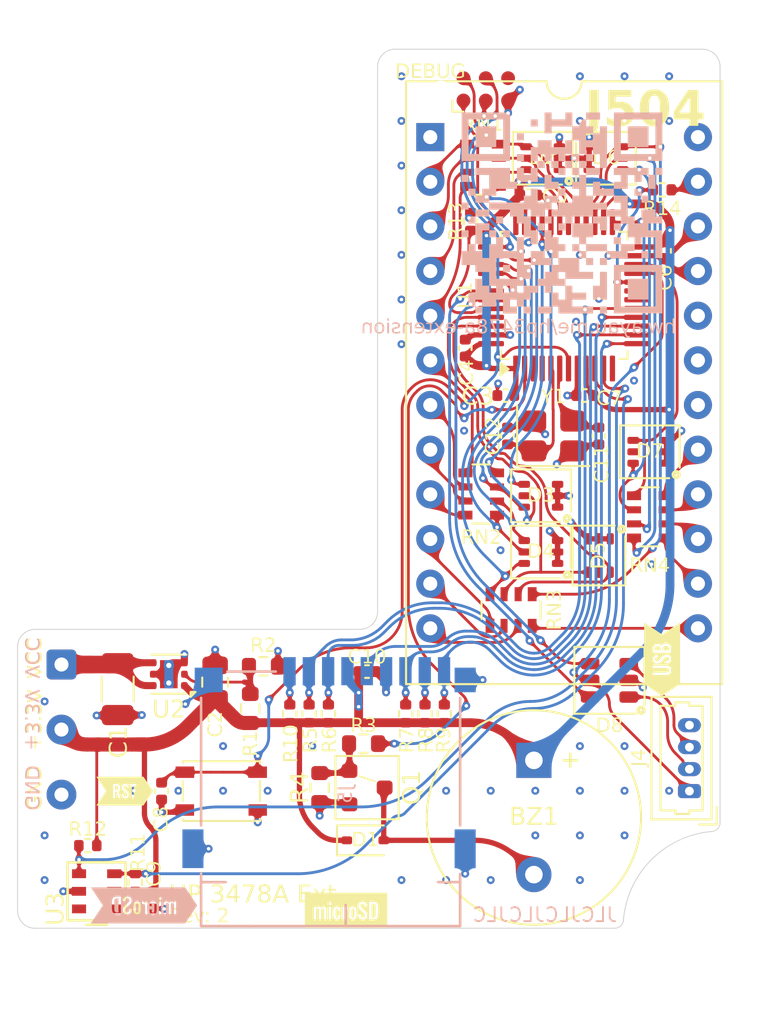
<source format=kicad_pcb>
(kicad_pcb (version 20241229) (generator "pcbnew") (generator_version "9.0")
  (layers (0 "F.Cu" signal) (4 "In1.Cu" power) (6 "In2.Cu" power) (2 "B.Cu" signal) (13 "F.Paste" user) (15 "B.Paste" user) (5 "F.SilkS" user "F.Silkscreen") (7 "B.SilkS" user "B.Silkscreen") (1 "F.Mask" user) (3 "B.Mask" user) (25 "Edge.Cuts" user))
  (net 0 "")
  (net 1 "GND")
  (net 3 "Net-(BZ1--)")
  (net 4 "VCC")
  (net 5 "Net-(J1-REN)")
  (net 6 "/EOI")
  (net 7 "/DIO7")
  (net 8 "/DIO5")
  (net 9 "/DIO2")
  (net 10 "/DIO6")
  (net 11 "/DIO8")
  (net 12 "/DAV")
  (net 13 "/ATN")
  (net 14 "/DIO3")
  (net 15 "/BUZZ")
  (net 16 "/DIO4")
  (net 17 "/DIO1")
  (net 18 "Net-(Q1-G)")
  (net 19 "Net-(U2-FB)")
  (net 21 "/NDAC")
  (net 22 "/NRFD")
  (net 23 "/SRQ")
  (net 24 "/IFC")
  (net 25 "/REN")
  (net 26 "Net-(J1-DIO7)")
  (net 27 "Net-(J1-DIO1)")
  (net 28 "Net-(J1-DIO5)")
  (net 29 "Net-(J1-NDAC)")
  (net 30 "Net-(J1-DIO4)")
  (net 31 "Net-(J1-ATN)")
  (net 32 "Net-(J1-DIO6)")
  (net 33 "Net-(J1-EOI)")
  (net 34 "Net-(J1-DIO8)")
  (net 35 "Net-(J1-NRFD)")
  (net 36 "Net-(J1-DIO2)")
  (net 37 "Net-(J1-DIO3)")
  (net 38 "Net-(J1-SRQ)")
  (net 39 "Net-(J1-DAV)")
  (net 40 "Net-(J1-IFC)")
  (net 43 "/USBFS_DP")
  (net 44 "/USBFS_DN")
  (net 45 "/SPI1_SCK")
  (net 47 "/I2C_SCL")
  (net 48 "VDD")
  (net 49 "/nRST")
  (net 50 "/VBUS")
  (net 51 "/USB_IN_D_N")
  (net 52 "/USB_IN_D_P")
  (net 54 "/SPI1_MISO")
  (net 55 "/SWDIO")
  (net 56 "/SWCLK")
  (net 57 "/BOOT1")
  (net 58 "/BOOT0")
  (net 59 "/SPI1_NSS")
  (net 61 "/SPI1_MOSI")
  (net 63 "/I2C_SDA")
  (net 65 "Net-(U1-OSC_OUT)")
  (net 66 "Net-(U1-OSC_IN)")
  (net 67 "/CARD_DET")
  (net 70 "Net-(J5-DAT2)")
  (net 71 "Net-(J5-DAT1)")
  (footprint "Button_Switch_SMD:SW_SPST_PTS810" (layer "F.Cu") (at 39.1 80.2)
    (property "Reference" "SW1" (hide yes))
    (property "Value" "RST")
  )
  (footprint "Connector_Wire:SolderWire-0.127sqmm_1x03_P3.7mm_D0.48mm_OD1mm" (layer "F.Cu") (at 30 73 -90)
    (property "Reference" "J2" (hide yes))
    (property "Value" "Pwr")
  )
  (footprint "Capacitor_SMD:C_1206_3216Metric" (layer "F.Cu") (at 33.2 74.4 -90)
    (property "Reference" "C1")
    (property "Value" "10u")
  )
  (footprint "Resistor_SMD:R_0402_1005Metric" (layer "F.Cu") (at 51.8 75.8 90)
    (property "Reference" "R9")
    (property "Value" "47k")
  )
  (footprint "Resistor_SMD:R_Array_Convex_4x0603" (layer "F.Cu") (at 63.5 64.6 180)
    (property "Reference" "RN4")
    (property "Value" "R_Pack04")
  )
  (footprint "Capacitor_SMD:C_0402_1005Metric" (layer "F.Cu") (at 59.8 57.7 180)
    (property "Reference" "C7")
    (property "Value" "100n")
  )
  (footprint "Resistor_SMD:R_Array_Convex_4x0603" (layer "F.Cu") (at 54 44.6)
    (property "Reference" "RN1")
    (property "Value" "R_Pack04")
  )
  (footprint "Miiine:AHT20" (layer "F.Cu") (at 32 85.9 90)
    (property "Reference" "U3")
    (property "Value" "AHT20")
  )
  (footprint "PCM_Package_TO_SOT_SMD_AKL:SOT-363_SC-70-6" (layer "F.Cu") (at 61 44.2)
    (property "Reference" "D6")
    (property "Value" "BAT54TW" (hide yes))
  )
  (footprint "PCM_Package_TO_SOT_SMD_AKL:SOT-23" (layer "F.Cu") (at 47.4 80)
    (property "Reference" "Q1")
    (property "Value" "BSS138" (hide yes))
  )
  (footprint "PCM_Package_TO_SOT_SMD_AKL:SOT-23-6" (layer "F.Cu") (at 61.2 73.9 180)
    (property "Reference" "D8")
    (property "Value" "USBLC6-2SC6" (hide yes))
  )
  (footprint "Crystal:Crystal_SMD_3225-4Pin_3.2x2.5mm" (layer "F.Cu") (at 58 60)
    (property "Reference" "Y1")
    (property "Value" "24MHz, 10pF")
  )
  (footprint "Capacitor_SMD:C_0402_1005Metric" (layer "F.Cu") (at 35.2 86.4 -90)
    (property "Reference" "C9")
    (property "Value" "100n")
  )
  (footprint "Resistor_SMD:R_0603_1608Metric" (layer "F.Cu") (at 40.75 75.5 90)
    (property "Reference" "R1")
    (property "Value" "470k")
  )
  (footprint "Capacitor_SMD:C_0402_1005Metric" (layer "F.Cu") (at 52.99 55 90)
    (property "Reference" "C4")
    (property "Value" "100n")
  )
  (footprint "Resistor_SMD:R_0402_1005Metric" (layer "F.Cu") (at 45.2 75.8 90)
    (property "Reference" "R6")
    (property "Value" "47k")
  )
  (footprint "Resistor_SMD:R_0402_1005Metric" (layer "F.Cu") (at 64.21 46)
    (property "Reference" "R14")
    (property "Value" "10k")
  )
  (footprint "Resistor_SMD:R_0603_1608Metric" (layer "F.Cu") (at 47.2 77.5 180)
    (property "Reference" "R3")
    (property "Value" "1k")
  )
  (footprint "Package_SON:WSON-6-1EP_2x2mm_P0.65mm_EP1x1.6mm_ThermalVias" (layer "F.Cu") (at 36.1125 73.55 180)
    (property "Reference" "U2")
    (property "Value" "TLV76701DRVx")
  )
  (footprint "Resistor_SMD:R_Array_Convex_4x0603" (layer "F.Cu") (at 55.6 69.9 90)
    (property "Reference" "RN3")
    (property "Value" "R_Pack04")
  )
  (footprint "Capacitor_SMD:C_0402_1005Metric" (layer "F.Cu") (at 35.7 80.2 -90)
    (property "Reference" "C8")
    (property "Value" "100n")
  )
  (footprint "Connector_Molex:Molex_PicoBlade_53047-0410_1x04_P1.25mm_Vertical" (layer "F.Cu") (at 65.755 80.2 90)
    (property "Reference" "J4")
    (property "Value" "USB")
  )
  (footprint "kibuzzard-68A1C101" (layer "F.Cu") (at 33.6 80.2)
    (property "Reference" "kibuzzard-68A1C101" (hide yes))
    (property "Value" "G***" (hide yes))
  )
  (footprint "Resistor_SMD:R_0402_1005Metric" (layer "F.Cu") (at 50.7 75.8 90)
    (property "Reference" "R8")
    (property "Value" "47k")
  )
  (footprint "Resistor_SMD:R_0603_1608Metric" (layer "F.Cu") (at 44.7 80 90)
    (property "Reference" "R4")
    (property "Value" "10k")
  )
  (footprint "Resistor_SMD:R_0402_1005Metric" (layer "F.Cu") (at 43 75.8 90)
    (property "Reference" "R10")
    (property "Value" "47k")
  )
  (footprint "Package_QFP:LQFP-48_7x7mm_P0.5mm" (layer "F.Cu") (at 58.62 52 90)
    (property "Reference" "U1")
    (property "Value" "CH32V203CxTx")
  )
  (footprint "Capacitor_SMD:C_0402_1005Metric" (layer "F.Cu") (at 55.4 60 -90)
    (property "Reference" "C12")
    (property "Value" "~10pF")
  )
  (footprint "Resistor_SMD:R_Array_Convex_4x0603" (layer "F.Cu") (at 53.9 63.3)
    (property "Reference" "RN2")
    (property "Value" "R_Pack04")
  )
  (footprint "Capacitor_SMD:C_0402_1005Metric" (layer "F.Cu") (at 64.34 49.47 -90)
    (property "Reference" "C6")
    (property "Value" "100n")
  )
  (footprint "Resistor_SMD:R_0402_1005Metric" (layer "F.Cu") (at 44.1 75.8 90)
    (property "Reference" "R5")
    (property "Value" "47k")
  )
  (footprint "PCM_Package_TO_SOT_SMD_AKL:SOT-363_SC-70-6" (layer "F.Cu") (at 63.5 60.9 180)
    (property "Reference" "D7")
    (property "Value" "BAT54TW" (hide yes))
  )
  (footprint "Capacitor_SMD:C_0402_1005Metric" (layer "F.Cu") (at 55.3 57.7 180)
    (property "Reference" "C3")
    (property "Value" "100n")
  )
  (footprint "PCM_Package_TO_SOT_SMD_AKL:SOT-363_SC-70-6" (layer "F.Cu") (at 60.6 66.8 -90)
    (property "Reference" "D5")
    (property "Value" "BAT54TW" (hide yes))
  )
  (footprint "Capacitor_SMD:C_0402_1005Metric" (layer "F.Cu") (at 60.6 60 -90)
    (property "Reference" "C11")
    (property "Value" "~10pF")
  )
  (footprint "Resistor_SMD:R_0402_1005Metric" (layer "F.Cu") (at 31.5 83.3 180)
    (property "Reference" "R12")
    (property "Value" "10k")
  )
  (footprint "Package_DIP:DIP-24_18.0mmx34.29mm_W15.24mm_Socket" (layer "F.Cu") (at 51 43)
    (property "Reference" "J1" (hide yes))
    (property "Value" "Conn_GPIB")
  )
  (footprint "Capacitor_SMD:C_0402_1005Metric" (layer "F.Cu") (at 47.4 73.4)
    (property "Reference" "C10")
    (property "Value" "100n")
  )
  (footprint "Resistor_SMD:R_0402_1005Metric" (layer "F.Cu") (at 34.2 85.4 90)
    (property "Reference" "R11")
    (property "Value" "10k")
  )
  (footprint "Connector:Tag-Connect_TC2030-IDC-NL_2x03_P1.27mm_Vertical" (layer "F.Cu") (at 54.16 40.284)
    (property "Reference" "DEBUG")
    (property "Value" "DEBUG")
  )
  (footprint "Buzzer_Beeper:MagneticBuzzer_StarMicronics_QMB-105" (layer "F.Cu") (at 56.9 78.45 -90)
    (property "Reference" "BZ1")
    (property "Value" "Buzzer")
  )
  (footprint "Resistor_SMD:R_0402_1005Metric" (layer "F.Cu") (at 49.6 75.8 90)
    (property "Reference" "R7")
    (property "Value" "47k")
  )
  (footprint "PCM_Package_TO_SOT_SMD_AKL:SOT-363_SC-70-6" (layer "F.Cu") (at 57.3 66.6 180)
    (property "Reference" "D4")
    (property "Value" "BAT54TW" (hide yes))
  )
  (footprint "PCM_Package_TO_SOT_SMD_AKL:SOT-363_SC-70-6" (layer "F.Cu") (at 57.4 44.2 180)
    (property "Reference" "D2")
    (property "Value" "BAT54TW" (hide yes))
  )
  (footprint "Resistor_SMD:R_0603_1608Metric" (layer "F.Cu") (at 41.5 73.1)
    (property "Reference" "R2")
    (property "Value" "150k")
  )
  (footprint "Capacitor_SMD:C_0805_2012Metric" (layer "F.Cu") (at 38.75 74 90)
    (property "Reference" "C2")
    (property "Value" "10u")
  )
  (footprint "kibuzzard-68A1C999" (layer "F.Cu") (at 46.2 87)
    (property "Reference" "kibuzzard-68A1C999" (hide yes))
    (property "Value" "G***" (hide yes))
  )
  (footprint "kibuzzard-68A1C183" (layer "F.Cu") (at 64.2 72.7 90)
    (property "Reference" "kibuzzard-68A1C183" (hide yes))
    (property "Value" "G***" (hide yes))
  )
  (footprint "Capacitor_SMD:C_0402_1005Metric" (layer "F.Cu") (at 56.6 46.3)
    (property "Reference" "C5")
    (property "Value" "100n")
  )
  (footprint "PCM_Package_TO_SOT_SMD_AKL:SOT-363_SC-70-6" (layer "F.Cu") (at 57.3 63.4 180)
    (property "Reference" "D3")
    (property "Value" "BAT54TW" (hide yes))
  )
  (footprint "Resistor_SMD:R_0402_1005Metric" (layer "F.Cu") (at 53.3 47.8 90)
    (property "Reference" "R13")
    (property "Value" "10k")
  )
  (footprint "Diode_SMD:D_SOD-323" (layer "F.Cu") (at 47.3 83)
    (property "Reference" "D1")
    (property "Value" "1N4148W")
  )
  (footprint "LOGO" (layer "B.Cu") (at 58.5 47.313769 180)
    (property "Reference" "G***" (hide yes))
    (property "Value" "LOGO" (hide yes))
  )
  (footprint "kibuzzard-68A1C131" (layer "B.Cu") (at 34.7 86.7 180)
    (property "Reference" "kibuzzard-68A1C131" (hide yes))
    (property "Value" "G***" (hide yes))
  )
  (footprint "Miiine:J_SD_Card-micro_socket_A" (layer "B.Cu") (at 46.2 80.4)
    (property "Reference" "J5")
    (property "Value" "Micro_SD_Card_Det1" (hide yes))
  )
  (gr_line (start 46.95 79.35) (end 47.85 79.65) (stroke (width 0.1)) (layer "F.SilkS"))
  (gr_arc (start 66.5 38) (mid 67.207107 38.292893) (end 67.5 39) (stroke (width 0.05)) (layer "Edge.Cuts"))
  (gr_arc (start 28.5 88) (mid 27.792893 87.707107) (end 27.5 87) (stroke (width 0.05)) (layer "Edge.Cuts"))
  (gr_line (start 61.5 88) (end 28.5 88) (stroke (width 0.05)) (layer "Edge.Cuts"))
  (gr_arc (start 48 70) (mid 47.707107 70.707107) (end 47 71) (stroke (width 0.05)) (layer "Edge.Cuts"))
  (gr_line (start 67.5 76) (end 67.5 82) (stroke (width 0.05)) (layer "Edge.Cuts"))
  (gr_arc (start 62 87.499995) (mid 63.594877 84.094873) (end 67 82.5) (stroke (width 0.05)) (layer "Edge.Cuts"))
  (gr_arc (start 48 39) (mid 48.292893 38.292893) (end 49 38) (stroke (width 0.05)) (layer "Edge.Cuts"))
  (gr_line (start 48 70) (end 48 39) (stroke (width 0.05)) (layer "Edge.Cuts"))
  (gr_line (start 28.5 71) (end 47 71) (stroke (width 0.05)) (layer "Edge.Cuts"))
  (gr_arc (start 62 87.499995) (mid 61.853555 87.853552) (end 61.5 88) (stroke (width 0.05)) (layer "Edge.Cuts"))
  (gr_line (start 67.5 39) (end 67.5 76) (stroke (width 0.05)) (layer "Edge.Cuts"))
  (gr_line (start 49 38) (end 66.5 38) (stroke (width 0.05)) (layer "Edge.Cuts"))
  (gr_line (start 27.5 87) (end 27.5 72) (stroke (width 0.05)) (layer "Edge.Cuts"))
  (gr_arc (start 67.5 82) (mid 67.353556 82.353551) (end 67.000006 82.5) (stroke (width 0.05)) (layer "Edge.Cuts"))
  (gr_arc (start 27.5 72) (mid 27.792893 71.292893) (end 28.5 71) (stroke (width 0.05)) (layer "Edge.Cuts"))
  (gr_text "VCC" (at 29 73.8 90) (layer "F.SilkS") (effects (font (size 0.8 0.8) (thickness 0.1)) (justify left bottom)))
  (gr_text "J504" (at 59.8 42.7 0) (layer "F.SilkS") (effects (font (size 2 2) (thickness 0.3) (bold yes)) (justify left bottom)))
  (gr_text "Rev: 2" (at 36.1 87.8 0) (layer "F.SilkS") (effects (font (size 0.8 0.8) (thickness 0.1)) (justify left bottom)))
  (gr_text "+3.3V" (at 29 77.9 90) (layer "F.SilkS") (effects (font (size 0.8 0.8) (thickness 0.1)) (justify left bottom)))
  (gr_text "GND" (at 29 81.3 90) (layer "F.SilkS") (effects (font (size 0.8 0.8) (thickness 0.1)) (justify left bottom)))
  (gr_text "HP 3478A Ext." (at 36.1 86.7 0) (layer "F.SilkS") (effects (font (size 1 1) (thickness 0.1)) (justify left bottom)))
  (gr_text "GND" (at 27.8 81.3 270) (layer "B.SilkS") (effects (font (size 0.8 0.8) (thickness 0.1)) (justify left bottom mirror)))
  (gr_text "hw.ayau.me/hp3478a-extension" (at 65 54.3 0) (layer "B.SilkS") (effects (font (size 0.8 0.8) (thickness 0.1)) (justify left bottom mirror)))
  (gr_text "+3.3V" (at 27.8 77.9 270) (layer "B.SilkS") (effects (font (size 0.8 0.8) (thickness 0.1)) (justify left bottom mirror)))
  (gr_text "JLCJLCJLCJLC" (at 61.7 87.7 0) (layer "B.SilkS") (effects (font (size 0.8 0.8) (thickness 0.1)) (justify left bottom mirror)))
  (gr_text "VCC" (at 27.8 73.8 270) (layer "B.SilkS") (effects (font (size 0.8 0.8) (thickness 0.1)) (justify left bottom mirror)))
  (segment (start 41.175 81.32875) (end 41.175 81.34125) (width 0.3) (layer "F.Cu") (net 1))
  (segment (start 56.715 59.335) (end 56.862032 59.187967) (width 0.16) (layer "F.Cu") (net 1))
  (segment (start 35.7 81.4) (end 35.7 80.68) (width 0.3) (layer "F.Cu") (net 1))
  (segment (start 36.1875 72.975) (end 36.1125 73.05) (width 0.4) (layer "F.Cu") (net 1))
  (segment (start 59.2 44.2) (end 60.05 44.2) (width 0.3) (layer "F.Cu") (net 1))
  (segment (start 59.731629 60.48) (end 60.6 60.48) (width 0.16) (layer "F.Cu") (net 1))
  (segment (start 56.26837 59.52) (end 55.4 59.52) (width 0.16) (layer "F.Cu") (net 1))
  (segment (start 54.863734 57.013734) (end 54.863734 57.155341) (width 0.16) (layer "F.Cu") (net 1))
  (segment (start 55.43 41.63) (end 55.43 40.9445) (width 0.3) (layer "F.Cu") (net 1))
  (segment (start 64.72 46) (end 65.78 46) (width 0.16) (layer "F.Cu") (net 1))
  (segment (start 48.484968 74.584968) (end 48.484968 74.419182) (width 0.4) (layer "F.Cu") (net 1))
  (segment (start 58.25 66.15) (end 58.25 66.115625) (width 0.3) (layer "F.Cu") (net 1))
  (segment (start 30.1 85.9) (end 31 85.9) (width 0.3) (layer "F.Cu") (net 1))
  (segment (start 41.175 81.355) (end 41.175 81.395) (width 0.3) (layer "F.Cu") (net 1))
  (segment (start 35.85 86.9) (end 35.84 86.89) (width 0.16) (layer "F.Cu") (net 1))
  (segment (start 58.25 66.0125) (end 58.25 66.021875) (width 0.3) (layer "F.Cu") (net 1))
  (segment (start 41.175 81.31625) (end 41.175 81.32875) (width 0.3) (layer "F.Cu") (net 1))
  (segment (start 64.722027 49.597972) (end 66.24 48.08) (width 0.3) (layer "F.Cu") (net 1))
  (segment (start 62.5 73.9) (end 62.3 73.9) (width 0.16) (layer "F.Cu") (net 1))
  (segment (start 41.175 81.28) (end 41.175 81.29) (width 0.3) (layer "F.Cu") (net 1))
  (segment (start 58.25 65.9875) (end 58.25 66.0125) (width 0.3) (layer "F.Cu") (net 1))
  (segment (start 44.7 81.6) (end 44.7 80.825) (width 0.3) (layer "F.Cu") (net 1))
  (segment (start 66.24 50.62) (end 65.01 50.62) (width 0.3) (layer "F.Cu") (net 1))
  (segment (start 59.37 57.614644) (end 59.37 56.1625) (width 0.3) (layer "F.Cu") (net 1))
  (segment (start 64.355 49.75) (end 64.281421 49.75) (width 0.3) (layer "F.Cu") (net 1))
  (segment (start 37 72.9) (end 37 72.4) (width 0.4) (layer "F.Cu") (net 1))
  (segment (start 58.25 66.084375) (end 58.25 66.115625) (width 0.3) (layer "F.Cu") (net 1))
  (segment (start 54.4575 54.25) (end 53.450918 54.25) (width 0.3) (layer "F.Cu") (net 1))
  (segment (start 58.25 65.921875) (end 58.25 65.928125) (width 0.3) (layer "F.Cu") (net 1))
  (segment (start 58.25 66.053125) (end 58.25 66.034375) (width 0.3) (layer "F.Cu") (net 1))
  (segment (start 60.05 43) (end 60.05 44.85) (width 0.3) (layer "F.Cu") (net 1))
  (segment (start 41.175 81.30875) (end 41.175 81.31625) (width 0.3) (layer "F.Cu") (net 1))
  (segment (start 41.175 81.355) (end 41.175 81.34125) (width 0.3) (layer "F.Cu") (net 1))
  (segment (start 57.7 46.6) (end 57.513137 46.413137) (width 0.3) (layer "F.Cu") (net 1))
  (segment (start 38.75 72.15) (end 38.75 73.05) (width 0.3) (layer "F.Cu") (net 1))
  (segment (start 36.811611 81.4) (end 35.7 81.4) (width 0.3) (layer "F.Cu") (net 1))
  (segment (start 62.841421 74.041421) (end 63.1 74.3) (width 0.16) (layer "F.Cu") (net 1))
  (segment (start 37 72.9) (end 36.368566 72.9) (width 0.4) (layer "F.Cu") (net 1))
  (segment (start 41.175 81.25625) (end 41.175 81.255) (width 0.3) (layer "F.Cu") (net 1))
  (segment (start 59.2 44.2) (end 58.35 44.2) (width 0.3) (layer "F.Cu") (net 1))
  (segment (start 59 64.9) (end 59.95 65.85) (width 0.3) (layer "F.Cu") (net 1))
  (segment (start 54.4575 54.25) (end 55.55 54.25) (width 0.3) (layer "F.Cu") (net 1))
  (segment (start 56.966862 46.413137) (end 56.54233 46.837669) (width 0.3) (layer "F.Cu") (net 1))
  (segment (start 63.998578 49.75) (end 62.7825 49.75) (width 0.3) (layer "F.Cu") (net 1))
  (segment (start 41.175 81.30375) (end 41.175 81.30625) (width 0.3) (layer "F.Cu") (net 1))
  (segment (start 34.575 75.875) (end 33.217677 75.875) (width 0.3) (layer "F.Cu") (net 1))
  (segment (start 35.225 73.55) (end 36.1125 73.55) (width 0.3) (layer "F.Cu") (net 1))
  (segment (start 58.896966 60.903033) (end 58.2 61.6) (width 0.16) (layer "F.Cu") (net 1))
  (segment (start 41.175 81.25875) (end 41.175 81.26125) (width 0.3) (layer "F.Cu") (net 1))
  (segment (start 58.25 65.909375) (end 58.25 65.915625) (width 0.3) (layer "F.Cu") (net 1))
  (segment (start 56.937967 59.295355) (end 57.545001 59.902389) (width 0.16) (layer "F.Cu") (net 1))
  (segment (start 59.153033 60.796966) (end 59.284999 60.664999) (width 0.16) (layer "F.Cu") (net 1))
  (segment (start 58.9 63.4) (end 58.25 63.4) (width 0.3) (layer "F.Cu") (net 1))
  (segment (start 62.7825 49.75) (end 61.145 49.75) (width 0.3) (layer "F.Cu") (net 1))
  (segment (start 58.25 66.021875) (end 58.25 66.028125) (width 0.3) (layer "F.Cu") (net 1))
  (segment (start 56.37 47.253711) (end 56.37 47.8375) (width 0.3) (layer "F.Cu") (net 1))
  (segment (start 58.25 65.915625) (end 58.25 65.921875) (width 0.3) (layer "F.Cu") (net 1))
  (segment (start 41.175 81.27) (end 41.175 81.26625) (width 0.3) (layer "F.Cu") (net 1))
  (segment (start 58.25 65.9375) (end 58.25 65.9625) (width 0.3) (layer "F.Cu") (net 1))
  (segment (start 53.125 54.385) (end 52.99 54.52) (width 0.3) (layer "F.Cu") (net 1))
  (segment (start 46.3375 80.8875) (end 46.4 80.95) (width 0.3) (layer "F.Cu") (net 1))
  (segment (start 41.175 81.26375) (end 41.175 81.26625) (width 0.3) (layer "F.Cu") (net 1))
  (segment (start 48.192075 73.712075) (end 47.88 73.4) (width 0.4) (layer "F.Cu") (net 1))
  (segment (start 58.25 64.05) (end 58.25 62.75) (width 0.3) (layer "F.Cu") (net 1))
  (segment (start 64.281421 49.75) (end 63.998578 49.75) (width 0.3) (layer "F.Cu") (net 1))
  (segment (start 58.25 65.903125) (end 58.25 65.9) (width 0.3) (layer "F.Cu") (net 1))
  (segment (start 46.186611 80.825) (end 44.7 80.825) (width 0.3) (layer "F.Cu") (net 1))
  (segment (start 33.157322 75.9) (end 32 75.9) (width 0.3) (layer "F.Cu") (net 1))
  (segment (start 41.175 81.26125) (end 41.175 81.26375) (width 0.3) (layer "F.Cu") (net 1))
  (segment (start 54.82 57.260924) (end 54.82 57.7) (width 0.16) (layer "F.Cu") (net 1))
  (segment (start 58.35 43) (end 58.35 44.85) (width 0.3) (layer "F.Cu") (net 1))
  (segment (start 65.01 50.62) (end 64.34 49.95) (width 0.3) (layer "F.Cu") (net 1))
  (segment (start 58.25 66.053125) (end 58.25 66.084375) (width 0.3) (layer "F.Cu") (net 1))
  (segment (start 35.815857 86.88) (end 35.2 86.88) (width 0.16) (layer "F.Cu") (net 1))
  (segment (start 58.214644 65.814644) (end 57.8 65.4) (width 0.3) (layer "F.Cu") (net 1))
  (segment (start 59.95 65.85) (end 61.25 65.85) (width 0.3) (layer "F.Cu") (net 1))
  (segment (start 41.175 81.29) (end 41.175 81.3) (width 0.3) (layer "F.Cu") (net 1))
  (segment (start 58.25 66.028125) (end 58.25 66.034375) (width 0.3) (layer "F.Cu") (net 1))
  (segment (start 42.325 72.225) (end 42.325 73.1) (width 0.16) (layer "F.Cu") (net 1))
  (segment (start 58.25 65.903125) (end 58.25 65.909375) (width 0.3) (layer "F.Cu") (net 1))
  (segment (start 64.45 60.4) (end 64.45 61.55) (width 0.3) (layer "F.Cu") (net 1))
  (segment (start 36.9625 81.3375) (end 37.0875 81.2125) (width 0.3) (layer "F.Cu") (net 1))
  (segment (start 59.284644 57.7) (end 58.8 57.7) (width 0.3) (layer "F.Cu") (net 1))
  (segment (start 58.25 66.25) (end 58.25 67.25) (width 0.3) (layer "F.Cu") (net 1))
  (segment (start 58.25 65.9625) (end 58.25 65.9875) (width 0.3) (layer "F.Cu") (net 1))
  (segment (start 65.3 59.7) (end 64.856066 60.143933) (width 0.3) (layer "F.Cu") (net 1))
  (segment (start 41.175 81.27) (end 41.175 81.28) (width 0.3) (layer "F.Cu") (net 1))
  (segment (start 41.175 81.395) (end 41.175 81.975) (width 0.3) (layer "F.Cu") (net 1))
  (segment (start 58.25 66.15) (end 58.25 66.25) (width 0.3) (layer "F.Cu") (net 1))
  (segment (start 56.1 40.3) (end 55.499031 40.900968) (width 0.3) (layer "F.Cu") (net 1))
  (segment (start 41.175 81.25625) (end 41.175 81.25875) (width 0.3) (layer "F.Cu") (net 1))
  (segment (start 41.175 81.30625) (end 41.175 81.30875) (width 0.3) (layer "F.Cu") (net 1))
  (segment (start 65.78 46) (end 66.24 45.54) (width 0.16) (layer "F.Cu") (net 1))
  (segment (start 41.175 81.30375) (end 41.175 81.3) (width 0.3) (layer "F.Cu") (net 1))
  (segment (start 58.25 65.928125) (end 58.25 65.9375) (width 0.3) (layer "F.Cu") (net 1))
  (via (at 39.2 80.18) (size 0.45) (drill 0.2) (layers "F.Cu" "B.Cu") (net 1))
  (via (at 49.36 54.78) (size 0.45) (drill 0.2) (layers "F.Cu" "B.Cu") (net 1))
  (via (at 53.978145 73.878145) (size 0.45) (drill 0.2) (layers "F.Cu" "B.Cu") (net 1))
  (via (at 34.12 80.18) (size 0.45) (drill 0.2) (layers "F.Cu" "B.Cu") (net 1))
  (via (at 49.36 85.26) (size 0.45) (drill 0.2) (layers "F.Cu" "B.Cu") (net 1))
  (via (at 59.52 42.08) (size 0.45) (drill 0.2) (layers "F.Cu" "B.Cu") (net 1))
  (via (at 41.74 80.18) (size 0.45) (drill 0.2) (layers "F.Cu" "B.Cu") (net 1))
  (via (at 59.52 80.18) (size 0.45) (drill 0.2) (layers "F.Cu" "B.Cu") (net 1))
  (via (at 58.2 61.6) (size 0.45) (drill 0.2) (layers "F.Cu" "B.Cu") (net 1))
  (via (at 49.36 42.08) (size 0.45) (drill 0.2) (layers "F.Cu" "B.Cu") (net 1))
  (via (at 57.8 65.4) (size 0.45) (drill 0.2) (layers "F.Cu" "B.Cu") (net 1))
  (via (at 54.44 80.18) (size 0.45) (drill 0.2) (layers "F.Cu" "B.Cu") (net 1))
  (via (at 37.05 75.25) (size 0.45) (drill 0.2) (layers "F.Cu" "B.Cu") (net 1))
  (via (at 62.06 82.72) (size 0.45) (drill 0.2) (layers "F.Cu" "B.Cu") (net 1))
  (via (at 56.1 40.3) (size 0.45) (drill 0.2) (layers "F.Cu" "B.Cu") (net 1))
  (via (at 59.52 85.26) (size 0.45) (drill 0.2) (layers "F.Cu" "B.Cu") (net 1))
  (via (at 29.04 85.26) (size 0.45) (drill 0.2) (layers "F.Cu" "B.Cu") (net 1))
  (via (at 58.8 57.7) (size 0.45) (drill 0.2) (layers "F.Cu" "B.Cu") (net 1))
  (via (at 63.1 74.3) (size 0.45) (drill 0.2) (layers "F.Cu" "B.Cu") (net 1))
  (via (at 56.16 49.495) (size 0.45) (drill 0.2) (layers "F.Cu" "B.Cu") (net 1))
  (via (at 44.28 77.64) (size 0.45) (drill 0.2) (layers "F.Cu" "B.Cu") (net 1))
  (via (at 60.6 52.2) (size 0.45) (drill 0.2) (layers "F.Cu" "B.Cu") (net 1))
  (via (at 38.75 72.15) (size 0.45) (drill 0.2) (layers "F.Cu" "B.Cu") (net 1))
  (via (at 59.52 82.72) (size 0.45) (drill 0.2) (layers "F.Cu" "B.Cu") (net 1))
  (via (at 54.863734 57.013734) (size 0.45) (drill 0.2) (layers "F.Cu" "B.Cu") (net 1))
  (via (at 59.52 77.64) (size 0.45) (drill 0.2) (layers "F.Cu" "B.Cu") (net 1))
  (via (at 56.98 82.72) (size 0.45) (drill 0.2) (layers "F.Cu" "B.Cu") (net 1))
  (via (at 58.35 43) (size 0.45) (drill 0.2) (layers "F.Cu" "B.Cu") (net 1))
  (via (at 37 72.4) (size 0.45) (drill 0.2) (layers "F.Cu" "B.Cu") (net 1))
  (via (at 49.36 49.7) (size 0.45) (drill 0.2) (layers "F.Cu" "B.Cu") (net 1))
  (via (at 34.575 75.875) (size 0.45) (drill 0.2) (layers "F.Cu" "B.Cu") (net 1))
  (via (at 54.44 85.26) (size 0.45) (drill 0.2) (layers "F.Cu" "B.Cu") (net 1))
  (via (at 65.3 59.7) (size 0.45) (drill 0.2) (layers "F.Cu" "B.Cu") (net 1))
  (via (at 62.06 80.18) (size 0.45) (drill 0.2) (layers "F.Cu" "B.Cu") (net 1))
  (via (at 49.36 47.16) (size 0.45) (drill 0.2) (layers "F.Cu" "B.Cu") (net 1))
  (via (at 44.7 81.6) (size 0.45) (drill 0.2) (layers "F.Cu" "B.Cu") (net 1))
  (via (at 48.484968 74.584968) (size 0.45) (drill 0.2) (layers "F.Cu" "B.Cu") (net 1))
  (via (at 49.36 39.54) (size 0.45) (drill 0.2) (layers "F.Cu" "B.Cu") (net 1))
  (via (at 52.925 59.7) (size 0.45) (drill 0.2) (layers "F.Cu" "B.Cu") (net 1))
  (via (at 29.04 82.72) (size 0.45) (drill 0.2) (layers "F.Cu" "B.Cu") (net 1))
  (via (at 39.2 77.64) (size 0.45) (drill 0.2) (layers "F.Cu" "B.Cu") (net 1))
  (via (at 64.6 80.18) (size 0.45) (drill 0.2) (layers "F.Cu" "B.Cu") (net 1))
  (via (at 49.36 44.62) (size 0.45) (drill 0.2) (layers "F.Cu" "B.Cu") (net 1))
  (via (at 55.43 41.63) (size 0.45) (drill 0.2) (layers "F.Cu" "B.Cu") (net 1))
  (via (at 35.7 81.4) (size 0.45) (drill 0.2) (layers "F.Cu" "B.Cu") (net 1))
  (via (at 58.9 63.4) (size 0.45) (drill 0.2) (layers "F.Cu" "B.Cu") (net 1))
  (via (at 51.9 85.26) (size 0.45) (drill 0.2) (layers "F.Cu" "B.Cu") (net 1))
  (via (at 49.36 52.24) (size 0.45) (drill 0.2) (layers "F.Cu" "B.Cu") (net 1))
  (via (at 64.6 39.54) (size 0.45) (drill 0.2) (layers "F.Cu" "B.Cu") (net 1))
  (via (at 59 64.9) (size 0.45) (drill 0.2) (layers "F.Cu" "B.Cu") (net 1))
  (via (at 51.9 80.18) (size 0.45) (drill 0.2) (layers "F.Cu" "B.Cu") (net 1))
  (via (at 52.984968 84.9) (size 0.45) (drill 0.2) (layers "F.Cu" "B.Cu") (net 1))
  (via (at 59.2 44.2) (size 0.45) (drill 0.2) (layers "F.Cu" "B.Cu") (net 1))
  (via (at 38.378145 83.478145) (size 0.45) (drill 0.2) (layers "F.Cu" "B.Cu") (net 1))
  (via (at 62.6 56.85) (size 0.45) (drill 0.2) (layers "F.Cu" "B.Cu") (net 1))
  (via (at 62.06 39.54) (size 0.45) (drill 0.2) (layers "F.Cu" "B.Cu") (net 1))
  (via (at 61.145 49.75) (size 0.45) (drill 0.2) (layers "F.Cu" "B.Cu") (net 1))
  (via (at 32 75.9) (size 0.45) (drill 0.2) (layers "F.Cu" "B.Cu") (net 1))
  (via (at 55.55 54.25) (size 0.45) (drill 0.2) (layers "F.Cu" "B.Cu") (net 1))
  (via (at 59.52 49.7) (size 0.45) (drill 0.2) (layers "F.Cu" "B.Cu") (net 1))
  (via (at 59.3 53.5) (size 0.45) (drill 0.2) (layers "F.Cu" "B.Cu") (net 1))
  (via (at 35.85 86.9) (size 0.45) (drill 0.2) (layers "F.Cu" "B.Cu") (net 1))
  (via (at 56.98 80.18) (size 0.45) (drill 0.2) (layers "F.Cu" "B.Cu") (net 1))
  (via (at 64.6 42.08) (size 0.45) (drill 0.2) (layers "F.Cu" "B.Cu") (net 1))
  (via (at 63.6 67.3) (size 0.45) (drill 0.2) (layers "F.Cu" "B.Cu") (net 1))
  (via (at 41.175 81.975) (size 0.45) (drill 0.2) (layers "F.Cu" "B.Cu") (net 1))
  (via (at 57.7 46.6) (size 0.45) (drill 0.2) (layers "F.Cu" "B.Cu") (net 1))
  (via (at 59.52 39.54) (size 0.45) (drill 0.2) (layers "F.Cu" "B.Cu") (net 1))
  (via (at 60.05 43) (size 0.45) (drill 0.2) (layers "F.Cu" "B.Cu") (net 1))
  (via (at 53.2 47.6) (size 0.45) (drill 0.2) (layers "F.Cu" "B.Cu") (net 1))
  (via (at 30.1 85.9) (size 0.45) (drill 0.2) (layers "F.Cu" "B.Cu") (net 1))
  (via (at 62.06 77.64) (size 0.45) (drill 0.2) (layers "F.Cu" "B.Cu") (net 1))
  (via (at 57.545001 59.902389) (size 0.45) (drill 0.2) (layers "F.Cu" "B.Cu") (net 1))
  (via (at 62.06 42.08) (size 0.45) (drill 0.2) (layers "F.Cu" "B.Cu") (net 1))
  (via (at 36.66 80.18) (size 0.45) (drill 0.2) (layers "F.Cu" "B.Cu") (net 1))
  (via (at 29.04 75.1) (size 0.45) (drill 0.2) (layers "F.Cu" "B.Cu") (net 1))
  (via (at 42.325 72.225) (size 0.45) (drill 0.2) (layers "F.Cu" "B.Cu") (net 1))
  (via (at 55 66.5) (size 0.45) (drill 0.2) (layers "F.Cu" "B.Cu") (net 1))
  (arc (start 56.937967 59.295355) (mid 56.909867 59.2533) (end 56.9 59.203694) (width 0.16) (layer "F.Cu") (net 1))
  (arc (start 55.43 40.9445) (mid 55.437468 40.926468) (end 55.4555 40.919) (width 0.3) (layer "F.Cu") (net 1))
  (arc (start 59.025 60.85) (mid 59.09429 60.836216) (end 59.153033 60.796966) (width 0.16) (layer "F.Cu") (net 1))
  (arc (start 36.9625 81.3375) (mid 36.893271 81.383756) (end 36.811611 81.4) (width 0.3) (layer "F.Cu") (net 1))
  (arc (start 64.856066 60.143933) (mid 64.738581 60.222434) (end 64.6 60.25) (width 0.3) (layer "F.Cu") (net 1))
  (arc (start 33.217677 75.875) (mid 33.201345 75.878248) (end 33.1875 75.8875) (width 0.3) (layer "F.Cu") (net 1))
  (arc (start 54.841867 57.208133) (mid 54.825683 57.232353) (end 54.82 57.260924) (width 0.16) (layer "F.Cu") (net 1))
  (arc (start 56.26837 59.52) (mid 56.510084 59.47192) (end 56.715 59.335) (width 0.16) (layer "F.Cu") (net 1))
  (arc (start 57.513137 46.413137) (mid 57.38782 46.329403) (end 57.24 46.3) (width 0.3) (layer "F.Cu") (net 1))
  (arc (start 56.9 59.203694) (mid 56.88627 59.183146) (end 56.862032 59.187967) (width 0.16) (layer "F.Cu") (net 1))
  (arc (start 53.450918 54.25) (mid 53.274532 54.285085) (end 53.125 54.385) (width 0.3) (layer "F.Cu") (net 1))
  (arc (start 46.186611 80.825) (mid 46.268271 80.841243) (end 46.3375 80.8875) (width 0.3) (layer "F.Cu") (net 1))
  (arc (start 58.896966 60.903033) (mid 58.955708 60.863782) (end 59.025 60.85) (width 0.16) (layer "F.Cu") (net 1))
  (arc (start 56.37 47.253711) (mid 56.414787 47.028551) (end 56.54233 46.837669) (width 0.3) (layer "F.Cu") (net 1))
  (arc (start 59.731629 60.48) (mid 59.489914 60.528079) (end 59.284999 60.664999) (width 0.16) (layer "F.Cu") (net 1))
  (arc (start 41.175 81.255) (mid 41.171324 81.236522) (end 41.160857 81.220857) (width 0.3) (layer "F.Cu") (net 1))
  (arc (start 64.24 49.85) (mid 64.129234 49.775989) (end 63.998578 49.75) (width 0.3) (layer "F.Cu") (net 1))
  (arc (start 57.24 46.3) (mid 57.092179 46.329403) (end 56.966862 46.413137) (width 0.3) (layer "F.Cu") (net 1))
  (arc (start 58.214644 65.814644) (mid 58.240811 65.853805) (end 58.25 65.9) (width 0.3) (layer "F.Cu") (net 1))
  (arc (start 59.284644 57.7) (mid 59.317308 57.693502) (end 59.345 57.675) (width 0.3) (layer "F.Cu") (net 1))
  (arc (start 48.192075 73.712075) (mid 48.408848 74.036499) (end 48.484968 74.419182) (width 0.4) (layer "F.Cu") (net 1))
  (arc (start 59.37 57.614644) (mid 59.363502 57.647308) (end 59.345 57.675) (width 0.3) (layer "F.Cu") (net 1))
  (arc (start 33.157322 75.9) (mid 33.173654 75.896751) (end 33.1875 75.8875) (width 0.3) (layer "F.Cu") (net 1))
  (arc (start 36.368566 72.9) (mid 36.270573 72.919491) (end 36.1875 72.975) (width 0.4) (layer "F.Cu") (net 1))
  (arc (start 64.281421 49.75) (mid 64.227301 49.786161) (end 64.24 49.85) (width 0.3) (layer "F.Cu") (net 1))
  (arc (start 64.6 60.25) (mid 64.493933 60.293933) (end 64.45 60.4) (width 0.3) (layer "F.Cu") (net 1))
  (arc (start 35.84 86.89) (mid 35.828923 86.882598) (end 35.815857 86.88) (width 0.16) (layer "F.Cu") (net 1))
  (arc (start 54.863734 57.155341) (mid 54.85805 57.183911) (end 54.841867 57.208133) (width 0.16) (layer "F.Cu") (net 1))
  (arc (start 64.355 49.75) (mid 64.553633 49.710489) (end 64.722027 49.597972) (width 0.3) (layer "F.Cu") (net 1))
  (arc (start 55.4555 40.919) (mid 55.479058 40.914313) (end 55.499031 40.900968) (width 0.3) (layer "F.Cu") (net 1))
  (arc (start 62.841421 74.041421) (mid 62.684775 73.936754) (end 62.5 73.9) (width 0.16) (layer "F.Cu") (net 1))
  (segment (start 53.978145 73.878145) (end 52.984968 73.878145) (width 0.3) (layer "B.Cu") (net 1))
  (segment (start 48.484968 74.584968) (end 48.484968 73.378145) (width 0.4) (layer "B.Cu") (net 1))
  (segment (start 52.984968 84.9) (end 52.984968 83.478145) (width 0.3) (layer "B.Cu") (net 1))
  (segment (start 38.384968 73.896588) (end 38.384968 73.878145) (width 0.16) (layer "B.Cu") (net 1))
  (segment (start 38.378145 83.478145) (end 37.484968 83.478145) (width 0.3) (layer "B.Cu") (net 1))
  (segment (start 37.05 75.25) (end 38.371926 73.928073) (width 0.16) (layer "B.Cu") (net 1))
  (arc (start 38.384968 73.896588) (mid 38.381578 73.913627) (end 38.371926 73.928073) (width 0.16) (layer "B.Cu") (net 1))
  (segment (start 55.925 83.975) (end 56.9 84.95) (width 0.3) (layer "F.Cu") (net 3))
  (segment (start 53.571141 83) (end 48.35 83) (width 0.3) (layer "F.Cu") (net 3))
  (segment (start 48.35 80.085355) (end 48.35 83) (width 0.3) (layer "F.Cu") (net 3))
  (segment (start 48.375 80.025) (end 48.4 80) (width 0.3) (layer "F.Cu") (net 3))
  (arc (start 55.925 83.975) (mid 54.84504 83.253394) (end 53.571141 83) (width 0.3) (layer "F.Cu") (net 3))
  (arc (start 48.35 80.085355) (mid 48.356497 80.052691) (end 48.375 80.025) (width 0.3) (layer "F.Cu") (net 3))
  (segment (start 33.1625 72.9625) (end 33.1875 72.9375) (width 1) (layer "F.Cu") (net 4))
  (segment (start 34.85 74.2) (end 35.225 74.2) (width 0.4) (layer "F.Cu") (net 4))
  (segment (start 33.1875 72.9375) (end 33.2125 72.9125) (width 1) (layer "F.Cu") (net 4))
  (segment (start 33.071966 73) (end 30 73) (width 1) (layer "F.Cu") (net 4))
  (segment (start 34.209834 73.934834) (end 33.2125 72.9375) (width 0.4) (layer "F.Cu") (net 4))
  (segment (start 33.242677 72.9) (end 35.225 72.9) (width 0.4) (layer "F.Cu") (net 4))
  (arc (start 34.209834 73.934834) (mid 34.503544 74.131085) (end 34.85 74.2) (width 0.4) (layer "F.Cu") (net 4))
  (arc (start 33.242677 72.9) (mid 33.226345 72.903248) (end 33.2125 72.9125) (width 0.4) (layer "F.Cu") (net 4))
  (arc (start 33.1875 72.9375) (mid 33.199999 72.932322) (end 33.2125 72.9375) (width 0.4) (layer "F.Cu") (net 4))
  (arc (start 33.2125 72.9375) (mid 33.207322 72.925) (end 33.2125 72.9125) (width 0.4) (layer "F.Cu") (net 4))
  (arc (start 33.071966 73) (mid 33.120962 72.990254) (end 33.1625 72.9625) (width 1) (layer "F.Cu") (net 4))
  (segment (start 64.4 63.01) (end 64.4 63.4) (width 0.16) (layer "F.Cu") (net 5))
  (segment (start 64.675771 62.344228) (end 66.24 60.78) (width 0.16) (layer "F.Cu") (net 5))
  (arc (start 64.675771 62.344228) (mid 64.47167 62.649686) (end 64.4 63.01) (width 0.16) (layer "F.Cu") (net 5))
  (segment (start 54.9 63.7) (end 54.8 63.7) (width 0.16) (layer "F.Cu") (net 6))
  (segment (start 55.07071 63.77071) (end 55.512473 64.212473) (width 0.16) (layer "F.Cu") (net 6))
  (segment (start 55.202512 50.25) (end 54.4575 50.25) (width 0.16) (layer "F.Cu") (net 6))
  (segment (start 55.830671 65.430671) (end 56.35 65.95) (width 0.16) (layer "F.Cu") (net 6))
  (segment (start 55.705118 64.677559) (end 55.705118 64.95) (width 0.16) (layer "F.Cu") (net 6))
  (segment (start 56.047487 50.6) (end 56.6 50.6) (width 0.16) (layer "F.Cu") (net 6))
  (segment (start 55.705118 65.127559) (end 55.705118 64.95) (width 0.16) (layer "F.Cu") (net 6))
  (via (at 56.6 50.6) (size 0.45) (drill 0.2) (layers "F.Cu" "B.Cu") (net 6))
  (via (at 55.705118 64.95) (size 0.45) (drill 0.2) (layers "F.Cu" "B.Cu") (net 6))
  (arc (start 55.705118 65.127559) (mid 55.737748 65.291602) (end 55.830671 65.430671) (width 0.16) (layer "F.Cu") (net 6))
  (arc (start 55.07071 63.77071) (mid 54.992387 63.718376) (end 54.9 63.7) (width 0.16) (layer "F.Cu") (net 6))
  (arc (start 55.705118 64.677559) (mid 55.655051 64.425856) (end 55.512473 64.212473) (width 0.16) (layer "F.Cu") (net 6))
  (arc (start 56.047487 50.6) (mid 55.818838 50.554518) (end 55.625 50.425) (width 0.16) (layer "F.Cu") (net 6))
  (arc (start 55.625 50.425) (mid 55.43116 50.295481) (end 55.202512 50.25) (width 0.16) (layer "F.Cu") (net 6))
  (segment (start 55.053263 59.678817) (end 54.034855 60.697226) (width 0.16) (layer "B.Cu") (net 6))
  (segment (start 56.674 50.674) (end 56.6 50.6) (width 0.16) (layer "B.Cu") (net 6))
  (segment (start 55.705118 64.95) (end 54.03481 63.279692) (width 0.16) (layer "B.Cu") (net 6))
  (segment (start 56.748 55.587357) (end 56.748 50.852651) (width 0.16) (layer "B.Cu") (net 6))
  (arc (start 53.5 61.988482) (mid 53.638989 62.687301) (end 54.03481 63.279692) (width 0.16) (layer "B.Cu") (net 6))
  (arc (start 55.053263 59.678817) (mid 56.307552 57.801639) (end 56.748 55.587357) (width 0.16) (layer "B.Cu") (net 6))
  (arc (start 53.5 61.988482) (mid 53.639004 61.289659) (end 54.034855 60.697226) (width 0.16) (layer "B.Cu") (net 6))
  (arc (start 56.674 50.674) (mid 56.728768 50.755965) (end 56.748 50.852651) (width 0.16) (layer "B.Cu") (net 6))
  (segment (start 60.87 47.43866) (end 60.87 47.8375) (width 0.16) (layer "F.Cu") (net 7))
  (segment (start 61.95 44.85) (end 62.9 44.85) (width 0.16) (layer "F.Cu") (net 7))
  (segment (start 61.152022 46.757798) (end 61.557618 46.352201) (width 0.16) (layer "F.Cu") (net 7))
  (segment (start 63.184 65.15) (end 63.334 65.3) (width 0.16) (layer "F.Cu") (net 7))
  (segment (start 62.821867 65) (end 62.6 65) (width 0.16) (layer "F.Cu") (net 7))
  (segment (start 61.95 44.85) (end 61.95 45.40491) (width 0.16) (layer "F.Cu") (net 7))
  (via (at 63.334 65.3) (size 0.45) (drill 0.2) (layers "F.Cu" "B.Cu") (net 7))
  (via (at 62.9 44.85) (size 0.45) (drill 0.2) (layers "F.Cu" "B.Cu") (net 7))
  (arc (start 61.557618 46.352201) (mid 61.848023 45.91758) (end 61.95 45.40491) (width 0.16) (layer "F.Cu") (net 7))
  (arc (start 60.87 47.43866) (mid 60.943295 47.07018) (end 61.152022 46.757798) (width 0.16) (layer "F.Cu") (net 7))
  (arc (start 62.821867 65) (mid 63.017852 65.038983) (end 63.184 65.15) (width 0.16) (layer "F.Cu") (net 7))
  (segment (start 62.9 44.85) (end 63.189 45.139) (width 0.16) (layer "B.Cu") (net 7))
  (segment (start 63.478 65.054176) (end 63.478 45.836707) (width 0.16) (layer "B.Cu") (net 7))
  (segment (start 63.406 65.228) (end 63.334 65.3) (width 0.16) (layer "B.Cu") (net 7))
  (arc (start 63.478 65.054176) (mid 63.459287 65.148248) (end 63.406 65.228) (width 0.16) (layer "B.Cu") (net 7))
  (arc (start 63.189 45.139) (mid 63.402891 45.45911) (end 63.478 45.836707) (width 0.16) (layer "B.Cu") (net 7))
  (segment (start 59.87 47.48375) (end 59.87 47.8375) (width 0.16) (layer "F.Cu") (net 8))
  (segment (start 62.924994 43.55) (end 64.1 43.55) (width 0.16) (layer "F.Cu") (net 8))
  (segment (start 61.510096 43.664904) (end 61.1625 44.0125) (width 0.16) (layer "F.Cu") (net 8))
  (segment (start 62.224216 43.55) (end 62.203904 43.55) (width 0.16) (layer "F.Cu") (net 8))
  (segment (start 59.185003 69) (end 56.8 69) (width 0.16) (layer "F.Cu") (net 8))
  (segment (start 62.153123 43.55) (end 62.071873 43.55) (width 0.16) (layer "F.Cu") (net 8))
  (segment (start 62.357601 67.685867) (end 63.671734 66.371734) (width 0.16) (layer "F.Cu") (net 8))
  (segment (start 62.203904 43.55) (end 62.183592 43.55) (width 0.16) (layer "F.Cu") (net 8))
  (segment (start 62.224216 43.55) (end 62.285153 43.55) (width 0.16) (layer "F.Cu") (net 8))
  (segment (start 61.990623 43.55) (end 61.909373 43.55) (width 0.16) (layer "F.Cu") (net 8))
  (segment (start 60.120139 46.87986) (end 60.285 46.715) (width 0.16) (layer "F.Cu") (net 8))
  (segment (start 62.599995 43.55) (end 62.488277 43.55) (width 0.16) (layer "F.Cu") (net 8))
  (segment (start 62.386715 43.55) (end 62.285153 43.55) (width 0.16) (layer "F.Cu") (net 8))
  (segment (start 62.153123 43.55) (end 62.183592 43.55) (width 0.16) (layer "F.Cu") (net 8))
  (segment (start 61.83828 43.55) (end 61.817968 43.55) (width 0.16) (layer "F.Cu") (net 8))
  (segment (start 61.858592 43.55) (end 61.83828 43.55) (width 0.16) (layer "F.Cu") (net 8))
  (segment (start 60.7 45.129075) (end 60.7 45.713101) (width 0.16) (layer "F.Cu") (net 8))
  (segment (start 61.817968 43.55) (end 61.797656 43.55) (width 0.16) (layer "F.Cu") (net 8))
  (segment (start 62.488277 43.55) (end 62.386715 43.55) (width 0.16) (layer "F.Cu") (net 8))
  (segment (start 62.071873 43.55) (end 61.990623 43.55) (width 0.16) (layer "F.Cu") (net 8))
  (segment (start 62.924994 43.55) (end 62.599995 43.55) (width 0.16) (layer "F.Cu") (net 8))
  (segment (start 61.797656 43.55) (end 61.7875 43.55) (width 0.16) (layer "F.Cu") (net 8))
  (segment (start 61.878904 43.55) (end 61.909373 43.55) (width 0.16) (layer "F.Cu") (net 8))
  (segment (start 61.878904 43.55) (end 61.858592 43.55) (width 0.16) (layer "F.Cu") (net 8))
  (via (at 63.671734 66.371734) (size 0.45) (drill 0.2) (layers "F.Cu" "B.Cu") (net 8))
  (via (at 64.1 43.55) (size 0.45) (drill 0.2) (layers "F.Cu" "B.Cu") (net 8))
  (arc (start 60.7 45.713101) (mid 60.592145 46.255324) (end 60.285 46.715) (width 0.16) (layer "F.Cu") (net 8))
  (arc (start 61.1625 44.0125) (mid 60.820199 44.524789) (end 60.7 45.129075) (width 0.16) (layer "F.Cu") (net 8))
  (arc (start 59.87 47.48375) (mid 59.935009 47.156927) (end 60.120139 46.87986) (width 0.16) (layer "F.Cu") (net 8))
  (arc (start 61.510096 43.664904) (mid 61.63737 43.579862) (end 61.7875 43.55) (width 0.16) (layer "F.Cu") (net 8))
  (arc (start 62.357601 67.685867) (mid 60.902 68.658467) (end 59.185003 69) (width 0.16) (layer "F.Cu") (net 8))
  (segment (start 64.1 43.55) (end 64.1 65.59717) (width 0.16) (layer "B.Cu") (net 8))
  (segment (start 63.687102 66.312897) (end 63.885867 66.114133) (width 0.16) (layer "B.Cu") (net 8))
  (segment (start 63.671734 66.35) (end 63.671734 66.371734) (width 0.16) (layer "B.Cu") (net 8))
  (arc (start 64.1 65.59717) (mid 64.044348 65.876948) (end 63.885867 66.114133) (width 0.16) (layer "B.Cu") (net 8))
  (arc (start 63.671734 66.35) (mid 63.675728 66.32992) (end 63.687102 66.312897) (width 0.16) (layer "B.Cu") (net 8))
  (segment (start 53.41867 57.67885) (end 52.8655 57.12568) (width 0.16) (layer "F.Cu") (net 9))
  (segment (start 55.27071 68.729289) (end 55.878768 68.121231) (width 0.16) (layer "F.Cu") (net 9))
  (segment (start 54.2555 60.7445) (end 54.764816 61.253816) (width 0.16) (layer "F.Cu") (net 9))
  (segment (start 57.292221 67.75) (end 57.307778 67.75) (width 0.16) (layer "F.Cu") (net 9))
  (segment (start 52.253904 53.646096) (end 52.3405 53.5595) (width 0.16) (layer "F.Cu") (net 9))
  (segment (start 53.7 59.403404) (end 53.7 58.358041) (width 0.16) (layer "F.Cu") (net 9))
  (segment (start 57.307778 67.75) (end 59.95 67.75) (width 0.16) (layer "F.Cu") (net 9))
  (segment (start 54.940211 61.3) (end 54.876313 61.3) (width 0.16) (layer "F.Cu") (net 9))
  (segment (start 52.031 55.11102) (end 52.031 54.184234) (width 0.16) (layer "F.Cu") (net 9))
  (segment (start 53.087699 53.25) (end 54.4575 53.25) (width 0.16) (layer "F.Cu") (net 9))
  (segment (start 55.022813 61.302) (end 54.94504 61.302) (width 0.16) (layer "F.Cu") (net 9))
  (segment (start 55.2 68.9) (end 55.2 69) (width 0.16) (layer "F.Cu") (net 9))
  (segment (start 57.289 67.731221) (end 57.289 63.503539) (width 0.16) (layer "F.Cu") (net 9))
  (segment (start 56.854455 62.454455) (end 56.632042 62.232042) (width 0.16) (layer "F.Cu") (net 9))
  (segment (start 55.607777 61.807777) (end 55.157993 61.357993) (width 0.16) (layer "F.Cu") (net 9))
  (segment (start 57.292221 67.75) (end 56.775 67.75) (width 0.16) (layer "F.Cu") (net 9))
  (arc (start 52.3405 53.5595) (mid 52.683317 53.330436) (end 53.087699 53.25) (width 0.16) (layer "F.Cu") (net 9))
  (arc (start 54.764816 61.253816) (mid 54.815971 61.287997) (end 54.876313 61.3) (width 0.16) (layer "F.Cu") (net 9))
  (arc (start 57.2945 67.7445) (mid 57.290429 67.738407) (end 57.289 67.731221) (width 0.16) (layer "F.Cu") (net 9))
  (arc (start 56.775 67.75) (mid 56.289963 67.846479) (end 55.878768 68.121231) (width 0.16) (layer "F.Cu") (net 9))
  (arc (start 56.854455 62.454455) (mid 57.176065 62.935778) (end 57.289 63.503539) (width 0.16) (layer "F.Cu") (net 9))
  (arc (start 53.41867 57.67885) (mid 53.626885 57.990465) (end 53.7 58.358041) (width 0.16) (layer "F.Cu") (net 9))
  (arc (start 54.942626 61.301) (mid 54.941518 61.300259) (end 54.940211 61.3) (width 0.16) (layer "F.Cu") (net 9))
  (arc (start 54.2555 60.7445) (mid 53.844369 60.129199) (end 53.7 59.403404) (width 0.16) (layer "F.Cu") (net 9))
  (arc (start 57.2945 67.7445) (mid 57.295198 67.748011) (end 57.292221 67.75) (width 0.16) (layer "F.Cu") (net 9))
  (arc (start 55.27071 68.729289) (mid 55.218376 68.807611) (end 55.2 68.9) (width 0.16) (layer "F.Cu") (net 9))
  (arc (start 54.942626 61.301) (mid 54.943733 61.30174) (end 54.94504 61.302) (width 0.16) (layer "F.Cu") (net 9))
  (arc (start 52.031 55.11102) (mid 52.247879 56.201346) (end 52.8655 57.12568) (width 0.16) (layer "F.Cu") (net 9))
  (arc (start 56.11991 62.01991) (mid 56.397073 62.075041) (end 56.632042 62.232042) (width 0.16) (layer "F.Cu") (net 9))
  (arc (start 52.031 54.184234) (mid 52.088931 53.892996) (end 52.253904 53.646096) (width 0.16) (layer "F.Cu") (net 9))
  (arc (start 57.2945 67.7445) (mid 57.300592 67.74857) (end 57.307778 67.75) (width 0.16) (layer "F.Cu") (net 9))
  (arc (start 55.607777 61.807777) (mid 55.842745 61.964778) (end 56.11991 62.01991) (width 0.16) (layer "F.Cu") (net 9))
  (arc (start 55.022813 61.302) (mid 55.095972 61.316552) (end 55.157993 61.357993) (width 0.16) (layer "F.Cu") (net 9))
  (segment (start 62.153123 44.2) (end 62.183592 44.2) (width 0.16) (layer "F.Cu") (net 10))
  (segment (start 61.858592 44.2) (end 61.83828 44.2) (width 0.16) (layer "F.Cu") (net 10))
  (segment (start 62.75 66.65) (end 62.675 66.575) (width 0.16) (layer "F.Cu") (net 10))
  (segment (start 61.318 44.507) (end 61.510096 44.314904) (width 0.16) (layer "F.Cu") (net 10))
  (segment (start 62.224216 44.2) (end 62.203904 44.2) (width 0.16) (layer "F.Cu") (net 10))
  (segment (start 61.83828 44.2) (end 61.817968 44.2) (width 0.16) (layer "F.Cu") (net 10))
  (segment (start 62.924994 44.2) (end 62.599995 44.2) (width 0.16) (layer "F.Cu") (net 10))
  (segment (start 62.386715 44.2) (end 62.285153 44.2) (width 0.16) (layer "F.Cu") (net 10))
  (segment (start 62.924994 44.2) (end 63.5 44.2) (width 0.16) (layer "F.Cu") (net 10))
  (segment (start 60.630745 46.839255) (end 60.690499 46.7795) (width 0.16) (layer "F.Cu") (net 10))
  (segment (start 62.224216 44.2) (end 62.285153 44.2) (width 0.16) (layer "F.Cu") (net 10))
  (segment (start 62.153123 44.2) (end 62.071873 44.2) (width 0.16) (layer "F.Cu") (net 10))
  (segment (start 61.878904 44.2) (end 61.858592 44.2) (width 0.16) (layer "F.Cu") (net 10))
  (segment (start 62.599995 44.2) (end 62.488277 44.2) (width 0.16) (layer "F.Cu") (net 10))
  (segment (start 61.817968 44.2) (end 61.797656 44.2) (width 0.16) (layer "F.Cu") (net 10))
  (segment (start 61.011 45.248165) (end 61.011 46.005745) (width 0.16) (layer "F.Cu") (net 10))
  (segment (start 62.203904 44.2) (end 62.183592 44.2) (width 0.16) (layer "F.Cu") (net 10))
  (segment (start 62.488277 44.2) (end 62.386715 44.2) (width 0.16) (layer "F.Cu") (net 10))
  (segment (start 60.37 47.46875) (end 60.37 47.8375) (width 0.16) (layer "F.Cu") (net 10))
  (segment (start 62.071873 44.2) (end 61.990623 44.2) (width 0.16) (layer "F.Cu") (net 10))
  (segment (start 61.878904 44.2) (end 61.909373 44.2) (width 0.16) (layer "F.Cu") (net 10))
  (segment (start 62.6 66.393933) (end 62.6 65.8) (width 0.16) (layer "F.Cu") (net 10))
  (segment (start 61.990623 44.2) (end 61.909373 44.2) (width 0.16) (layer "F.Cu") (net 10))
  (segment (start 61.797656 44.2) (end 61.7875 44.2) (width 0.16) (layer "F.Cu") (net 10))
  (via (at 62.75 66.65) (size 0.45) (drill 0.2) (layers "F.Cu" "B.Cu") (net 10))
  (via (at 63.5 44.2) (size 0.45) (drill 0.2) (layers "F.Cu" "B.Cu") (net 10))
  (arc (start 60.630745 46.839255) (mid 60.437765 47.12807) (end 60.37 47.46875) (width 0.16) (layer "F.Cu") (net 10))
  (arc (start 60.690499 46.7795) (mid 60.927704 46.424498) (end 61.011 46.005745) (width 0.16) (layer "F.Cu") (net 10))
  (arc (start 61.318 44.507) (mid 61.090786 44.847049) (end 61.011 45.248165) (width 0.16) (layer "F.Cu") (net 10))
  (arc (start 61.510096 44.314904) (mid 61.63737 44.229862) (end 61.7875 44.2) (width 0.16) (layer "F.Cu") (net 10))
  (arc (start 62.6 66.393933) (mid 62.619491 66.491925) (end 62.675 66.575) (width 0.16) (layer "F.Cu") (net 10))
  (segment (start 63.789 65.213924) (end 63.789 44.693353) (width 0.16) (layer "B.Cu") (net 10))
  (segment (start 63.5 44.2) (end 63.6445 44.3445) (width 0.16) (layer "B.Cu") (net 10))
  (segment (start 62.75 66.65) (end 63.508225 65.891775) (width 0.16) (layer "B.Cu") (net 10))
  (arc (start 63.6445 44.3445) (mid 63.751445 44.504555) (end 63.789 44.693353) (width 0.16) (layer "B.Cu") (net 10))
  (arc (start 63.789 65.213924) (mid 63.716029 65.580774) (end 63.508225 65.891775) (width 0.16) (layer "B.Cu") (net 10))
  (segment (start 62.55 62.25) (end 62.05173 62.748269) (width 0.16) (layer "F.Cu") (net 11))
  (segment (start 63.023 47.8) (end 63.00425 47.81875) (width 0.16) (layer "F.Cu") (net 11))
  (segment (start 62.177691 64.089691) (end 62.044 63.956) (width 0.16) (layer "F.Cu") (net 11))
  (segment (start 62.55 62.25) (end 62.55 61.55) (width 0.16) (layer "F.Cu") (net 11))
  (segment (start 62.444 64.2) (end 62.6 64.2) (width 0.16) (layer "F.Cu") (net 11))
  (segment (start 62.958983 47.8375) (end 61.37 47.8375) (width 0.16) (layer "F.Cu") (net 11))
  (segment (start 61.8 63.356) (end 61.8 63.366931) (width 0.16) (layer "F.Cu") (net 11))
  (via (at 62.55 62.25) (size 0.45) (drill 0.2) (layers "F.Cu" "B.Cu") (net 11))
  (via (at 63.023 47.8) (size 0.45) (drill 0.2) (layers "F.Cu" "B.Cu") (net 11))
  (arc (start 62.958983 47.8375) (mid 62.983481 47.832627) (end 63.00425 47.81875) (width 0.16) (layer "F.Cu") (net 11))
  (arc (start 61.8 63.356) (mid 61.865422 63.027098) (end 62.05173 62.748269) (width 0.16) (layer "F.Cu") (net 11))
  (arc (start 62.177691 64.089691) (mid 62.299874 64.171331) (end 62.444 64.2) (width 0.16) (layer "F.Cu") (net 11))
  (arc (start 62.044 63.956) (mid 61.863413 63.685733) (end 61.8 63.366931) (width 0.16) (layer "F.Cu") (net 11))
  (segment (start 63.167 48.045823) (end 63.167 61.196715) (width 0.16) (layer "B.Cu") (net 11))
  (segment (start 62.55 62.25) (end 62.8585 61.9415) (width 0.16) (layer "B.Cu") (net 11))
  (segment (start 63.023 47.8) (end 63.095 47.872) (width 0.16) (layer "B.Cu") (net 11))
  (arc (start 63.167 48.045823) (mid 63.148287 47.95175) (end 63.095 47.872) (width 0.16) (layer "B.Cu") (net 11))
  (arc (start 63.167 61.196715) (mid 63.086823 61.599789) (end 62.8585 61.9415) (width 0.16) (layer "B.Cu") (net 11))
  (segment (start 54.654687 62.9) (end 54.651562 62.9) (width 0.16) (layer "F.Cu") (net 12))
  (segment (start 54.69375 62.9) (end 54.68125 62.9) (width 0.16) (layer "F.Cu") (net 12))
  (segment (start 54.654687 62.9) (end 54.657812 62.9) (width 0.16) (layer "F.Cu") (net 12))
  (segment (start 54.757812 62.9) (end 54.742187 62.9) (width 0.16) (layer "F.Cu") (net 12))
  (segment (start 56.25 64.05) (end 56.35 64.05) (width 0.16) (layer "F.Cu") (net 12))
  (segment (start 54.714062 62.9) (end 54.710937 62.9) (width 0.16) (layer "F.Cu") (net 12))
  (segment (start 55.876776 50) (end 56.915 50) (width 0.16) (layer "F.Cu") (net 12))
  (segment (start 54.710937 62.9) (end 54.70625 62.9) (width 0.16) (layer "F.Cu") (net 12))
  (segment (start 54.70625 62.9) (end 54.69375 62.9) (width 0.16) (layer "F.Cu") (net 12))
  (segment (start 54.68125 62.9) (end 54.66875 62.9) (width 0.16) (layer "F.Cu") (net 12))
  (segment (start 54.717187 62.9) (end 54.714062 62.9) (width 0.16) (layer "F.Cu") (net 12))
  (segment (start 54.825 62.9) (end 54.9 62.9) (width 0.16) (layer "F.Cu") (net 12))
  (segment (start 56.079289 63.979289) (end 55.07071 62.97071) (width 0.16) (layer "F.Cu") (net 12))
  (segment (start 54.664062 62.9) (end 54.660937 62.9) (width 0.16) (layer "F.Cu") (net 12))
  (segment (start 54.742187 62.9) (end 54.726562 62.9) (width 0.16) (layer "F.Cu") (net 12))
  (segment (start 54.660937 62.9) (end 54.657812 62.9) (width 0.16) (layer "F.Cu") (net 12))
  (segment (start 54.825 62.9) (end 54.775 62.9) (width 0.16) (layer "F.Cu") (net 12))
  (segment (start 54.66875 62.9) (end 54.664062 62.9) (width 0.16) (layer "F.Cu") (net 12))
  (segment (start 54.775 62.9) (end 54.757812 62.9) (width 0.16) (layer "F.Cu") (net 12))
  (segment (start 54 62.4) (end 54.393933 62.793933) (width 0.16) (layer "F.Cu") (net 12))
  (segment (start 54.651562 62.9) (end 54.65 62.9) (width 0.16) (layer "F.Cu") (net 12))
  (segment (start 55.273223 49.75) (end 54.4575 49.75) (width 0.16) (layer "F.Cu") (net 12))
  (segment (start 54.717187 62.9) (end 54.726562 62.9) (width 0.16) (layer "F.Cu") (net 12))
  (via (at 54 62.4) (size 0.45) (drill 0.2) (layers "F.Cu" "B.Cu") (net 12))
  (via (at 56.915 50) (size 0.45) (drill 0.2) (layers "F.Cu" "B.Cu") (net 12))
  (arc (start 56.079289 63.979289) (mid 56.157611 64.031622) (end 56.25 64.05) (width 0.16) (layer "F.Cu") (net 12))
  (arc (start 55.07071 62.97071) (mid 54.992387 62.918376) (end 54.9 62.9) (width 0.16) (layer "F.Cu") (net 12))
  (arc (start 54.65 62.9) (mid 54.511417 62.872434) (end 54.393933 62.793933) (width 0.16) (layer "F.Cu") (net 12))
  (arc (start 55.876776 50) (mid 55.713456 49.967513) (end 55.575 49.875) (width 0.16) (layer "F.Cu") (net 12))
  (arc (start 55.575 49.875) (mid 55.436543 49.782486) (end 55.273223 49.75) (width 0.16) (layer "F.Cu") (net 12))
  (segment (start 56.987 50.072) (end 56.915 50) (width 0.16) (layer "B.Cu") (net 12))
  (segment (start 54.096146 61.075755) (end 55.574458 59.597444) (width 0.16) (layer "B.Cu") (net 12))
  (segment (start 57.059 56.013445) (end 57.059 50.245823) (width 0.16) (layer "B.Cu") (net 12))
  (segment (start 54 61.857781) (end 54 62.4) (width 0.16) (layer "B.Cu") (net 12))
  (arc (start 54 61.857781) (mid 53.985207 61.783443) (end 53.943079 61.720429) (width 0.16) (layer "B.Cu") (net 12))
  (arc (start 54.096146 61.075755) (mid 53.940692 61.308446) (end 53.886158 61.583009) (width 0.16) (layer "B.Cu") (net 12))
  (arc (start 57.059 56.013445) (mid 56.67318 57.953091) (end 55.574458 59.597444) (width 0.16) (layer "B.Cu") (net 12))
  (arc (start 53.886158 61.583009) (mid 53.900951 61.65738) (end 53.943079 61.720429) (width 0.16) (layer "B.Cu") (net 12))
  (arc (start 56.987 50.072) (mid 57.040287 50.15175) (end 57.059 50.245823) (width 0.16) (layer "B.Cu") (net 12))
  (segment (start 57.507188 44.282189) (end 56.889903 43.664904) (width 0.16) (layer "F.Cu") (net 13))
  (segment (start 56.556066 43.55) (end 56.612499 43.55) (width 0.16) (layer "F.Cu") (net 13))
  (segment (start 59.37 47.263927) (end 59.37 47.8375) (width 0.16) (layer "F.Cu") (net 13))
  (segment (start 56.193933 43.4) (end 54.9 43.4) (width 0.16) (layer "F.Cu") (net 13))
  (segment (start 57.892811 45.213166) (end 58.964422 46.284777) (width 0.16) (layer "F.Cu") (net 13))
  (arc (start 56.612499 43.55) (mid 56.762629 43.579862) (end 56.889903 43.664904) (width 0.16) (layer "F.Cu") (net 13))
  (arc (start 59.37 47.263927) (mid 59.264593 46.734015) (end 58.964422 46.284777) (width 0.16) (layer "F.Cu") (net 13))
  (arc (start 56.193933 43.4) (mid 56.291925 43.419491) (end 56.375 43.475) (width 0.16) (layer "F.Cu") (net 13))
  (arc (start 57.7 44.747678) (mid 57.649889 44.495757) (end 57.507188 44.282189) (width 0.16) (layer "F.Cu") (net 13))
  (arc (start 57.892811 45.213166) (mid 57.750109 44.999598) (end 57.7 44.747678) (width 0.16) (layer "F.Cu") (net 13))
  (arc (start 56.556066 43.55) (mid 56.458073 43.530508) (end 56.375 43.475) (width 0.16) (layer "F.Cu") (net 13))
  (segment (start 54.4 68.925) (end 54.4 69) (width 0.16) (layer "F.Cu") (net 14))
  (segment (start 55.275 67.975) (end 55.876256 67.373743) (width 0.16) (layer "F.Cu") (net 14))
  (segment (start 56.175 67.25) (end 56.35 67.25) (width 0.16) (layer "F.Cu") (net 14))
  (segment (start 55.275 67.975) (end 54.453033 68.796966) (width 0.16) (layer "F.Cu") (net 14))
  (segment (start 54.931801 51.25) (end 54.4575 51.25) (width 0.16) (layer "F.Cu") (net 14))
  (segment (start 55.475 51.475) (end 55.7 51.7) (width 0.16) (layer "F.Cu") (net 14))
  (via (at 55.7 51.7) (size 0.45) (drill 0.2) (layers "F.Cu" "B.Cu") (net 14))
  (via (at 55.275 67.975) (size 0.45) (drill 0.2) (layers "F.Cu" "B.Cu") (net 14))
  (arc (start 54.931801 51.25) (mid 55.225778 51.308475) (end 55.475 51.475) (width 0.16) (layer "F.Cu") (net 14))
  (arc (start 54.4 68.925) (mid 54.413782 68.855708) (end 54.453033 68.796966) (width 0.16) (layer "F.Cu") (net 14))
  (arc (start 56.175 67.25) (mid 56.013321 67.282159) (end 55.876256 67.373743) (width 0.16) (layer "F.Cu") (net 14))
  (segment (start 55.719445 51.774445) (end 55.8945 51.9495) (width 0.16) (layer "B.Cu") (net 14))
  (segment (start 55.275 67.975) (end 54.057 66.757) (width 0.16) (layer "B.Cu") (net 14))
  (segment (start 56.089 52.419064) (end 56.089 55.069422) (width 0.16) (layer "B.Cu") (net 14))
  (segment (start 52.839001 63.816489) (end 52.839001 62.178488) (width 0.16) (layer "B.Cu") (net 14))
  (segment (start 54.320024 59.340157) (end 53.798738 59.861451) (width 0.16) (layer "B.Cu") (net 14))
  (segment (start 55.7 51.7275) (end 55.7 51.7) (width 0.16) (layer "B.Cu") (net 14))
  (arc (start 52.839001 63.816489) (mid 53.155548 65.407882) (end 54.057 66.757) (width 0.16) (layer "B.Cu") (net 14))
  (arc (start 56.089 52.419064) (mid 56.038451 52.164937) (end 55.8945 51.9495) (width 0.16) (layer "B.Cu") (net 14))
  (arc (start 53.798738 59.861451) (mid 53.088428 60.924519) (end 52.839001 62.178488) (width 0.16) (layer "B.Cu") (net 14))
  (arc (start 54.320024 59.340157) (mid 55.629258 57.380723) (end 56.089 55.069422) (width 0.16) (layer "B.Cu") (net 14))
  (arc (start 55.7 51.7275) (mid 55.705053 51.752906) (end 55.719445 51.774445) (width 0.16) (layer "B.Cu") (net 14))
  (segment (start 51.657281 57.439226) (end 52.377571 58.159516) (width 0.16) (layer "F.Cu") (net 15))
  (segment (start 53.05 75.15) (end 53.05 75.35) (width 0.16) (layer "F.Cu") (net 15))
  (segment (start 51.141616 73.041616) (end 52.908578 74.808578) (width 0.16) (layer "F.Cu") (net 15))
  (segment (start 52.934 59) (end 52.578428 58.644428) (width 0.16) (layer "F.Cu") (net 15))
  (segment (start 54.512534 58.504178) (end 54.508356 58.508356) (width 0.16) (layer "F.Cu") (net 15))
  (segment (start 49.75 69.681957) (end 49.75 58.515685) (width 0.16) (layer "F.Cu") (net 15))
  (segment (start 50.260773 57.439226) (end 50.149999 57.549999) (width 0.16) (layer "F.Cu") (net 15))
  (segment (start 48.95 77.5) (end 48.025 77.5) (width 0.16) (layer "F.Cu") (net 15))
  (segment (start 54.52262 58.5) (end 55.428622 58.5) (width 0.16) (layer "F.Cu") (net 15))
  (segment (start 56.37 57.558622) (end 56.37 56.1625) (width 0.16) (layer "F.Cu") (net 15))
  (via (at 54.508356 58.508356) (size 0.45) (drill 0.2) (layers "F.Cu" "B.Cu") (net 15))
  (via (at 52.934 59) (size 0.45) (drill 0.2) (layers "F.Cu" "B.Cu") (net 15))
  (via (at 48.95 77.5) (size 0.45) (drill 0.2) (layers "F.Cu" "B.Cu") (net 15))
  (via (at 53.05 75.35) (size 0.45) (drill 0.2) (layers "F.Cu" "B.Cu") (net 15))
  (arc (start 49.75 69.681957) (mid 50.111669 71.500191) (end 51.141616 73.041616) (width 0.16) (layer "F.Cu") (net 15))
  (arc (start 52.478 58.401972) (mid 52.451899 58.270755) (end 52.377571 58.159516) (width 0.16) (layer "F.Cu") (net 15))
  (arc (start 52.478 58.401972) (mid 52.5041 58.533188) (end 52.578428 58.644428) (width 0.16) (layer "F.Cu") (net 15))
  (arc (start 53.05 75.15) (mid 53.013245 74.965223) (end 52.908578 74.808578) (width 0.16) (layer "F.Cu") (net 15))
  (arc (start 50.149999 57.549999) (mid 49.853956 57.993059) (end 49.75 58.515685) (width 0.16) (layer "F.Cu") (net 15))
  (arc (start 56.37 57.558622) (mid 56.298341 57.918872) (end 56.094277 58.224277) (width 0.16) (layer "F.Cu") (net 15))
  (arc (start 50.260773 57.439226) (mid 50.581135 57.225167) (end 50.959027 57.15) (width 0.16) (layer "F.Cu") (net 15))
  (arc (start 56.094277 58.224277) (mid 55.788872 58.428341) (end 55.428622 58.5) (width 0.16) (layer "F.Cu") (net 15))
  (arc (start 51.657281 57.439226) (mid 51.336919 57.225167) (end 50.959027 57.15) (width 0.16) (layer "F.Cu") (net 15))
  (arc (start 54.512534 58.504178) (mid 54.517161 58.501085) (end 54.52262 58.5) (width 0.16) (layer "F.Cu") (net 15))
  (segment (start 48.95 77.5) (end 49.925 77.5) (width 0.16) (layer "B.Cu") (net 15))
  (segment (start 52.955656 58.994343) (end 53.195822 58.754178) (width 0.16) (layer "B.Cu") (net 15))
  (segment (start 53.05 75.35) (end 51.589429 76.81057) (width 0.16) (layer "B.Cu") (net 15))
  (segment (start 53.789288 58.508356) (end 54.508356 58.508356) (width 0.16) (layer "B.Cu") (net 15))
  (segment (start 52.934 59) (end 52.942 59) (width 0.16) (layer "B.Cu") (net 15))
  (arc (start 53.195822 58.754178) (mid 53.468106 58.572243) (end 53.789288 58.508356) (width 0.16) (layer "B.Cu") (net 15))
  (arc (start 49.925 77.5) (mid 50.825782 77.320822) (end 51.589429 76.81057) (width 0.16) (layer "B.Cu") (net 15))
  (arc (start 52.955656 58.994343) (mid 52.94939 58.998529) (end 52.942 59) (width 0.16) (layer "B.Cu") (net 15))
  (segment (start 54.8 65.194417) (end 54.8 64.5) (width 0.16) (layer "F.Cu") (net 16))
  (segment (start 56.277062 66.6) (end 56.35 66.6) (width 0.16) (layer "F.Cu") (net 16))
  (segment (start 54.802062 65.197938) (end 54.801031 65.196907) (width 0.16) (layer "F.Cu") (net 16))
  (segment (start 56.152549 66.548425) (end 54.802062 65.197938) (width 0.16) (layer "F.Cu") (net 16))
  (segment (start 56.175658 51.055076) (end 56.175734 51.055) (width 0.16) (layer "F.Cu") (net 16))
  (segment (start 55.870927 51.055152) (end 56.175474 51.055152) (width 0.16) (layer "F.Cu") (net 16))
  (segment (start 55.134224 50.75) (end 54.4575 50.75) (width 0.16) (layer "F.Cu") (net 16))
  (via (at 54.802062 65.197938) (size 0.45) (drill 0.2) (layers "F.Cu" "B.Cu") (net 16))
  (via (at 56.175734 51.055) (size 0.45) (drill 0.2) (layers "F.Cu" "B.Cu") (net 16))
  (arc (start 54.801031 65.196907) (mid 54.800267 65.195764) (end 54.8 65.194417) (width 0.16) (layer "F.Cu") (net 16))
  (arc (start 55.502576 50.902576) (mid 55.671576 51.015498) (end 55.870927 51.055152) (width 0.16) (layer "F.Cu") (net 16))
  (arc (start 56.152549 66.548425) (mid 56.209676 66.586596) (end 56.277062 66.6) (width 0.16) (layer "F.Cu") (net 16))
  (arc (start 55.134224 50.75) (mid 55.333574 50.789653) (end 55.502576 50.902576) (width 0.16) (layer "F.Cu") (net 16))
  (arc (start 56.175658 51.055076) (mid 56.175573 51.055132) (end 56.175474 51.055152) (width 0.16) (layer "F.Cu") (net 16))
  (segment (start 56.4 51.437846) (end 56.4 55.446036) (width 0.16) (layer "B.Cu") (net 16))
  (segment (start 56.287867 51.167133) (end 56.175734 51.055) (width 0.16) (layer "B.Cu") (net 16))
  (segment (start 54.806207 59.293792) (end 54.06778 60.032218) (width 0.16) (layer "B.Cu") (net 16))
  (segment (start 54.802062 65.197938) (end 54.067781 64.463657) (width 0.16) (layer "B.Cu") (net 16))
  (arc (start 54.067781 64.463657) (mid 53.388523 63.447077) (end 53.15 62.247938) (width 0.16) (layer "B.Cu") (net 16))
  (arc (start 53.15 62.247938) (mid 53.388523 61.048799) (end 54.06778 60.032218) (width 0.16) (layer "B.Cu") (net 16))
  (arc (start 56.287867 51.167133) (mid 56.370857 51.291337) (end 56.4 51.437846) (width 0.16) (layer "B.Cu") (net 16))
  (arc (start 56.4 55.446036) (mid 55.985786 57.528426) (end 54.806207 59.293792) (width 0.16) (layer "B.Cu") (net 16))
  (segment (start 57.6 63.534914) (end 57.6 63.536444) (width 0.16) (layer "F.Cu") (net 17))
  (segment (start 57.6 63.504304) (end 57.6 63.505834) (width 0.16) (layer "F.Cu") (net 17))
  (segment (start 61.25 67.618842) (end 61.25 67.623155) (width 0.16) (layer "F.Cu") (net 17))
  (segment (start 57.074365 62.234545) (end 56.760863 61.921043) (width 0.16) (layer "F.Cu") (net 17))
  (segment (start 61.25 67.651187) (end 61.25 67.668437) (width 0.16) (layer "F.Cu") (net 17))
  (segment (start 61.25 67.633937) (end 61.25 67.651187) (width 0.16) (layer "F.Cu") (net 17))
  (segment (start 56.07071 68.729289) (end 56.246999 68.552999) (width 0.16) (layer "F.Cu") (net 17))
  (segment (start 57.6 63.508895) (end 57.6 63.510426) (width 0.16) (layer "F.Cu") (net 17))
  (segment (start 61.25 67.741936) (end 61.25 67.776811) (width 0.16) (layer "F.Cu") (net 17))
  (segment (start 61.198425 67.94745) (end 60.94457 68.201307) (width 0.16) (layer "F.Cu") (net 17))
  (segment (start 61.25 67.692156) (end 61.25 67.685687) (width 0.16) (layer "F.Cu") (net 17))
  (segment (start 57.6 63.503539) (end 57.6 63.504304) (width 0.16) (layer "F.Cu") (net 17))
  (segment (start 57.6 63.564759) (end 57.6 63.556341) (width 0.16) (layer "F.Cu") (net 17))
  (segment (start 60.753493 66.969617) (end 61.149634 67.365758) (width 0.16) (layer "F.Cu") (net 17))
  (segment (start 61.25 67.70078) (end 61.25 67.711561) (width 0.16) (layer "F.Cu") (net 17))
  (segment (start 55.005133 60.989) (end 55.069033 60.989) (width 0.16) (layer "F.Cu") (net 17))
  (segment (start 61.25 67.791156) (end 61.25 67.812344) (width 0.16) (layer "F.Cu") (net 17))
  (segment (start 61.25 67.668437) (end 61.25 67.685687) (width 0.16) (layer "F.Cu") (net 17))
  (segment (start 61.25 67.61453) (end 61.25 67.618842) (width 0.16) (layer "F.Cu") (net 17))
  (segment (start 60.691818 68.306) (end 56.84331 68.306) (width 0.16) (layer "F.Cu") (net 17))
  (segment (start 57.6 63.564759) (end 57.6 63.589248) (width 0.16) (layer "F.Cu") (net 17))
  (segment (start 57.6 63.533384) (end 57.6 63.534914) (width 0.16) (layer "F.Cu") (net 17))
  (segment (start 57.6 63.533384) (end 57.6 63.531088) (width 0.16) (layer "F.Cu") (net 17))
  (segment (start 55.286815 61.046995) (end 55.736597 61.496777) (width 0.16) (layer "F.Cu") (net 17))
  (segment (start 54.011 58.383427) (end 54.011 59.403405) (width 0.16) (layer "F.Cu") (net 17))
  (segment (start 55.073859 60.991) (end 55.151633 60.991) (width 0.16) (layer "F.Cu") (net 17))
  (segment (start 61.25 67.623155) (end 61.25 67.627468) (width 0.16) (layer "F.Cu") (net 17))
  (segment (start 57.6 63.505834) (end 57.6 63.507364) (width 0.16) (layer "F.Cu") (net 17))
  (segment (start 53.106509 56.926869) (end 53.62063 57.44099) (width 0.16) (layer "F.Cu") (net 17))
  (segment (start 61.25 67.791156) (end 61.25 67.776811) (width 0.16) (layer "F.Cu") (net 17))
  (segment (start 57.6 63.541035) (end 57.6 63.548688) (width 0.16) (layer "F.Cu") (net 17))
  (segment (start 54.47541 60.52459) (end 54.893636 60.942816) (width 0.16) (layer "F.Cu") (net 17))
  (segment (start 57.6 63.507364) (end 57.6 63.508895) (width 0.16) (layer "F.Cu") (net 17))
  (segment (start 59.934506 66.630382) (end 58.005775 64.701651) (width 0.16) (layer "F.Cu") (net 17))
  (segment (start 61.25 67.608062) (end 61.25 67.610218) (width 0.16) (layer "F.Cu") (net 17))
  (segment (start 57.6 63.589248) (end 57.600003 63.722051) (width 0.16) (layer "F.Cu") (net 17))
  (segment (start 61.25 67.822938) (end 61.25 67.812344) (width 0.16) (layer "F.Cu") (net 17))
  (segment (start 61.25 67.711561) (end 61.25 67.737436) (width 0.16) (layer "F.Cu") (net 17))
  (segment (start 57.6 63.512722) (end 57.6 63.518844) (width 0.16) (layer "F.Cu") (net 17))
  (segment (start 61.25 67.627468) (end 61.25 67.633937) (width 0.16) (layer "F.Cu") (net 17))
  (segment (start 57.6 63.512722) (end 57.6 63.510426) (width 0.16) (layer "F.Cu") (net 17))
  (segment (start 57.6 63.518844) (end 57.6 63.524966) (width 0.16) (layer "F.Cu") (net 17))
  (segment (start 56 68.9) (end 56 69) (width 0.16) (layer "F.Cu") (net 17))
  (segment (start 61.25 67.610218) (end 61.25 67.61453) (width 0.16) (layer "F.Cu") (net 17))
  (segment (start 57.6 63.548688) (end 57.6 63.556341) (width 0.16) (layer "F.Cu") (net 17))
  (segment (start 52.342 54.176797) (end 52.342 55.08118) (width 0.16) (layer "F.Cu") (net 17))
  (segment (start 61.25 67.692156) (end 61.25 67.696468) (width 0.16) (layer "F.Cu") (net 17))
  (segment (start 57.6 63.541035) (end 57.6 63.536444) (width 0.16) (layer "F.Cu") (net 17))
  (segment (start 61.25 67.696468) (end 61.25 67.70078) (width 0.16) (layer "F.Cu") (net 17))
  (segment (start 61.25 67.737436) (end 61.25 67.741936) (width 0.16) (layer "F.Cu") (net 17))
  (segment (start 57.6 63.524966) (end 57.6 63.531088) (width 0.16) (layer "F.Cu") (net 17))
  (segment (start 52.768766 53.75) (end 54.4575 53.75) (width 0.16) (layer "F.Cu") (net 17))
  (arc (start 52.342 54.176797) (mid 52.37449 54.013457) (end 52.467 53.875) (width 0.16) (layer "F.Cu") (net 17))
  (arc (start 56.84331 68.306) (mid 56.520589 68.370192) (end 56.246999 68.552999) (width 0.16) (layer "F.Cu") (net 17))
  (arc (start 60.691818 68.306) (mid 60.828606 68.278792) (end 60.94457 68.201307) (width 0.16) (layer "F.Cu") (net 17))
  (arc (start 52.342 55.08118) (mid 52.540689 56.080059) (end 53.106509 56.926869) (width 0.16) (layer "F.Cu") (net 17))
  (arc (start 60.344 66.8) (mid 60.565616 66.844082) (end 60.753493 66.969617) (width 0.16) (layer "F.Cu") (net 17))
  (arc (start 55.736597 61.496777) (mid 55.971565 61.653778) (end 56.24873 61.70891) (width 0.16) (layer "F.Cu") (net 17))
  (arc (start 55.069033 60.989) (mid 55.070339 60.98926) (end 55.071446 60.99) (width 0.16) (layer "F.Cu") (net 17))
  (arc (start 56 68.9) (mid 56.018376 68.807611) (end 56.07071 68.729289) (width 0.16) (layer "F.Cu") (net 17))
  (arc (start 54.011 59.403405) (mid 54.131696 60.010185) (end 54.47541 60.52459) (width 0.16) (layer "F.Cu") (net 17))
  (arc (start 55.005133 60.989) (mid 54.944791 60.976997) (end 54.893636 60.942816) (width 0.16) (layer "F.Cu") (net 17))
  (arc (start 55.286815 61.046995) (mid 55.224793 61.005553) (end 55.151633 60.991) (width 0.16) (layer "F.Cu") (net 17))
  (arc (start 55.071446 60.99) (mid 55.072553 60.99074) (end 55.073859 60.991) (width 0.16) (layer "F.Cu") (net 17))
  (arc (start 52.467 53.875) (mid 52.605455 53.782485) (end 52.768766 53.75) (width 0.16) (layer "F.Cu") (net 17))
  (arc (start 61.25 67.608062) (mid 61.223915 67.476928) (end 61.149634 67.365758) (width 0.16) (layer "F.Cu") (net 17))
  (arc (start 57.600003 63.722051) (mid 57.705464 64.252207) (end 58.005775 64.701651) (width 0.16) (layer "F.Cu") (net 17))
  (arc (start 54.011 58.383427) (mid 53.909546 57.873384) (end 53.62063 57.44099) (width 0.16) (layer "F.Cu") (net 17))
  (arc (start 61.198425 67.94745) (mid 61.236596 67.890323) (end 61.25 67.822938) (width 0.16) (layer "F.Cu") (net 17))
  (arc (start 60.344 66.8) (mid 60.122383 66.755917) (end 59.934506 66.630382) (width 0.16) (layer "F.Cu") (net 17))
  (arc (start 56.24873 61.70891) (mid 56.525894 61.764042) (end 56.760863 61.921043) (width 0.16) (layer "F.Cu") (net 17))
  (arc (start 57.6 63.503539) (mid 57.463391 62.816764) (end 57.074365 62.234545) (width 0.16) (layer "F.Cu") (net 17))
  (segment (start 46.4 77.542677) (end 46.4 78.961611) (width 0.3) (layer "F.Cu") (net 18))
  (segment (start 46.3875 77.5125) (end 46.375 77.5) (width 0.3) (layer "F.Cu") (net 18))
  (segment (start 46.186611 79.175) (end 44.7 79.175) (width 0.3) (layer "F.Cu") (net 18))
  (arc (start 46.4 78.961611) (mid 46.383756 79.043271) (end 46.3375 79.1125) (width 0.3) (layer "F.Cu") (net 18))
  (arc (start 46.4 77.542677) (mid 46.396751 77.526345) (end 46.3875 77.5125) (width 0.3) (layer "F.Cu") (net 18))
  (arc (start 46.186611 79.175) (mid 46.268271 79.158756) (end 46.3375 79.1125) (width 0.3) (layer "F.Cu") (net 18))
  (segment (start 40.7125 73.1375) (end 40.675 73.1) (width 0.3) (layer "F.Cu") (net 19))
  (segment (start 40.75 73.6625) (end 40.75 73.228033) (width 0.3) (layer "F.Cu") (net 19))
  (segment (start 37.005932 73.55) (end 37 73.55) (width 0.16) (layer "F.Cu") (net 19))
  (segment (start 37.016058 73.554194) (end 37.236864 73.775) (width 0.16) (layer "F.Cu") (net 19))
  (segment (start 40.75 73.6625) (end 40.75 74.3375) (width 0.3) (layer "F.Cu") (net 19))
  (segment (start 40.4125 74) (end 37.780062 74) (width 0.16) (layer "F.Cu") (net 19))
  (segment (start 40.75 74.3375) (end 40.75 74.675) (width 0.3) (layer "F.Cu") (net 19))
  (arc (start 40.7125 73.1375) (mid 40.740254 73.179036) (end 40.75 73.228033) (width 0.3) (layer "F.Cu") (net 19))
  (arc (start 40.75 73.6625) (mid 40.651148 73.901148) (end 40.4125 74) (width 0.16) (layer "F.Cu") (net 19))
  (arc (start 37.016058 73.554194) (mid 37.011412 73.551089) (end 37.005932 73.55) (width 0.16) (layer "F.Cu") (net 19))
  (arc (start 37.236864 73.775) (mid 37.486085 73.941524) (end 37.780062 74) (width 0.16) (layer "F.Cu") (net 19))
  (arc (start 40.4125 74) (mid 40.651148 74.098851) (end 40.75 74.3375) (width 0.3) (layer "F.Cu") (net 19))
  (segment (start 54.85 45.8) (end 54.9 45.8) (width 0.16) (layer "F.Cu") (net 21))
  (segment (start 57.87 49.5) (end 57.87 47.8375) (width 0.16) (layer "F.Cu") (net 21))
  (segment (start 54.764644 45.835355) (end 54.2 46.4) (width 0.16) (layer "F.Cu") (net 21))
  (segment (start 55.6 62.5) (end 55.725 62.625) (width 0.16) (layer "F.Cu") (net 21))
  (segment (start 56.026776 62.75) (end 56.35 62.75) (width 0.16) (layer "F.Cu") (net 21))
  (via (at 55.6 62.5) (size 0.45) (drill 0.2) (layers "F.Cu" "B.Cu") (net 21))
  (via (at 57.87 49.5) (size 0.45) (drill 0.2) (layers "F.Cu" "B.Cu") (net 21))
  (via (at 54.2 46.4) (size 0.45) (drill 0.2) (layers "F.Cu" "B.Cu") (net 21))
  (arc (start 56.026776 62.75) (mid 55.863456 62.717513) (end 55.725 62.625) (width 0.16) (layer "F.Cu") (net 21))
  (arc (start 54.764644 45.835355) (mid 54.803805 45.809188) (end 54.85 45.8) (width 0.16) (layer "F.Cu") (net 21))
  (segment (start 57.87 49.5) (end 57.87 49.227559) (width 0.16) (layer "B.Cu") (net 21))
  (segment (start 54.857441 46.5) (end 54.37071 46.5) (width 0.16) (layer "B.Cu") (net 21))
  (segment (start 57.87 56.219732) (end 57.87 49.5) (width 0.16) (layer "B.Cu") (net 21))
  (segment (start 55.6 62.5) (end 55.6 61.7) (width 0.16) (layer "B.Cu") (net 21))
  (segment (start 54.25 46.45) (end 54.2 46.4) (width 0.16) (layer "B.Cu") (net 21))
  (segment (start 57.677355 48.762473) (end 55.809052 46.89417) (width 0.16) (layer "B.Cu") (net 21))
  (arc (start 55.809052 46.89417) (mid 55.372449 46.602441) (end 54.857441 46.5) (width 0.16) (layer "B.Cu") (net 21))
  (arc (start 56.165685 60.334314) (mid 57.427062 58.446532) (end 57.87 56.219732) (width 0.16) (layer "B.Cu") (net 21))
  (arc (start 54.25 46.45) (mid 54.305382 46.487005) (end 54.37071 46.5) (width 0.16) (layer "B.Cu") (net 21))
  (arc (start 57.677355 48.762473) (mid 57.819933 48.975856) (end 57.87 49.227559) (width 0.16) (layer "B.Cu") (net 21))
  (arc (start 56.165685 60.334314) (mid 55.747016 60.960896) (end 55.6 61.7) (width 0.16) (layer "B.Cu") (net 21))
  (segment (start 57.37 49.1) (end 57.37 47.8375) (width 0.16) (layer "F.Cu") (net 22))
  (segment (start 56.738232 64.561768) (end 56.5 64.8) (width 0.16) (layer "F.Cu") (net 22))
  (segment (start 54.283766 61.608392) (end 54.283766 61.574307) (width 0.16) (layer "F.Cu") (net 22))
  (segment (start 56.789903 63.514904) (end 56.790499 63.5155) (width 0.16) (layer "F.Cu") (net 22))
  (segment (start 54.312962 61.503822) (end 54.342158 61.474626) (width 0.16) (layer "F.Cu") (net 22))
  (segment (start 54.337063 61.737063) (end 54.664644 62.064644) (width 0.16) (layer "F.Cu") (net 22))
  (segment (start 54.75 62.1) (end 54.8 62.1) (width 0.16) (layer "F.Cu") (net 22))
  (segment (start 56.906 63.794343) (end 56.906 64.156741) (width 0.16) (layer "F.Cu") (net 22))
  (segment (start 56.512499 63.4) (end 56.35 63.4) (width 0.16) (layer "F.Cu") (net 22))
  (via (at 57.37 49.1) (size 0.45) (drill 0.2) (layers "F.Cu" "B.Cu") (net 22))
  (via (at 56.5 64.8) (size 0.45) (drill 0.2) (layers "F.Cu" "B.Cu") (net 22))
  (via (at 54.342158 61.474626) (size 0.45) (drill 0.2) (layers "F.Cu" "B.Cu") (net 22))
  (arc (start 56.512499 63.4) (mid 56.662629 63.429862) (end 56.789903 63.514904) (width 0.16) (layer "F.Cu") (net 22))
  (arc (start 56.906 63.794343) (mid 56.875982 63.643434) (end 56.790499 63.5155) (width 0.16) (layer "F.Cu") (net 22))
  (arc (start 54.337063 61.737063) (mid 54.297617 61.678028) (end 54.283766 61.608392) (width 0.16) (layer "F.Cu") (net 22))
  (arc (start 56.738232 64.561768) (mid 56.862399 64.37594) (end 56.906 64.156741) (width 0.16) (layer "F.Cu") (net 22))
  (arc (start 54.283766 61.574307) (mid 54.291353 61.53616) (end 54.312962 61.503822) (width 0.16) (layer "F.Cu") (net 22))
  (arc (start 54.75 62.1) (mid 54.703805 62.090811) (end 54.664644 62.064644) (width 0.16) (layer "F.Cu") (net 22))
  (segment (start 55.853077 59.963707) (end 54.342158 61.474626) (width 0.16) (layer "B.Cu") (net 22))
  (segment (start 54.562298 62.317416) (end 56.307355 64.062473) (width 0.16) (layer "B.Cu") (net 22))
  (segment (start 57.37 49.1) (end 57.37 56.301531) (width 0.16) (layer "B.Cu") (net 22))
  (segment (start 54.342158 61.785951) (end 54.342158 61.474626) (width 0.16) (layer "B.Cu") (net 22))
  (segment (start 56.5 64.527559) (end 56.5 64.8) (width 0.16) (layer "B.Cu") (net 22))
  (arc (start 55.853077 59.963707) (mid 56.975765 58.283486) (end 57.37 56.301531) (width 0.16) (layer "B.Cu") (net 22))
  (arc (start 54.342158 61.785951) (mid 54.39937 62.073577) (end 54.562298 62.317416) (width 0.16) (layer "B.Cu") (net 22))
  (arc (start 56.5 64.527559) (mid 56.449933 64.275856) (end 56.307355 64.062473) (width 0.16) (layer "B.Cu") (net 22))
  (segment (start 56.468233 44.2) (end 56.431764 44.2) (width 0.16) (layer "F.Cu") (net 23))
  (segment (start 56.253979 44.2) (end 56.208393 44.2) (width 0.16) (layer "F.Cu") (net 23))
  (segment (start 58.443146 46.203321) (end 57.061172 44.821347) (width 0.16) (layer "F.Cu") (net 23))
  (segment (start 56.518379 44.2) (end 56.509261 44.2) (width 0.16) (layer "F.Cu") (net 23))
  (segment (start 56.481909 44.2) (end 56.468233 44.2) (width 0.16) (layer "F.Cu") (net 23))
  (segment (start 56.158248 44.2) (end 56.012372 44.2) (width 0.16) (layer "F.Cu") (net 23))
  (segment (start 58.87 47.233837) (end 58.87 47.8375) (width 0.16) (layer "F.Cu") (net 23))
  (segment (start 56.500143 44.2) (end 56.491026 44.2) (width 0.16) (layer "F.Cu") (net 23))
  (segment (start 56.34515 44.2) (end 56.358826 44.2) (width 0.16) (layer "F.Cu") (net 23))
  (segment (start 56.208393 44.2) (end 56.158248 44.2) (width 0.16) (layer "F.Cu") (net 23))
  (segment (start 56.500143 44.2) (end 56.509261 44.2) (width 0.16) (layer "F.Cu") (net 23))
  (segment (start 56.326916 44.2) (end 56.299565 44.2) (width 0.16) (layer "F.Cu") (net 23))
  (segment (start 56.012372 44.2) (end 54.9 44.2) (width 0.16) (layer "F.Cu") (net 23))
  (segment (start 56.522938 44.2) (end 56.518379 44.2) (width 0.16) (layer "F.Cu") (net 23))
  (segment (start 56.64745 44.251574) (end 56.950827 44.554951) (width 0.16) (layer "F.Cu") (net 23))
  (segment (start 56.431764 44.2) (end 56.395295 44.2) (width 0.16) (layer "F.Cu") (net 23))
  (segment (start 56.491026 44.2) (end 56.481909 44.2) (width 0.16) (layer "F.Cu") (net 23))
  (segment (start 56.395295 44.2) (end 56.358826 44.2) (width 0.16) (layer "F.Cu") (net 23))
  (segment (start 56.34515 44.2) (end 56.336033 44.2) (width 0.16) (layer "F.Cu") (net 23))
  (segment (start 56.299565 44.2) (end 56.253979 44.2) (width 0.16) (layer "F.Cu") (net 23))
  (segment (start 56.336033 44.2) (end 56.326916 44.2) (width 0.16) (layer "F.Cu") (net 23))
  (arc (start 58.87 47.233837) (mid 58.759064 46.676125) (end 58.443146 46.203321) (width 0.16) (layer "F.Cu") (net 23))
  (arc (start 56.522938 44.2) (mid 56.590323 44.213403) (end 56.64745 44.251574) (width 0.16) (layer "F.Cu") (net 23))
  (arc (start 57.006 44.688149) (mid 57.020338 44.760235) (end 57.061172 44.821347) (width 0.16) (layer "F.Cu") (net 23))
  (arc (start 57.006 44.688149) (mid 56.991661 44.616063) (end 56.950827 44.554951) (width 0.16) (layer "F.Cu") (net 23))
  (segment (start 57.921871 46.121871) (end 56.72071 44.92071) (width 0.16) (layer "F.Cu") (net 24))
  (segment (start 56.379289 44.92071) (end 56.374999 44.924999) (width 0.16) (layer "F.Cu") (net 24))
  (segment (start 56.193933 45) (end 54.9 45) (width 0.16) (layer "F.Cu") (net 24))
  (segment (start 58.37 47.20375) (end 58.37 47.8375) (width 0.16) (layer "F.Cu") (net 24))
  (arc (start 58.37 47.20375) (mid 58.253535 46.618241) (end 57.921871 46.121871) (width 0.16) (layer "F.Cu") (net 24))
  (arc (start 56.55 44.85) (mid 56.642387 44.868376) (end 56.72071 44.92071) (width 0.16) (layer "F.Cu") (net 24))
  (arc (start 56.379289 44.92071) (mid 56.457611 44.868376) (end 56.55 44.85) (width 0.16) (layer "F.Cu") (net 24))
  (arc (start 56.374999 44.924999) (mid 56.291925 44.980507) (end 56.193933 45) (width 0.16) (layer "F.Cu") (net 24))
  (segment (start 62.9 63.1) (end 62.6 63.4) (width 0.16) (layer "F.Cu") (net 25))
  (segment (start 65.056 52.479481) (end 65.056 58.451801) (width 0.16) (layer "F.Cu") (net 25))
  (segment (start 62.972938 60.25) (end 62.55 60.25) (width 0.16) (layer "F.Cu") (net 25))
  (segment (start 63.26625 50.25) (end 62.7825 50.25) (width 0.16) (layer "F.Cu") (net 25))
  (segment (start 63.814681 60.089442) (end 64.775757 59.128368) (width 0.16) (layer "F.Cu") (net 25))
  (segment (start 64.403 50.903) (end 64.092062 50.592062) (width 0.16) (layer "F.Cu") (net 25))
  (segment (start 63.2 60.477062) (end 63.2 62.375735) (width 0.16) (layer "F.Cu") (net 25))
  (segment (start 62.972938 60.25) (end 63.427062 60.25) (width 0.16) (layer "F.Cu") (net 25))
  (arc (start 63.427062 60.25) (mid 63.266504 60.316504) (end 63.2 60.477062) (width 0.16) (layer "F.Cu") (net 25))
  (arc (start 65.056 58.451801) (mid 64.983167 58.817956) (end 64.775757 59.128368) (width 0.16) (layer "F.Cu") (net 25))
  (arc (start 64.092062 50.592062) (mid 63.713176 50.338899) (end 63.26625 50.25) (width 0.16) (layer "F.Cu") (net 25))
  (arc (start 63.2 60.477062) (mid 63.133495 60.316504) (end 62.972938 60.25) (width 0.16) (layer "F.Cu") (net 25))
  (arc (start 64.403 50.903) (mid 64.88629 51.626295) (end 65.056 52.479481) (width 0.16) (layer "F.Cu") (net 25))
  (arc (start 62.712499 60.25) (mid 62.712499 60.25) (end 62.712499 60.25) (width 0.16) (layer "F.Cu") (net 25))
  (arc (start 63.814681 60.089442) (mid 63.636839 60.208272) (end 63.427062 60.25) (width 0.16) (layer "F.Cu") (net 25))
  (arc (start 63.2 62.375735) (mid 63.122032 62.767704) (end 62.9 63.1) (width 0.16) (layer "F.Cu") (net 25))
  (segment (start 64.89 65) (end 64.4 65) (width 0.16) (layer "F.Cu") (net 26))
  (segment (start 65.726482 65.346482) (end 66.24 65.86) (width 0.16) (layer "F.Cu") (net 26))
  (arc (start 64.89 65) (mid 65.3427 65.090047) (end 65.726482 65.346482) (width 0.16) (layer "F.Cu") (net 26))
  (segment (start 51.400999 71.340999) (end 51 70.94) (width 0.16) (layer "F.Cu") (net 27))
  (segment (start 55.929289 71.07071) (end 55.629 71.370999) (width 0.16) (layer "F.Cu") (net 27))
  (segment (start 56 70.9) (end 56 70.8) (width 0.16) (layer "F.Cu") (net 27))
  (segment (start 52.369097 71.741999) (end 54.733328 71.741999) (width 0.16) (layer "F.Cu") (net 27))
  (arc (start 51.400999 71.340999) (mid 51.845166 71.637782) (end 52.369097 71.741999) (width 0.16) (layer "F.Cu") (net 27))
  (arc (start 55.629 71.370999) (mid 55.218062 71.645579) (end 54.733328 71.741999) (width 0.16) (layer "F.Cu") (net 27))
  (arc (start 55.929289 71.07071) (mid 55.981622 70.992387) (end 56 70.9) (width 0.16) (layer "F.Cu") (net 27))
  (segment (start 56.87 70.87) (end 56.8 70.8) (width 0.16) (layer "F.Cu") (net 28))
  (segment (start 57.038994 70.94) (end 66.24 70.94) (width 0.16) (layer "F.Cu") (net 28))
  (arc (start 56.87 70.87) (mid 56.947535 70.921807) (end 57.038994 70.94) (width 0.16) (layer "F.Cu") (net 28))
  (segment (start 52.9 46) (end 53.1 45.8) (width 0.16) (layer "F.Cu") (net 29))
  (segment (start 52.7 49.05595) (end 52.7 46.482842) (width 0.16) (layer "F.Cu") (net 29))
  (arc (start 52.9 46) (mid 52.751978 46.221529) (end 52.7 46.482842) (width 0.16) (layer "F.Cu") (net 29))
  (arc (start 52.7 49.05595) (mid 52.2582 51.277015) (end 51 53.16) (width 0.16) (layer "F.Cu") (net 29))
  (segment (start 51.890086 64.210086) (end 51 63.32) (width 0.16) (layer "F.Cu") (net 30))
  (segment (start 52.59 64.5) (end 53 64.5) (width 0.16) (layer "F.Cu") (net 30))
  (arc (start 52.59 64.5) (mid 52.211209 64.424653) (end 51.890086 64.210086) (width 0.16) (layer "F.Cu") (net 30))
  (segment (start 51.155563 44.944436) (end 52.558578 43.541421) (width 0.16) (layer "F.Cu") (net 31))
  (segment (start 52.9 43.4) (end 53.1 43.4) (width 0.16) (layer "F.Cu") (net 31))
  (segment (start 51 45.32) (end 51 45.54) (width 0.16) (layer "F.Cu") (net 31))
  (arc (start 51.155563 44.944436) (mid 51.040429 45.116746) (end 51 45.32) (width 0.16) (layer "F.Cu") (net 31))
  (arc (start 52.9 43.4) (mid 52.715223 43.436754) (end 52.558578 43.541421) (width 0.16) (layer "F.Cu") (net 31))
  (segment (start 64.6687 66.8287) (end 66.24 68.4) (width 0.16) (layer "F.Cu") (net 32))
  (segment (start 64.4 66.18) (end 64.4 65.8) (width 0.16) (layer "F.Cu") (net 32))
  (arc (start 64.4 66.18) (mid 64.469832 66.531074) (end 64.6687 66.8287) (width 0.16) (layer "F.Cu") (net 32))
  (segment (start 51.268636 61.808456) (end 52.241657 62.781477) (width 0.16) (layer "F.Cu") (net 33))
  (segment (start 52.496342 63.396342) (end 52.729289 63.629289) (width 0.16) (layer "F.Cu") (net 33))
  (segment (start 52.9 63.7) (end 53 63.7) (width 0.16) (layer "F.Cu") (net 33))
  (segment (start 51 61.15991) (end 51 60.78) (width 0.16) (layer "F.Cu") (net 33))
  (arc (start 51 61.15991) (mid 51.069816 61.5109) (end 51.268636 61.808456) (width 0.16) (layer "F.Cu") (net 33))
  (arc (start 52.369 63.08891) (mid 52.335904 62.922528) (end 52.241657 62.781477) (width 0.16) (layer "F.Cu") (net 33))
  (arc (start 52.9 63.7) (mid 52.807611 63.681622) (end 52.729289 63.629289) (width 0.16) (layer "F.Cu") (net 33))
  (arc (start 52.496342 63.396342) (mid 52.402095 63.255291) (end 52.369 63.08891) (width 0.16) (layer "F.Cu") (net 33))
  (segment (start 64.88 64.2) (end 64.4 64.2) (width 0.16) (layer "F.Cu") (net 34))
  (segment (start 65.699411 63.860588) (end 66.24 63.32) (width 0.16) (layer "F.Cu") (net 34))
  (arc (start 64.88 64.2) (mid 65.323462 64.111789) (end 65.699411 63.860588) (width 0.16) (layer "F.Cu") (net 34))
  (segment (start 53.223939 57.923939) (end 51 55.7) (width 0.16) (layer "F.Cu") (net 35))
  (segment (start 53.1945 61.9055) (end 53 62.1) (width 0.16) (layer "F.Cu") (net 35))
  (segment (start 53.389 61.435935) (end 53.389 58.322432) (width 0.16) (layer "F.Cu") (net 35))
  (arc (start 53.389 61.435935) (mid 53.338451 61.690061) (end 53.1945 61.9055) (width 0.16) (layer "F.Cu") (net 35))
  (arc (start 53.223939 57.923939) (mid 53.346102 58.106769) (end 53.389 58.322432) (width 0.16) (layer "F.Cu") (net 35))
  (segment (start 55.129289 71.07071) (end 54.9845 71.2155) (width 0.16) (layer "F.Cu") (net 36))
  (segment (start 54.464236 71.431) (end 54.4 71.431) (width 0.16) (layer "F.Cu") (net 36))
  (segment (start 55.2 70.9) (end 55.2 70.8) (width 0.16) (layer "F.Cu") (net 36))
  (segment (start 53.770077 71.170077) (end 51 68.4) (width 0.16) (layer "F.Cu") (net 36))
  (arc (start 55.129289 71.07071) (mid 55.181622 70.992387) (end 55.2 70.9) (width 0.16) (layer "F.Cu") (net 36))
  (arc (start 54.464236 71.431) (mid 54.745801 71.374993) (end 54.9845 71.2155) (width 0.16) (layer "F.Cu") (net 36))
  (arc (start 53.770077 71.170077) (mid 54.059088 71.363188) (end 54.4 71.431) (width 0.16) (layer "F.Cu") (net 36))
  (segment (start 51.272589 66.903589) (end 54.128117 69.759117) (width 0.16) (layer "F.Cu") (net 37))
  (segment (start 51 66.2455) (end 51 65.86) (width 0.16) (layer "F.Cu") (net 37))
  (segment (start 54.4 70.4155) (end 54.4 70.8) (width 0.16) (layer "F.Cu") (net 37))
  (arc (start 51.272589 66.903589) (mid 51.070843 66.601655) (end 51 66.2455) (width 0.16) (layer "F.Cu") (net 37))
  (arc (start 54.128117 69.759117) (mid 54.329339 70.060268) (end 54.4 70.4155) (width 0.16) (layer "F.Cu") (net 37))
  (segment (start 52.465499 44.634499) (end 52.829289 44.27071) (width 0.16) (layer "F.Cu") (net 38))
  (segment (start 51.5155 47.5645) (end 51 48.08) (width 0.16) (layer "F.Cu") (net 38))
  (segment (start 52.031 46.319972) (end 52.031 45.683475) (width 0.16) (layer "F.Cu") (net 38))
  (segment (start 53 44.2) (end 53.1 44.2) (width 0.16) (layer "F.Cu") (net 38))
  (arc (start 51.5155 47.5645) (mid 51.897025 46.993505) (end 52.031 46.319972) (width 0.16) (layer "F.Cu") (net 38))
  (arc (start 53 44.2) (mid 52.907611 44.218376) (end 52.829289 44.27071) (width 0.16) (layer "F.Cu") (net 38))
  (arc (start 52.465499 44.634499) (mid 52.143922 45.115773) (end 52.031 45.683475) (width 0.16) (layer "F.Cu") (net 38))
  (segment (start 52.5845 62.6845) (end 52.729289 62.829289) (width 0.16) (layer "F.Cu") (net 39))
  (segment (start 52.369 62.164236) (end 52.369 60.577029) (width 0.16) (layer "F.Cu") (net 39))
  (segment (start 52.9 62.9) (end 53 62.9) (width 0.16) (layer "F.Cu") (net 39))
  (segment (start 51.6845 58.9245) (end 51 58.24) (width 0.16) (layer "F.Cu") (net 39))
  (arc (start 52.9 62.9) (mid 52.807611 62.881622) (end 52.729289 62.829289) (width 0.16) (layer "F.Cu") (net 39))
  (arc (start 52.5845 62.6845) (mid 52.425006 62.445801) (end 52.369 62.164236) (width 0.16) (layer "F.Cu") (net 39))
  (arc (start 51.6845 58.9245) (mid 52.191104 59.682686) (end 52.369 60.577029) (width 0.16) (layer "F.Cu") (net 39))
  (segment (start 52.944 45) (end 53.1 45) (width 0.16) (layer "F.Cu") (net 40))
  (segment (start 52.342 48.329062) (end 52.342 45.761369) (width 0.16) (layer "F.Cu") (net 40))
  (segment (start 52.677691 45.110308) (end 52.564999 45.222999) (width 0.16) (layer "F.Cu") (net 40))
  (segment (start 51.671 49.949) (end 51 50.62) (width 0.16) (layer "F.Cu") (net 40))
  (arc (start 52.342 48.329062) (mid 52.167612 49.205766) (end 51.671 49.949) (width 0.16) (layer "F.Cu") (net 40))
  (arc (start 52.944 45) (mid 52.799874 45.028668) (end 52.677691 45.110308) (width 0.16) (layer "F.Cu") (net 40))
  (arc (start 52.342 45.761369) (mid 52.399955 45.470005) (end 52.564999 45.222999) (width 0.16) (layer "F.Cu") (net 40))
  (segment (start 53.726776 52.25) (end 54.4575 52.25) (width 0.16) (layer "F.Cu") (net 43))
  (segment (start 59.35228 72.95) (end 60.1 72.95) (width 0.16) (layer "F.Cu") (net 43))
  (segment (start 58.075842 72.421282) (end 57.27728 71.62272) (width 0.16) (layer "F.Cu") (net 43))
  (segment (start 53.425 52.375) (end 53.3 52.5) (width 0.16) (layer "F.Cu") (net 43))
  (via (at 57.27728 71.62272) (size 0.45) (drill 0.2) (layers "F.Cu" "B.Cu") (net 43))
  (via (at 53.3 52.5) (size 0.45) (drill 0.2) (layers "F.Cu" "B.Cu") (net 43))
  (arc (start 53.726776 52.25) (mid 53.563456 52.282486) (end 53.425 52.375) (width 0.16) (layer "F.Cu") (net 43))
  (arc (start 59.35228 72.95) (mid 58.661476 72.81259) (end 58.075842 72.421282) (width 0.16) (layer "F.Cu") (net 43))
  (segment (start 53.3 52.5) (end 52.88 52.92) (width 0.16) (layer "B.Cu") (net 43))
  (segment (start 54.053792 68.399232) (end 57.27728 71.62272) (width 0.16) (layer "B.Cu") (net 43))
  (segment (start 52.46 53.933969) (end 52.46 64.551476) (width 0.16) (layer "B.Cu") (net 43))
  (arc (start 52.46 53.933969) (mid 52.569154 53.385213) (end 52.88 52.92) (width 0.16) (layer "B.Cu") (net 43))
  (arc (start 52.46 64.551476) (mid 52.874213 66.633866) (end 54.053792 68.399232) (width 0.16) (layer "B.Cu") (net 43))
  (segment (start 59.975 74.85) (end 60.1 74.85) (width 0.16) (layer "F.Cu") (net 44))
  (segment (start 52.925 51.975) (end 52.7 52.2) (width 0.16) (layer "F.Cu") (net 44))
  (segment (start 56.655546 71.65) (end 56.655546 71.644454) (width 0.16) (layer "F.Cu") (net 44))
  (segment (start 53.468198 51.75) (end 54.4575 51.75) (width 0.16) (layer "F.Cu") (net 44))
  (segment (start 59.761611 74.761611) (end 56.659467 71.659467) (width 0.16) (layer "F.Cu") (net 44))
  (via (at 56.655546 71.644454) (size 0.45) (drill 0.2) (layers "F.Cu" "B.Cu") (net 44))
  (via (at 52.7 52.2) (size 0.45) (drill 0.2) (layers "F.Cu" "B.Cu") (net 44))
  (arc (start 56.655546 71.65) (mid 56.656565 71.655123) (end 56.659467 71.659467) (width 0.16) (layer "F.Cu") (net 44))
  (arc (start 59.761611 74.761611) (mid 59.859514 74.827028) (end 59.975 74.85) (width 0.16) (layer "F.Cu") (net 44))
  (arc (start 53.468198 51.75) (mid 53.174221 51.808475) (end 52.925 51.975) (width 0.16) (layer "F.Cu") (net 44))
  (segment (start 56.655546 71.57728) (end 56.655546 71.644454) (width 0.16) (layer "B.Cu") (net 44))
  (segment (start 52.7 52.2) (end 52.4 52.5) (width 0.16) (layer "B.Cu") (net 44))
  (segment (start 53.693792 68.548352) (end 56.608046 71.462606) (width 0.16) (layer "B.Cu") (net 44))
  (segment (start 52.1 64.700596) (end 52.1 53.224264) (width 0.16) (layer "B.Cu") (net 44))
  (arc (start 52.1 53.224264) (mid 52.177967 52.832295) (end 52.4 52.5) (width 0.16) (layer "B.Cu") (net 44))
  (arc (start 52.1 64.700596) (mid 52.514213 66.782986) (end 53.693792 68.548352) (width 0.16) (layer "B.Cu") (net 44))
  (arc (start 56.655546 71.57728) (mid 56.643201 71.515219) (end 56.608046 71.462606) (width 0.16) (layer "B.Cu") (net 44))
  (segment (start 60.385355 53.75) (end 62.7825 53.75) (width 0.16) (layer "F.Cu") (net 45))
  (segment (start 60.325 53.775) (end 60.3 53.8) (width 0.16) (layer "F.Cu") (net 45))
  (via (at 60.3 53.8) (size 0.45) (drill 0.2) (layers "F.Cu" "B.Cu") (net 45))
  (arc (start 60.385355 53.75) (mid 60.352691 53.756497) (end 60.325 53.775) (width 0.16) (layer "F.Cu") (net 45))
  (segment (start 51.002591 71.971) (end 49.018916 71.971) (width 0.16) (layer "B.Cu") (net 45))
  (segment (start 47.86354 72.449572) (end 47.544066 72.769045) (width 0.16) (layer "B.Cu") (net 45))
  (segment (start 58.300208 72.399791) (end 58.921998 71.778) (width 0.16) (layer "B.Cu") (net 45))
  (segment (start 53.304285 71.1) (end 53.01589 71.1) (width 0.16) (layer "B.Cu") (net 45))
  (segment (start 51.9645 71.5355) (end 51.901227 71.598773) (width 0.16) (layer "B.Cu") (net 45))
  (segment (start 54.847996 71.739426) (end 55.508361 72.399791) (width 0.16) (layer "B.Cu") (net 45))
  (segment (start 47.384968 73.153145) (end 47.384968 73.378145) (width 0.16) (layer "B.Cu") (net 45))
  (segment (start 60.3 53.8) (end 60.211 53.889) (width 0.16) (layer "B.Cu") (net 45))
  (segment (start 60.122 68.880942) (end 60.122 54.103865) (width 0.16) (layer "B.Cu") (net 45))
  (arc (start 51.9645 71.5355) (mid 52.446881 71.213182) (end 53.01589 71.1) (width 0.16) (layer "B.Cu") (net 45))
  (arc (start 54.847996 71.739426) (mid 54.139735 71.266181) (end 53.304285 71.1) (width 0.16) (layer "B.Cu") (net 45))
  (arc (start 60.122 54.103865) (mid 60.14513 53.98758) (end 60.211 53.889) (width 0.16) (layer "B.Cu") (net 45))
  (arc (start 47.86354 72.449572) (mid 48.393631 72.095376) (end 49.018916 71.971) (width 0.16) (layer "B.Cu") (net 45))
  (arc (start 56.904285 72.978002) (mid 56.148816 72.827729) (end 55.508361 72.399791) (width 0.16) (layer "B.Cu") (net 45))
  (arc (start 60.122 68.880942) (mid 59.810129 70.448818) (end 58.921998 71.778) (width 0.16) (layer "B.Cu") (net 45))
  (arc (start 47.544066 72.769045) (mid 47.426316 72.945271) (end 47.384968 73.153145) (width 0.16) (layer "B.Cu") (net 45))
  (arc (start 51.002591 71.971) (mid 51.488929 71.874262) (end 51.901227 71.598773) (width 0.16) (layer "B.Cu") (net 45))
  (arc (start 56.904285 72.978002) (mid 57.659753 72.827729) (end 58.300208 72.399791) (width 0.16) (layer "B.Cu") (net 45))
  (segment (start 62.255 57.9) (end 61.786777 57.9) (width 0.16) (layer "F.Cu") (net 47))
  (segment (start 33.017071 84.89) (end 34.192928 84.89) (width 0.16) (layer "F.Cu") (net 47))
  (segment (start 34.8 84.9) (end 34.217071 84.9) (width 0.16) (layer "F.Cu") (net 47))
  (segment (start 33.005 84.895) (end 33 84.9) (width 0.16) (layer "F.Cu") (net 47))
  (segment (start 60.98747 57.568916) (end 60.648934 57.23038) (width 0.16) (layer "F.Cu") (net 47))
  (segment (start 60.37 56.556973) (end 60.37 56.1625) (width 0.16) (layer "F.Cu") (net 47))
  (via (at 62.255 57.9) (size 0.45) (drill 0.2) (layers "F.Cu" "B.Cu") (net 47))
  (via (at 34.8 84.9) (size 0.45) (drill 0.2) (layers "F.Cu" "B.Cu") (net 47))
  (arc (start 60.98747 57.568916) (mid 61.354195 57.813954) (end 61.786777 57.9) (width 0.16) (layer "F.Cu") (net 47))
  (arc (start 60.37 56.556973) (mid 60.442492 56.921418) (end 60.648934 57.23038) (width 0.16) (layer "F.Cu") (net 47))
  (arc (start 33.017071 84.89) (mid 33.010538 84.891299) (end 33.005 84.895) (width 0.16) (layer "F.Cu") (net 47))
  (arc (start 34.205 84.895) (mid 34.199461 84.891299) (end 34.192928 84.89) (width 0.16) (layer "F.Cu") (net 47))
  (arc (start 34.205 84.895) (mid 34.210538 84.8987) (end 34.217071 84.9) (width 0.16) (layer "F.Cu") (net 47))
  (segment (start 47.293792 83.306206) (end 48.85858 81.741419) (width 0.16) (layer "B.Cu") (net 47))
  (segment (start 62 58.335312) (end 62 69.546036) (width 0.16) (layer "B.Cu") (net 47))
  (segment (start 59.289949 74.51005) (end 60.406207 73.393792) (width 0.16) (layer "B.Cu") (net 47))
  (segment (start 54.51005 76.489949) (end 49.541399 81.4586) (width 0.16) (layer "B.Cu") (net 47))
  (segment (start 62.255 57.9) (end 62.1275 58.0275) (width 0.16) (layer "B.Cu") (net 47))
  (segment (start 34.8 84.9) (end 43.446036 84.9) (width 0.16) (layer "B.Cu") (net 47))
  (arc (start 47.293792 83.306206) (mid 45.528426 84.485786) (end 43.446036 84.9) (width 0.16) (layer "B.Cu") (net 47))
  (arc (start 49.2 81.6) (mid 49.384778 81.563251) (end 49.541399 81.4586) (width 0.16) (layer "B.Cu") (net 47))
  (arc (start 59.289949 74.51005) (mid 58.193431 75.24272) (end 56.9 75.5) (width 0.16) (layer "B.Cu") (net 47))
  (arc (start 49.2 81.6) (mid 49.015224 81.636754) (end 48.85858 81.741419) (width 0.16) (layer "B.Cu") (net 47))
  (arc (start 62 69.546036) (mid 61.585786 71.628426) (end 60.406207 73.393792) (width 0.16) (layer "B.Cu") (net 47))
  (arc (start 54.51005 76.489949) (mid 55.606568 75.757279) (end 56.9 75.5) (width 0.16) (layer "B.Cu") (net 47))
  (arc (start 62 58.335312) (mid 62.033136 58.168725) (end 62.1275 58.0275) (width 0.16) (layer "B.Cu") (net 47))
  (segment (start 54.334349 48.08565) (end 54.407174 48.012825) (width 0.5) (layer "F.Cu") (net 48))
  (segment (start 63.226562 46.8) (end 63.189062 46.8) (width 0.5) (layer "F.Cu") (net 48))
  (segment (start 56.05 46.180502) (end 56.05 45.55) (width 0.5) (layer "F.Cu") (net 48))
  (segment (start 60.081406 57.501406) (end 60.075 57.495) (width 0.3) (layer "F.Cu") (net 48))
  (segment (start 43.55 76.31) (end 43 76.31) (width 0.5) (layer "F.Cu") (net 48))
  (segment (start 63.264062 46.8) (end 63.285155 46.8) (width 0.5) (layer "F.Cu") (net 48))
  (segment (start 55.155 47.265) (end 54.924999 47.494999) (width 0.5) (layer "F.Cu") (net 48))
  (segment (start 56.65 45.55) (end 56.05 45.55) (width 0.5) (layer "F.Cu") (net 48))
  (segment (start 53.249999 55.219999) (end 53.459254 55.010745) (width 0.3) (layer "F.Cu") (net 48))
  (segment (start 63.165624 46.8) (end 63.081249 46.8) (width 0.5) (layer "F.Cu") (net 48))
  (segment (start 52.89 41.605243) (end 52.89 40.919) (width 0.16) (layer "F.Cu") (net 48))
  (segment (start 53.7 46.211806) (end 53.7 43.560756) (width 0.16) (layer "F.Cu") (net 48))
  (segment (start 62.93125 46.8) (end 62.78125 46.8) (width 0.5) (layer "F.Cu") (net 48))
  (segment (start 62.455468 46.8) (end 62.41328 46.8) (width 0.5) (layer "F.Cu") (net 48))
  (segment (start 54.774644 47.645355) (end 54.552825 47.867174) (width 0.5) (layer "F.Cu") (net 48))
  (segment (start 63.264062 46.8) (end 63.226562 46.8) (width 0.5) (layer "F.Cu") (net 48))
  (segment (start 60.485 57.905) (end 60.469374 57.889374) (width 0.3) (layer "F.Cu") (net 48))
  (segment (start 34.41875 77.55) (end 34.45625 77.55) (width 0.8) (layer "F.Cu") (net 48))
  (segment (start 38.25 74.95) (end 38.5 74.95) (width 0.4) (layer "F.Cu") (net 48))
  (segment (start 60.119843 57.539843) (end 60.132656 57.552656) (width 0.3) (layer "F.Cu") (net 48))
  (segment (start 55.825 57.655) (end 55.78 57.7) (width 0.3) (layer "F.Cu") (net 48))
  (segment (start 43.55 80.439339) (end 43.55 76.31) (width 0.3) (layer "F.Cu") (net 48))
  (segment (start 55.995 46.425) (end 56.085 46.335) (width 0.3) (layer "F.Cu") (net 48))
  (segment (start 32.029038 77.55) (end 31.45104 77.55) (width 0.8) (layer "F.Cu") (net 48))
  (segment (start 64.05052 47.10052) (end 64.357107 47.407107) (width 0.5) (layer "F.Cu") (net 48))
  (segment (start 53.974494 46.874494) (end 54.674644 47.574644) (width 0.16) (layer "F.Cu") (net 48))
  (segment (start 62.715625 46.8) (end 62.78125 46.8) (width 0.5) (layer "F.Cu") (net 48))
  (segment (start 53.266048 55.756048) (end 53.25 55.74) (width 0.5) (layer "F.Cu") (net 48))
  (segment (start 51.8 76.31) (end 49.6 76.31) (width 0.5) (layer "F.Cu") (net 48))
  (segment (start 45.65 83) (end 46.25 83) (width 0.3) (layer "F.Cu") (net 48))
  (segment (start 56.05 45.55) (end 56.05 46.25) (width 0.5) (layer "F.Cu") (net 48))
  (segment (start 62.497656 46.8) (end 62.455468 46.8) (width 0.5) (layer "F.Cu") (net 48))
  (segment (start 34.55 77.55) (end 34.5 77.55) (width 0.8) (layer "F.Cu") (net 48))
  (segment (start 60.10703 57.52703) (end 60.119843 57.539843) (width 0.3) (layer "F.Cu") (net 48))
  (segment (start 63.325 46.8) (end 63.311718 46.8) (width 0.5) (layer "F.Cu") (net 48))
  (segment (start 54.08875 54.75) (end 54.4575 54.75) (width 0.3) (layer "F.Cu") (net 48))
  (segment (start 60.151875 57.571875) (end 60.203125 57.623125) (width 0.3) (layer "F.Cu") (net 48))
  (segment (start 62.41328 46.8) (end 62.371093 46.8) (width 0.5) (layer "F.Cu") (net 48))
  (segment (start 60.606875 58.026875) (end 60.655625 58.075625) (width 0.3) (layer "F.Cu") (net 48))
  (segment (start 35.376 85.619549) (end 35.376 83.022909) (width 0.3) (layer "F.Cu") (net 48))
  (segment (start 34.35625 77.55) (end 34.29375 77.55) (width 0.8) (layer "F.Cu") (net 48))
  (segment (start 40.4375 76.325) (end 40.739393 76.325) (width 0.8) (layer "F.Cu") (net 48))
  (segment (start 47.056568 76.31) (end 49.6 76.31) (width 0.5) (layer "F.Cu") (net 48))
  (segment (start 54.924999 47.494999) (end 54.845355 47.574644) (width 0.5) (layer "F.Cu") (net 48))
  (segment (start 54.2 48.409999) (end 54.2 48.599999) (width 0.5) (layer "F.Cu") (net 48))
  (segment (start 38.926776 75.126776) (end 39.904029 76.104029) (width 0.8) (layer "F.Cu") (net 48))
  (segment (start 54.845355 47.574644) (end 54.774644 47.645355) (width 0.5) (layer "F.Cu") (net 48))
  (segment (start 60.323594 57.743594) (end 60.338906 57.758906) (width 0.3) (layer "F.Cu") (net 48))
  (segment (start 59.87 57.000086) (end 59.87 56.1625) (width 0.3) (layer "F.Cu") (net 48))
  (segment (start 44.3 82.25) (end 44.625735 82.575735) (width 0.3) (layer "F.Cu") (net 48))
  (segment (start 60.485 57.905) (end 60.5825 58.0025) (width 0.3) (layer "F.Cu") (net 48))
  (segment (start 46.943431 76.31) (end 45.2 76.31) (width 0.5) (layer "F.Cu") (net 48))
  (segment (start 34.46875 77.55) (end 34.45625 77.55) (width 0.8) (layer "F.Cu") (net 48))
  (segment (start 34.41875 77.55) (end 34.35625 77.55) (width 0.8) (layer "F.Cu") (net 48))
  (segment (start 34.5 77.55) (end 34.48125 77.55) (width 0.8) (layer "F.Cu") (net 48))
  (segment (start 54.552825 47.867174) (end 54.407174 48.012825) (width 0.5) (layer "F.Cu") (net 48))
  (segment (start 53.28 76.31) (end 51.8 76.31) (width 0.5) (layer "F.Cu") (net 48))
  (segment (start 34.6 77.55) (end 34.55 77.55) (width 0.8) (layer "F.Cu") (net 48))
  (segment (start 62.93125 46.8) (end 62.989844 46.8) (width 0.5) (layer "F.Cu") (net 48))
  (segment (start 55.87 56.1625) (end 55.87 57.54636) (width 0.3) (layer "F.Cu") (net 48))
  (segment (start 34.025 77.55) (end 32.120961 77.55) (width 0.8) (layer "F.Cu") (net 48))
  (segment (start 60.387499 57.807499) (end 60.354218 57.774218) (width 0.3) (layer "F.Cu") (net 48))
  (segment (start 55.155 47.265) (end 56.12 46.3) (width 0.5) (layer "F.Cu") (net 48))
  (segment (start 34.65 77.55) (end 34.66875 77.55) (width 0.8) (layer "F.Cu") (net 48))
  (segment (start 35.182928 85.91) (end 34.207071 85.91) (width 0.3) (layer "F.Cu") (net 48))
  (segment (start 34.725 77.55) (end 34.725 81.451256) (width 0.3) (layer "F.Cu") (net 48))
  (segment (start 62.696875 46.8) (end 62.678125 46.8) (width 0.5) (layer "F.Cu") (net 48))
  (segment (start 32.029038 77.55) (end 32.120961 77.55) (width 0.8) (layer "F.Cu") (net 48))
  (segment (start 34.29375 77.55) (end 34.225 77.55) (width 0.8) (layer "F.Cu") (net 48))
  (segment (start 64.6 58.5) (end 61.645685 58.5) (width 0.3) (layer "F.Cu") (net 48))
  (segment (start 63.896152 49.25) (end 62.7825 49.25) (width 0.3) (layer "F.Cu") (net 48))
  (segment (start 60.606875 58.026875) (end 60.5825 58.0025) (width 0.3) (layer "F.Cu") (net 48))
  (segment (start 43.7 76.31) (end 43.55 76.31) (width 0.5) (layer "F.Cu") (net 48))
  (segment (start 35.205 85.915) (end 35.288 85.832) (width 0.3) (layer "F.Cu") (net 48))
  (segment (start 64.65 48.3) (end 64.65 48.114214) (width 0.5) (layer "F.Cu") (net 48))
  (segment (start 34.71875 77.55) (end 34.70625 77.55) (width 0.8) (layer "F.Cu") (net 48))
  (segment (start 64.34 48.806152) (end 64.34 48.8) (width 0.3) (layer "F.Cu") (net 48))
  (segment (start 62.539844 46.8) (end 62.678125 46.8) (width 0.5) (layer "F.Cu") (net 48))
  (segment (start 54.2 56) (end 53.855 56) (width 0.5) (layer "F.Cu") (net 48))
  (segment (start 34.68125 77.55) (end 34.66875 77.55) (width 0.8) (layer "F.Cu") (net 48))
  (segment (start 60.081406 57.501406) (end 60.094218 57.514218) (width 0.3) (layer "F.Cu") (net 48))
  (segment (start 60.68 58.1) (end 60.655625 58.075625) (width 0.3) (layer "F.Cu") (net 48))
  (segment (start 63.055468 46.8) (end 63.022656 46.8) (width 0.5) (layer "F.Cu") (net 48))
  (segment (start 63.311718 46.8) (end 63.285155 46.8) (width 0.5) (layer "F.Cu") (net 48))
  (segment (start 60.203125 57.623125) (end 60.254375 57.674375) (width 0.3) (layer "F.Cu") (net 48))
  (segment (start 30.425 77.125) (end 30 76.7) (width 0.8) (layer "F.Cu") (net 48))
  (segment (start 34.225 77.55) (end 34.025 77.55) (width 0.8) (layer "F.Cu") (net 48))
  (segment (start 63.189062 46.8) (end 63.165624 46.8) (width 0.5) (layer "F.Cu") (net 48))
  (segment (start 60.094218 57.514218) (end 60.10703 57.52703) (width 0.3) (layer "F.Cu") (net 48))
  (segment (start 63.022656 46.8) (end 62.989844 46.8) (width 0.5) (layer "F.Cu") (net 48))
  (segment (start 37.396446 74.596446) (end 37 74.2) (width 0.4) (layer "F.Cu") (net 48))
  (segment (start 34.71875 77.55) (end 34.725 77.55) (width 0.8) (layer "F.Cu") (net 48))
  (segment (start 60.254375 57.674375) (end 60.305625 57.725625) (width 0.3) (layer "F.Cu") (net 48))
  (segment (start 54.2 56) (end 54.28125 56.08125) (width 0.3) (layer "F.Cu") (net 48))
  (segment (start 62.539844 46.8) (end 62.497656 46.8) (width 0.5) (layer "F.Cu") (net 48))
  (segment (start 60.132656 57.552656) (end 60.151875 57.571875) (width 0.3) (layer "F.Cu") (net 48))
  (segment (start 64.65 48.3) (end 64.47435 48.475649) (width 0.3) (layer "F.Cu") (net 48))
  (segment (start 46.92 76.173431) (end 46.92 73.4) (width 0.5) (layer "F.Cu") (net 48))
  (segment (start 37.157627 76.542372) (end 38.573223 75.126776) (width 0.8) (layer "F.Cu") (net 48))
  (segment (start 55.806518 77.356518) (end 56.9 78.45) (width 0.5) (layer "F.Cu") (net 48))
  (segment (start 34.69375 77.55) (end 34.68125 77.55) (width 0.8) (layer "F.Cu") (net 48))
  (segment (start 34.48125 77.55) (end 34.46875 77.55) (width 0.8) (layer "F.Cu") (net 48))
  (segment (start 63.081249 46.8) (end 63.055468 46.8) (width 0.5) (layer "F.Cu") (net 48))
  (segment (start 32.01 77.660961) (end 32.01 83.3) (width 0.16) (layer "F.Cu") (net 48))
  (segment (start 60.305625 57.725625) (end 60.323594 57.743594) (width 0.3) (layer "F.Cu") (net 48))
  (segment (start 62.35 46.8) (end 62.371093 46.8) (width 0.5) (layer "F.Cu") (net 48))
  (segment (start 60.338906 57.758906) (end 60.354218 57.774218) (width 0.3) (layer "F.Cu") (net 48))
  (segment (start 54.477404 56.1625) (end 55.87 56.1625) (width 0.3) (layer "F.Cu") (net 48))
  (segment (start 46.943431 76.31) (end 47.056568 76.31) (width 0.5) (layer "F.Cu") (net 48))
  (segment (start 55.87 46.726776) (end 55.87 47.8375) (width 0.3) (layer "F.Cu") (net 48))
  (segment (start 40.775606 76.31) (end 43 76.31) (width 0.5) (layer "F.Cu") (net 48))
  (segment (start 62.715625 46.8) (end 62.696875 46.8) (width 0.5) (layer "F.Cu") (net 48))
  (segment (start 45.2 76.31) (end 43.7 76.31) (width 0.5) (layer "F.Cu") (net 48))
  (segment (start 34.70625 77.55) (end 34.69375 77.55) (width 0.8) (layer "F.Cu") (net 48))
  (segment (start 60.387499 57.807499) (end 60.469374 57.889374) (width 0.3) (layer "F.Cu") (net 48))
  (segment (start 34.65 77.55) (end 34.6 77.55) (width 0.8) (layer "F.Cu") (net 48))
  (segment (start 34.182928 85.9) (end 33 85.9) (width 0.3) (layer "F.Cu") (net 48))
  (via (at 56.05 45.55) (size 0.45) (drill 0.2) (layers "F.Cu" "B.Cu") (net 48))
  (via (at 64.6 58.5) (size 0.45) (drill 0.2) (layers "F.Cu" "B.Cu") (net 48))
  (via (at 46.92 74.6) (size 0.45) (drill 0.2) (layers "F.Cu" "B.Cu") (net 48))
  (via (at 46.92 75.4) (size 0.45) (drill 0.2) (layers "F.Cu" "B.Cu") (net 48))
  (via (at 56.65 45.55) (size 0.45) (drill 0.2) (layers "F.Cu" "B.Cu") (net 48))
  (via (at 54.2 56) (size 0.45) (drill 0.2) (layers "F.Cu" "B.Cu") (net 48))
  (via (at 64.65 48.3) (size 0.45) (drill 0.2) (layers "F.Cu" "B.Cu") (net 48))
  (via (at 62.35 46.8) (size 0.45) (drill 0.2) (layers "F.Cu" "B.Cu") (net 48))
  (via (at 54.2 48.599999) (size 0.45) (drill 0.2) (layers "F.Cu" "B.Cu") (net 48))
  (arc (start 54.28125 56.08125) (mid 54.371246 56.141383) (end 54.477404 56.1625) (width 0.3) (layer "F.Cu") (net 48))
  (arc (start 37.396446 74.596446) (mid 37.78806 74.858114) (end 38.25 74.95) (width 0.4) (layer "F.Cu") (net 48))
  (arc (start 53.249999 55.219999) (mid 53.142304 55.479999) (end 53.25 55.74) (width 0.3) (layer "F.Cu") (net 48))
  (arc (start 53.295 42.583) (mid 52.995256 42.134401) (end 52.89 41.605243) (width 0.16) (layer "F.Cu") (net 48))
  (arc (start 53.7 46.211806) (mid 53.771339 46.57045) (end 53.974494 46.874494) (width 0.16) (layer "F.Cu") (net 48))
  (arc (start 38.5 74.95) (mid 38.59567 75.013924) (end 38.573223 75.126776) (width 0.8) (layer "F.Cu") (net 48))
  (arc (start 54.674644 47.574644) (mid 54.713805 47.600811) (end 54.76 47.61) (width 0.16) (layer "F.Cu") (net 48))
  (arc (start 38.926776 75.126776) (mid 38.730969 74.995942) (end 38.5 74.95) (width 0.4) (layer "F.Cu") (net 48))
  (arc (start 34.195 85.905) (mid 34.200538 85.9087) (end 34.207071 85.91) (width 0.3) (layer "F.Cu") (net 48))
  (arc (start 35.0505 82.237083) (mid 34.809594 81.876542) (end 34.725 81.451256) (width 0.3) (layer "F.Cu") (net 48))
  (arc (start 38.926776 75.126776) (mid 38.749999 75.053552) (end 38.573223 75.126776) (width 0.8) (layer "F.Cu") (net 48))
  (arc (start 56.085 46.265) (mid 56.099497 46.3) (end 56.085 46.335) (width 0.5) (layer "F.Cu") (net 48))
  (arc (start 30.425 77.125) (mid 30.895751 77.439546) (end 31.45104 77.55) (width 0.8) (layer "F.Cu") (net 48))
  (arc (start 55.806518 77.356518) (mid 54.647341 76.581981) (end 53.28 76.31) (width 0.5) (layer "F.Cu") (net 48))
  (arc (start 54.08875 54.75) (mid 53.748069 54.817765) (end 53.459254 55.010745) (width 0.3) (layer "F.Cu") (net 48))
  (arc (start 40.7575 76.3175) (mid 40.765807 76.311949) (end 40.775606 76.31) (width 0.5) (layer "F.Cu") (net 48))
  (arc (start 55.825 57.655) (mid 55.858304 57.605155) (end 55.87 57.54636) (width 0.3) (layer "F.Cu") (net 48))
  (arc (start 35.376 85.619549) (mid 35.353129 85.734526) (end 35.288 85.832) (width 0.3) (layer "F.Cu") (net 48))
  (arc (start 53.295 42.583) (mid 53.594743 43.031598) (end 53.7 43.560756) (width 0.16) (layer "F.Cu") (net 48))
  (arc (start 44.625735 82.575735) (mid 45.095672 82.889737) (end 45.65 83) (width 0.3) (layer "F.Cu") (net 48))
  (arc (start 53.266048 55.756048) (mid 53.536261 55.936598) (end 53.855 56) (width 0.5) (layer "F.Cu") (net 48))
  (arc (start 32.029038 77.55) (mid 32.046626 77.561752) (end 32.0425 77.5825) (width 0.16) (layer "F.Cu") (net 48))
  (arc (start 34.195 85.905) (mid 34.189461 85.901299) (end 34.182928 85.9) (width 0.3) (layer "F.Cu") (net 48))
  (arc (start 39.904029 76.104029) (mid 40.148787 76.267571) (end 40.4375 76.325) (width 0.8) (layer "F.Cu") (net 48))
  (arc (start 64.21 49.12) (mid 64.066005 49.216214) (end 63.896152 49.25) (width 0.3) (layer "F.Cu") (net 48))
  (arc (start 35.195 85.915) (mid 35.189461 85.911299) (end 35.182928 85.91) (width 0.3) (layer "F.Cu") (net 48))
  (arc (start 46.943431 76.31) (mid 46.965079 76.295535) (end 46.96 76.27) (width 0.5) (layer "F.Cu") (net 48))
  (arc (start 64.47435 48.475649) (mid 64.374916 48.624462) (end 64.34 48.8) (width 0.3) (layer "F.Cu") (net 48))
  (arc (start 59.87 57.000086) (mid 59.923277 57.267931) (end 60.075 57.495) (width 0.3) (layer "F.Cu") (net 48))
  (arc (start 60.68 58.1) (mid 61.12306 58.396043) (end 61.645685 58.5) (width 0.3) (layer "F.Cu") (net 48))
  (arc (start 35.0505 82.237083) (mid 35.291405 82.597623) (end 35.376 83.022909) (width 0.3) (layer "F.Cu") (net 48))
  (arc (start 64.357107 47.407107) (mid 64.57388 47.73153) (end 64.65 48.114214) (width 0.5) (layer "F.Cu") (net 48))
  (arc (start 32.01 77.660961) (mid 32.018446 77.618498) (end 32.0425 77.5825) (width 0.16) (layer "F.Cu") (net 48))
  (arc (start 55.995 46.425) (mid 55.902486 46.563456) (end 55.87 46.726776) (width 0.3) (layer "F.Cu") (net 48))
  (arc (start 64.05052 47.10052) (mid 63.717648 46.878102) (end 63.325 46.8) (width 0.5) (layer "F.Cu") (net 48))
  (arc (start 35.195 85.915) (mid 35.2 85.917071) (end 35.205 85.915) (width 0.3) (layer "F.Cu") (net 48))
  (arc (start 43.55 80.439339) (mid 43.744918 81.419261) (end 44.3 82.25) (width 0.3) (layer "F.Cu") (net 48))
  (arc (start 64.34 48.806152) (mid 64.306214 48.976005) (end 64.21 49.12) (width 0.3) (layer "F.Cu") (net 48))
  (arc (start 54.774644 47.645355) (mid 54.779133 47.622784) (end 54.76 47.61) (width 0.5) (layer "F.Cu") (net 48))
  (arc (start 54.2 48.409999) (mid 54.234916 48.234462) (end 54.334349 48.08565) (width 0.5) (layer "F.Cu") (net 48))
  (arc (start 34.725 77.55) (mid 36.041528 77.288126) (end 37.157627 76.542372) (width 0.8) (layer "F.Cu") (net 48))
  (arc (start 56.05 46.180502) (mid 56.059096 46.226232) (end 56.085 46.265) (width 0.5) (layer "F.Cu") (net 48))
  (arc (start 32.120961 77.55) (mid 32.078498 77.558446) (end 32.0425 77.5825) (width 0.8) (layer "F.Cu") (net 48))
  (arc (start 47.056568 76.31) (mid 47.004305 76.299604) (end 46.96 76.27) (width 0.5) (layer "F.Cu") (net 48))
  (arc (start 46.92 76.173431) (mid 46.930395 76.225693) (end 46.96 76.27) (width 0.5) (layer "F.Cu") (net 48))
  (arc (start 54.76 47.61) (mid 54.806193 47.600811) (end 54.845355 47.574644) (width 0.16) (layer "F.Cu") (net 48))
  (arc (start 40.739393 76.325) (mid 40.749192 76.32305) (end 40.7575 76.3175) (width 0.5) (layer "F.Cu") (net 48))
  (segment (start 64.65 68.446036) (end 64.65 58.585355) (width 0.5) (layer "B.Cu") (net 48))
  (segment (start 61.725 46.175) (end 62.35 46.8) (width 0.5) (layer "B.Cu") (net 48))
  (segment (start 46.92 75.4) (end 46.92 74.6) (width 0.4) (layer "B.Cu") (net 48))
  (segment (start 64.6 58.5) (end 64.625 58.475) (width 0.5) (layer "B.Cu") (net 48))
  (segment (start 46.284968 73.671556) (end 46.284968 73.378145) (width 0.4) (layer "B.Cu") (net 48))
  (segment (start 60.216116 45.55) (end 56.65 45.55) (width 0.5) (layer "B.Cu") (net 48))
  (segment (start 63.056207 72.293792) (end 56.9 78.45) (width 0.5) (layer "B.Cu") (net 48))
  (segment (start 64.6 58.5) (end 64.625 58.525) (width 0.5) (layer "B.Cu") (net 48))
  (segment (start 54.2 56) (end 54.2 48.599999) (width 0.5) (layer "B.Cu") (net 48))
  (segment (start 46.492441 74.172441) (end 46.92 74.6) (width 0.4) (layer "B.Cu") (net 48))
  (segment (start 64.65 48.3) (end 64.65 58.414644) (width 0.5) (layer "B.Cu") (net 48))
  (arc (start 46.492441 74.172441) (mid 46.338888 73.942633) (end 46.284968 73.671556) (width 0.4) (layer "B.Cu") (net 48))
  (arc (start 64.625 58.525) (mid 64.643502 58.552691) (end 64.65 58.585355) (width 0.5) (layer "B.Cu") (net 48))
  (arc (start 60.216116 45.55) (mid 61.032718 45.712432) (end 61.725 46.175) (width 0.5) (layer "B.Cu") (net 48))
  (arc (start 64.65 58.414644) (mid 64.643502 58.447308) (end 64.625 58.475) (width 0.5) (layer "B.Cu") (net 48))
  (arc (start 64.65 68.446036) (mid 64.235786 70.528426) (end 63.056207 72.293792) (width 0.5) (layer "B.Cu") (net 48))
  (segment (start 36.036906 79.383093) (end 35.7 79.72) (width 0.16) (layer "F.Cu") (net 49))
  (segment (start 38.485 79.125) (end 38.234062 79.125) (width 0.16) (layer "F.Cu") (net 49))
  (segment (start 39.215 79.125) (end 38.485 79.125) (width 0.16) (layer "F.Cu") (net 49))
  (segment (start 49.9 57.3) (end 49.975735 57.224264) (width 0.16) (layer "F.Cu") (net 49))
  (segment (start 52.87531 58.07531) (end 52.024264 57.224264) (width 0.16) (layer "F.Cu") (net 49))
  (segment (start 36.728437 79.125) (end 36.682812 79.125) (width 0.16) (layer "F.Cu") (net 49))
  (segment (start 36.93375 79.125) (end 36.865312 79.125) (width 0.16) (layer "F.Cu") (net 49))
  (segment (start 37.29875 79.125) (end 37.11625 79.125) (width 0.16) (layer "F.Cu") (net 49))
  (segment (start 55.425 55.225) (end 55.256066 55.393933) (width 0.16) (layer "F.Cu") (net 49))
  (segment (start 38.005937 79.125) (end 37.777812 79.125) (width 0.16) (layer "F.Cu") (net 49))
  (segment (start 37.777812 79.125) (end 37.640937 79.125) (width 0.16) (layer "F.Cu") (net 49))
  (segment (start 54.063621 41.083529) (end 54.063621 41.8) (width 0.16) (layer "F.Cu") (net 49))
  (segment (start 36.819687 79.125) (end 36.774062 79.125) (width 0.16) (layer "F.Cu") (net 49))
  (segment (start 39.215 79.125) (end 41.175 79.125) (width 0.16) (layer "F.Cu") (net 49))
  (segment (start 37.549687 79.125) (end 37.48125 79.125) (width 0.16) (layer "F.Cu") (net 49))
  (segment (start 47.351471 72.05) (end 46.475 72.05) (width 0.16) (layer "F.Cu") (net 49))
  (segment (start 38.234062 79.125) (end 38.005937 79.125) (width 0.16) (layer "F.Cu") (net 49))
  (segment (start 52.934 58.217) (end 52.934 58.3) (width 0.16) (layer "F.Cu") (net 49))
  (segment (start 36.865312 79.125) (end 36.819687 79.125) (width 0.16) (layer "F.Cu") (net 49))
  (segment (start 36.728437 79.125) (end 36.774062 79.125) (width 0.16) (layer "F.Cu") (net 49))
  (segment (start 54.85 55.5) (end 55 55.5) (width 0.16) (layer "F.Cu") (net 49))
  (segment (start 41.175 79.125) (end 41.175 78.2) (width 0.16) (layer "F.Cu") (net 49))
  (segment (start 36.66 79.125) (end 36.682812 79.125) (width 0.16) (layer "F.Cu") (net 49))
  (segment (start 43.53024 73.269759) (end 41.8 75) (width 0.16) (layer "F.Cu") (net 49))
  (segment (start 54.11181 40.967189) (end 54.16 40.919) (width 0.16) (layer "F.Cu") (net 49))
  (segment (start 49.4 70.001471) (end 49.4 58.507106) (width 0.16) (layer "F.Cu") (net 49))
  (segment (start 37.595312 79.125) (end 37.549687 79.125) (width 0.16) (layer "F.Cu") (net 49))
  (segment (start 37.11625 79.125) (end 36.93375 79.125) (width 0.16) (layer "F.Cu") (net 49))
  (segment (start 37.640937 79.125) (end 37.595312 79.125) (width 0.16) (layer "F.Cu") (net 49))
  (segment (start 58.87 55.760877) (end 58.87 56.1625) (width 0.16) (layer "F.Cu") (net 49))
  (segment (start 56.088908 54.95) (end 58.059122 54.95) (width 0.16) (layer "F.Cu") (net 49))
  (segment (start 37.48125 79.125) (end 37.29875 79.125) (width 0.16) (layer "F.Cu") (net 49))
  (via (at 41.175 78.2) (size 0.45) (drill 0.2) (layers "F.Cu" "B.Cu") (net 49))
  (via (at 41.8 75) (size 0.45) (drill 0.2) (layers "F.Cu" "B.Cu") (net 49))
  (via (at 54.85 55.5) (size 0.45) (drill 0.2) (layers "F.Cu" "B.Cu") (net 49))
  (via (at 52.934 58.3) (size 0.45) (drill 0.2) (layers "F.Cu" "B.Cu") (net 49))
  (via (at 54.063621 41.8) (size 0.45) (drill 0.2) (layers "F.Cu" "B.Cu") (net 49))
  (arc (start 51 56.8) (mid 50.445672 56.910262) (end 49.975735 57.224264) (width 0.16) (layer "F.Cu") (net 49))
  (arc (start 54.063621 41.083529) (mid 54.076144 41.020566) (end 54.11181 40.967189) (width 0.16) (layer "F.Cu") (net 49))
  (arc (start 58.632499 55.1875) (mid 58.808275 55.450567) (end 58.87 55.760877) (width 0.16) (layer "F.Cu") (net 49))
  (arc (start 58.632499 55.1875) (mid 58.369431 55.011724) (end 58.059122 54.95) (width 0.16) (layer "F.Cu") (net 49))
  (arc (start 49.4 70.001471) (mid 49.244065 70.785409) (end 48.8 71.45) (width 0.16) (layer "F.Cu") (net 49))
  (arc (start 51 56.8) (mid 51.554327 56.910262) (end 52.024264 57.224264) (width 0.16) (layer "F.Cu") (net 49))
  (arc (start 55.425 55.225) (mid 55.729603 55.02147) (end 56.088908 54.95) (width 0.16) (layer "F.Cu") (net 49))
  (arc (start 52.934 58.217) (mid 52.918746 58.140317) (end 52.87531 58.07531) (width 0.16) (layer "F.Cu") (net 49))
  (arc (start 49.9 57.3) (mid 49.529945 57.853825) (end 49.4 58.507106) (width 0.16) (layer "F.Cu") (net 49))
  (arc (start 55 55.5) (mid 55.138581 55.472434) (end 55.256066 55.393933) (width 0.16) (layer "F.Cu") (net 49))
  (arc (start 47.351471 72.05) (mid 48.135409 71.894065) (end 48.8 71.45) (width 0.16) (layer "F.Cu") (net 49))
  (arc (start 43.53024 73.269759) (mid 44.881307 72.367005) (end 46.475 72.05) (width 0.16) (layer "F.Cu") (net 49))
  (arc (start 36.66 79.125) (mid 36.322783 79.192076) (end 36.036906 79.383093) (width 0.16) (layer "F.Cu") (net 49))
  (segment (start 54.85 55.5) (end 54.85 48.775924) (width 0.16) (layer "B.Cu") (net 49))
  (segment (start 54.063621 41.8) (end 54.04924 41.81438) (width 0.16) (layer "B.Cu") (net 49))
  (segment (start 54.537458 56.696541) (end 52.934 58.3) (width 0.16) (layer "B.Cu") (net 49))
  (segment (start 54.85 55.5) (end 54.85 55.942) (width 0.16) (layer "B.Cu") (net 49))
  (segment (start 54.023517 41.876482) (end 53.418189 42.48181) (width 0.16) (layer "B.Cu") (net 49))
  (segment (start 53.825 47.525) (end 54.690248 48.390248) (width 0.16) (layer "B.Cu") (net 49))
  (segment (start 41.8 77.133058) (end 41.8 75) (width 0.16) (layer "B.Cu") (net 49))
  (segment (start 41.4875 77.8875) (end 41.175 78.2) (width 0.16) (layer "B.Cu") (net 49))
  (segment (start 52.8 43.974251) (end 52.8 45.050431) (width 0.16) (layer "B.Cu") (net 49))
  (arc (start 52.8 43.974251) (mid 52.960662 43.166548) (end 53.418189 42.48181) (width 0.16) (layer "B.Cu") (net 49))
  (arc (start 54.036379 41.845431) (mid 54.033036 41.862236) (end 54.023517 41.876482) (width 0.16) (layer "B.Cu") (net 49))
  (arc (start 41.8 77.133058) (mid 41.718783 77.541359) (end 41.4875 77.8875) (width 0.16) (layer "B.Cu") (net 49))
  (arc (start 54.537458 56.696541) (mid 54.768772 56.350354) (end 54.85 55.942) (width 0.16) (layer "B.Cu") (net 49))
  (arc (start 54.036379 41.845431) (mid 54.039721 41.828626) (end 54.04924 41.81438) (width 0.16) (layer "B.Cu") (net 49))
  (arc (start 53.825 47.525) (mid 53.066388 46.389658) (end 52.8 45.050431) (width 0.16) (layer "B.Cu") (net 49))
  (arc (start 54.690248 48.390248) (mid 54.808482 48.567198) (end 54.85 48.775924) (width 0.16) (layer "B.Cu") (net 49))
  (segment (start 60.140468 73.9) (end 60.122029 73.9) (width 0.16) (layer "F.Cu") (net 50))
  (segment (start 63.575534 55.129293) (end 63.749293 54.955534) (width 0.16) (layer "F.Cu") (net 50))
  (segment (start 59.918246 73.9) (end 59.911781 73.9) (width 0.16) (layer "F.Cu") (net 50))
  (segment (start 60.174533 73.9) (end 60.164595 73.9) (width 0.16) (layer "F.Cu") (net 50))
  (segment (start 60.119874 73.9) (end 60.097125 73.9) (width 0.16) (layer "F.Cu") (net 50))
  (segment (start 59.893342 73.9) (end 59.874903 73.9) (width 0.16) (layer "F.Cu") (net 50))
  (segment (start 64.2 54.182509) (end 64.2 51.415464) (width 0.16) (layer "F.Cu") (net 50))
  (segment (start 59.15 73.45) (end 59.423223 73.723223) (width 0.16) (layer "F.Cu") (net 50))
  (segment (start 59.855687 73.9) (end 59.85 73.9) (width 0.16) (layer "F.Cu") (net 50))
  (segment (start 60.072999 73.9) (end 60.074376 73.9) (width 0.16) (layer "F.Cu") (net 50))
  (segment (start 60.164595 73.9) (end 60.158907 73.9) (width 0.16) (layer "F.Cu") (net 50))
  (segment (start 60.122029 73.9) (end 60.119874 73.9) (width 0.16) (layer "F.Cu") (net 50))
  (segment (start 63.534535 50.75) (end 62.7825 50.75) (width 0.16) (layer "F.Cu") (net 50))
  (segment (start 63.749293 54.955534) (end 63.752706 54.947293) (width 0.16) (layer "F.Cu") (net 50))
  (segment (start 60.047496 73.9) (end 59.997089 73.9) (width 0.16) (layer "F.Cu") (net 50))
  (segment (start 60.158907 73.9) (end 60.140468 73.9) (width 0.16) (layer "F.Cu") (net 50))
  (segment (start 62.6 56.1) (end 63.567293 55.132706) (width 0.16) (layer "F.Cu") (net 50))
  (segment (start 60.097125 73.9) (end 60.074376 73.9) (width 0.16) (layer "F.Cu") (net 50))
  (segment (start 59.867061 73.9) (end 59.874903 73.9) (width 0.16) (layer "F.Cu") (net 50))
  (segment (start 60.31522 73.956216) (end 60.915741 74.556737) (width 0.16) (layer "F.Cu") (net 50))
  (segment (start 60.174533 73.9) (end 60.179502 73.9) (width 0.16) (layer "F.Cu") (net 50))
  (segment (start 59.911781 73.9) (end 59.893342 73.9) (width 0.16) (layer "F.Cu") (net 50))
  (segment (start 59.997089 73.9) (end 59.975896 73.9) (width 0.16) (layer "F.Cu") (net 50))
  (segment (start 60.072999 73.9) (end 60.047496 73.9) (width 0.16) (layer "F.Cu") (net 50))
  (segment (start 59.949615 73.9) (end 59.918246 73.9) (width 0.16) (layer "F.Cu") (net 50))
  (segment (start 59.954703 73.9) (end 59.949615 73.9) (width 0.16) (layer "F.Cu") (net 50))
  (segment (start 63.752706 54.947293) (end 63.975499 54.724499) (width 0.16) (layer "F.Cu") (net 50))
  (segment (start 59.975896 73.9) (end 59.954703 73.9) (width 0.16) (layer "F.Cu") (net 50))
  (segment (start 61.484258 75.929258) (end 65.755 80.2) (width 0.16) (layer "F.Cu") (net 50))
  (segment (start 59.867061 73.9) (end 59.855687 73.9) (width 0.16) (layer "F.Cu") (net 50))
  (segment (start 63.567293 55.132706) (end 63.575534 55.129293) (width 0.16) (layer "F.Cu") (net 50))
  (via (at 62.6 56.1) (size 0.45) (drill 0.2) (layers "F.Cu" "B.Cu") (net 50))
  (via (at 59.15 73.45) (size 0.45) (drill 0.2) (layers "F.Cu" "B.Cu") (net 50))
  (arc (start 60.31522 73.956216) (mid 60.252952 73.91461) (end 60.179502 73.9) (width 0.16) (layer "F.Cu") (net 50))
  (arc (start 59.423223 73.723223) (mid 59.61903 73.854057) (end 59.85 73.9) (width 0.16) (layer "F.Cu") (net 50))
  (arc (start 64.2 51.415464) (mid 64.149344 51.160802) (end 64.00509 50.94491) (width 0.16) (layer "F.Cu") (net 50))
  (arc (start 64.00509 50.94491) (mid 63.789197 50.800655) (end 63.534535 50.75) (width 0.16) (layer "F.Cu") (net 50))
  (arc (start 61.2 75.242998) (mid 61.126123 74.871596) (end 60.915741 74.556737) (width 0.16) (layer "F.Cu") (net 50))
  (arc (start 61.2 75.242998) (mid 61.273876 75.614399) (end 61.484258 75.929258) (width 0.16) (layer "F.Cu") (net 50))
  (arc (start 63.975499 54.724499) (mid 64.141654 54.475832) (end 64.2 54.182509) (width 0.16) (layer "F.Cu") (net 50))
  (segment (start 62.6 56.1) (end 61.6495 57.0505) (width 0.16) (layer "B.Cu") (net 50))
  (segment (start 61.199 58.138103) (end 61.199 69.29446) (width 0.16) (layer "B.Cu") (net 50))
  (segment (start 59.709452 72.890548) (end 59.15 73.45) (width 0.16) (layer "B.Cu") (net 50))
  (arc (start 61.6495 57.0505) (mid 61.316081 57.549496) (end 61.199 58.138103) (width 0.16) (layer "B.Cu") (net 50))
  (arc (start 61.199 69.29446) (mid 60.811879 71.240649) (end 59.709452 72.890548) (width 0.16) (layer "B.Cu") (net 50))
  (segment (start 64.95451 78.041879) (end 65.356946 78.444315) (width 0.16) (layer "F.Cu") (net 51))
  (segment (start 63.108836 74.85) (end 62.3 74.85) (width 0.16) (layer "F.Cu") (net 51))
  (segment (start 65.433053 78.628053) (end 65.755 78.95) (width 0.16) (layer "F.Cu") (net 51))
  (segment (start 64.514021 76.255184) (end 64.514021 76.978443) (width 0.16) (layer "F.Cu") (net 51))
  (arc (start 65.395 78.536184) (mid 65.404889 78.585903) (end 65.433053 78.628053) (width 0.16) (layer "F.Cu") (net 51))
  (arc (start 64.514021 76.255184) (mid 64.407057 75.717443) (end 64.102452 75.261569) (width 0.16) (layer "F.Cu") (net 51))
  (arc (start 63.108836 74.85) (mid 63.646577 74.956963) (end 64.102452 75.261569) (width 0.16) (layer "F.Cu") (net 51))
  (arc (start 65.395 78.536184) (mid 65.38511 78.486465) (end 65.356946 78.444315) (width 0.16) (layer "F.Cu") (net 51))
  (arc (start 64.95451 78.041879) (mid 64.6285 77.55397) (end 64.514021 76.978443) (width 0.16) (layer "F.Cu") (net 51))
  (segment (start 65.716946 77.554315) (end 65.06199 76.899359) (width 0.16) (layer "F.Cu") (net 52))
  (segment (start 65.755 77.646184) (end 65.755 77.7) (width 0.16) (layer "F.Cu") (net 52))
  (segment (start 62.370498 72.95) (end 62.3 72.95) (width 0.16) (layer "F.Cu") (net 52))
  (segment (start 64.404352 74.913356) (end 62.490845 72.999849) (width 0.16) (layer "F.Cu") (net 52))
  (segment (start 64.874 76.047186) (end 64.874 76.445511) (width 0.16) (layer "F.Cu") (net 52))
  (arc (start 62.370498 72.95) (mid 62.435629 72.962955) (end 62.490845 72.999849) (width 0.16) (layer "F.Cu") (net 52))
  (arc (start 64.874 76.047186) (mid 64.751942 75.433561) (end 64.404352 74.913356) (width 0.16) (layer "F.Cu") (net 52))
  (arc (start 65.716946 77.554315) (mid 65.74511 77.596465) (end 65.755 77.646184) (width 0.16) (layer "F.Cu") (net 52))
  (arc (start 64.874 76.445511) (mid 64.922857 76.691132) (end 65.06199 76.899359) (width 0.16) (layer "F.Cu") (net 52))
  (segment (start 49.6 74.6) (end 49.6 75.29) (width 0.16) (layer "F.Cu") (net 54))
  (segment (start 60.757707 53.25) (end 62.7825 53.25) (width 0.16) (layer "F.Cu") (net 54))
  (segment (start 60.7565 53.2495) (end 60.756 53.249) (width 0.16) (layer "F.Cu") (net 54))
  (via (at 49.6 74.6) (size 0.45) (drill 0.2) (layers "F.Cu" "B.Cu") (net 54))
  (via (at 60.756 53.249) (size 0.45) (drill 0.2) (layers "F.Cu" "B.Cu") (net 54))
  (arc (start 60.7565 53.2495) (mid 60.757053 53.24987) (end 60.757707 53.25) (width 0.16) (layer "F.Cu") (net 54))
  (segment (start 49.584968 73.678839) (end 49.584968 73.72312) (width 0.16) (layer "B.Cu") (net 54))
  (segment (start 49.6 74.6) (end 49.592484 74.592484) (width 0.16) (layer "B.Cu") (net 54))
  (segment (start 53.144709 71.411) (end 53.304285 71.411) (width 0.16) (layer "B.Cu") (net 54))
  (segment (start 59.141909 71.99791) (end 58.520119 72.6197) (width 0.16) (layer "B.Cu") (net 54))
  (segment (start 49.584968 73.862549) (end 49.584968 74.04626) (width 0.16) (layer "B.Cu") (net 54))
  (segment (start 49.584968 73.152622) (end 49.584968 73.182691) (width 0.16) (layer "B.Cu") (net 54))
  (segment (start 49.584968 74.04626) (end 49.584968 74.099811) (width 0.16) (layer "B.Cu") (net 54))
  (segment (start 49.584968 73.242831) (end 49.584968 73.272901) (width 0.16) (layer "B.Cu") (net 54))
  (segment (start 49.755067 72.726932) (end 49.892484 72.589516) (width 0.16) (layer "B.Cu") (net 54))
  (segment (start 49.584968 73.152622) (end 49.584968 73.137588) (width 0.16) (layer "B.Cu") (net 54))
  (segment (start 49.584968 74.39639) (end 49.584968 74.515022) (width 0.16) (layer "B.Cu") (net 54))
  (segment (start 51.041931 72.281999) (end 50.634893 72.281999) (width 0.16) (layer "B.Cu") (net 54))
  (segment (start 49.584968 74.574338) (end 49.584968 74.515022) (width 0.16) (layer "B.Cu") (net 54))
  (segment (start 60.433 68.880942) (end 60.433 54.540277) (width 0.16) (layer "B.Cu") (net 54))
  (segment (start 49.584968 73.272901) (end 49.584968 73.318005) (width 0.16) (layer "B.Cu") (net 54))
  (segment (start 60.756 53.249) (end 60.756 53.760486) (width 0.16) (layer "B.Cu") (net 54))
  (segment (start 54.628086 71.959336) (end 55.28845 72.6197) (width 0.16) (layer "B.Cu") (net 54))
  (segment (start 49.584968 73.786552) (end 49.584968 73.862549) (width 0.16) (layer "B.Cu") (net 54))
  (segment (start 49.584968 73.438283) (end 49.584968 73.558561) (width 0.16) (layer "B.Cu") (net 54))
  (segment (start 49.584968 74.099811) (end 49.584968 74.337074) (width 0.16) (layer "B.Cu") (net 54))
  (segment (start 49.584968 73.182691) (end 49.584968 73.212761) (width 0.16) (layer "B.Cu") (net 54))
  (segment (start 49.584968 73.212761) (end 49.584968 73.242831) (width 0.16) (layer "B.Cu") (net 54))
  (segment (start 49.584968 73.754836) (end 49.584968 73.786552) (width 0.16) (layer "B.Cu") (net 54))
  (segment (start 49.584968 74.39639) (end 49.584968 74.337074) (width 0.16) (layer "B.Cu") (net 54))
  (segment (start 49.584968 73.318005) (end 49.584968 73.438283) (width 0.16) (layer "B.Cu") (net 54))
  (segment (start 49.584968 73.558561) (end 49.584968 73.678839) (width 0.16) (layer "B.Cu") (net 54))
  (segment (start 49.584968 73.72312) (end 49.584968 73.754836) (width 0.16) (layer "B.Cu") (net 54))
  (arc (start 53.144709 71.411) (mid 52.575701 71.524182) (end 52.09332 71.846499) (width 0.16) (layer "B.Cu") (net 54))
  (arc (start 55.28845 72.6197) (mid 56.029801 73.115055) (end 56.904285 73.289001) (width 0.16) (layer "B.Cu") (net 54))
  (arc (start 54.628086 71.959336) (mid 54.020721 71.553507) (end 53.304285 71.411) (width 0.16) (layer "B.Cu") (net 54))
  (arc (start 60.5945 54.150382) (mid 60.474972 54.329267) (end 60.433 54.540277) (width 0.16) (layer "B.Cu") (net 54))
  (arc (start 51.041931 72.281999) (mid 51.610938 72.168816) (end 52.09332 71.846499) (width 0.16) (layer "B.Cu") (net 54))
  (arc (start 49.755067 72.726932) (mid 49.629175 72.915342) (end 49.584968 73.137588) (width 0.16) (layer "B.Cu") (net 54))
  (arc (start 49.584968 74.574338) (mid 49.586921 74.584158) (end 49.592484 74.592484) (width 0.16) (layer "B.Cu") (net 54))
  (arc (start 50.634893 72.281999) (mid 50.233104 72.36192) (end 49.892484 72.589516) (width 0.16) (layer "B.Cu") (net 54))
  (arc (start 56.904285 73.289001) (mid 57.778768 73.115055) (end 58.520119 72.6197) (width 0.16) (layer "B.Cu") (net 54))
  (arc (start 60.433 68.880942) (mid 60.097456 70.567833) (end 59.141909 71.99791) (width 0.16) (layer "B.Cu") (net 54))
  (arc (start 60.5945 54.150382) (mid 60.714027 53.971496) (end 60.756 53.760486) (width 0.16) (layer "B.Cu") (net 54))
  (segment (start 56.6 49) (end 56.735 48.865) (width 0.16) (layer "F.Cu") (net 55))
  (segment (start 53.5 40.690335) (end 53.5 41.714656) (width 0.16) (layer "F.Cu") (net 55))
  (segment (start 53.195 39.954) (end 52.89 39.649) (width 0.16) (layer "F.Cu") (net 55))
  (segment (start 56.87 48.539081) (end 56.87 47.8375) (width 0.16) (layer "F.Cu") (net 55))
  (segment (start 54.186379 42.886379) (end 53.843189 42.543189) (width 0.16) (layer "F.Cu") (net 55))
  (via (at 56.6 49) (size 0.45) (drill 0.2) (layers "F.Cu" "B.Cu") (net 55))
  (via (at 54.186379 42.886379) (size 0.45) (drill 0.2) (layers "F.Cu" "B.Cu") (net 55))
  (arc (start 56.87 48.539081) (mid 56.834914 48.715467) (end 56.735 48.865) (width 0.16) (layer "F.Cu") (net 55))
  (arc (start 53.5 40.690335) (mid 53.420733 40.291833) (end 53.195 39.954) (width 0.16) (layer "F.Cu") (net 55))
  (arc (start 53.843189 42.543189) (mid 53.589191 42.163055) (end 53.5 41.714656) (width 0.16) (layer "F.Cu") (net 55))
  (segment (start 56.35 49) (end 56.6 49) (width 0.16) (layer "B.Cu") (net 55))
  (segment (start 53.4 44.220698) (end 53.4 45) (width 0.16) (layer "B.Cu") (net 55))
  (segment (start 54.186379 42.886379) (end 54.14601 42.926747) (width 0.16) (layer "B.Cu") (net 55))
  (segment (start 54.126747 42.973252) (end 53.768189 43.33181) (width 0.16) (layer "B.Cu") (net 55))
  (segment (start 55.923223 48.823223) (end 54.319238 47.219238) (width 0.16) (layer "B.Cu") (net 55))
  (arc (start 56.35 49) (mid 56.11903 48.954057) (end 55.923223 48.823223) (width 0.16) (layer "B.Cu") (net 55))
  (arc (start 54.319238 47.219238) (mid 53.638902 46.201043) (end 53.4 45) (width 0.16) (layer "B.Cu") (net 55))
  (arc (start 54.14601 42.926747) (mid 54.138882 42.937415) (end 54.136379 42.95) (width 0.16) (layer "B.Cu") (net 55))
  (arc (start 54.126747 42.973252) (mid 54.133875 42.962584) (end 54.136379 42.95) (width 0.16) (layer "B.Cu") (net 55))
  (arc (start 53.4 44.220698) (mid 53.495689 43.739635) (end 53.768189 43.33181) (width 0.16) (layer "B.Cu") (net 55))
  (segment (start 54.8 41.629289) (end 54.8 40.741548) (width 0.16) (layer "F.Cu") (net 56))
  (segment (start 54.75 41.75) (end 54.7 41.8) (width 0.16) (layer "F.Cu") (net 56))
  (segment (start 55.543933 49.25) (end 54.4575 49.25) (width 0.16) (layer "F.Cu") (net 56))
  (segment (start 54.48 39.969) (end 54.16 39.649) (width 0.16) (layer "F.Cu") (net 56))
  (via (at 54.7 41.8) (size 0.45) (drill 0.2) (layers "F.Cu" "B.Cu") (net 56))
  (via (at 55.543933 49.25) (size 0.45) (drill 0.2) (layers "F.Cu" "B.Cu") (net 56))
  (arc (start 54.75 41.75) (mid 54.787005 41.694617) (end 54.8 41.629289) (width 0.16) (layer "F.Cu") (net 56))
  (arc (start 54.48 39.969) (mid 54.716834 40.323448) (end 54.8 40.741548) (width 0.16) (layer "F.Cu") (net 56))
  (segment (start 55.543933 49.046966) (end 55.543933 49.25) (width 0.16) (layer "B.Cu") (net 56))
  (segment (start 53.1 44.9) (end 53.1 44.53137) (width 0.16) (layer "B.Cu") (net 56))
  (segment (start 54.7 41.8) (end 53.9 42.6) (width 0.16) (layer "B.Cu") (net 56))
  (segment (start 54.16066 47.46066) (end 55.400366 48.700366) (width 0.16) (layer "B.Cu") (net 56))
  (arc (start 53.9 42.6) (mid 53.307913 43.48612) (end 53.1 44.53137) (width 0.16) (layer "B.Cu") (net 56))
  (arc (start 55.543933 49.046966) (mid 55.506621 48.859387) (end 55.400366 48.700366) (width 0.16) (layer "B.Cu") (net 56))
  (arc (start 54.16066 47.46066) (mid 53.375656 46.285819) (end 53.1 44.9) (width 0.16) (layer "B.Cu") (net 56))
  (segment (start 63.69 46.01) (end 63.7 46) (width 0.16) (layer "F.Cu") (net 57))
  (segment (start 62.91 46.01) (end 63.69 46.01) (width 0.16) (layer "F.Cu") (net 57))
  (segment (start 61.65 51.25) (end 62.7825 51.25) (width 0.16) (layer "F.Cu") (net 57))
  (via (at 62.91 46.01) (size 0.45) (drill 0.2) (layers "F.Cu" "B.Cu") (net 57))
  (via (at 61.65 51.25) (size 0.45) (drill 0.2) (layers "F.Cu" "B.Cu") (net 57))
  (segment (start 62.518162 47.481837) (end 62.275 47.725) (width 0.16) (layer "B.Cu") (net 57))
  (segment (start 62.91 46.01) (end 62.905 46.015) (width 0.16) (layer "B.Cu") (net 57))
  (segment (start 62.9 46.56) (end 62.9 46.027071) (width 0.16) (layer "B.Cu") (net 57))
  (segment (start 61.65 51.25) (end 61.65 49.233883) (width 0.16) (layer "B.Cu") (net 57))
  (arc (start 62.275 47.725) (mid 61.812432 48.417281) (end 61.65 49.233883) (width 0.16) (layer "B.Cu") (net 57))
  (arc (start 62.905 46.015) (mid 62.901299 46.020538) (end 62.9 46.027071) (width 0.16) (layer "B.Cu") (net 57))
  (arc (start 62.9 46.56) (mid 62.800763 47.058894) (end 62.518162 47.481837) (width 0.16) (layer "B.Cu") (net 57))
  (segment (start 53.884905 52.75) (end 54.4575 52.75) (width 0.16) (layer "F.Cu") (net 58))
  (segment (start 52.583469 52.98321) (end 53.321886 52.98321) (width 0.16) (layer "F.Cu") (net 58))
  (segment (start 53.25 48.36) (end 53.3 48.31) (width 0.16) (layer "F.Cu") (net 58))
  (segment (start 53.2 48.48071) (end 53.2 49.844105) (width 0.16) (layer "F.Cu") (net 58))
  (arc (start 53.603396 52.866605) (mid 53.474238 52.952905) (end 53.321886 52.98321) (width 0.16) (layer "F.Cu") (net 58))
  (arc (start 53.884905 52.75) (mid 53.732553 52.780304) (end 53.603396 52.866605) (width 0.16) (layer "F.Cu") (net 58))
  (arc (start 53.25 48.36) (mid 53.212994 48.415382) (end 53.2 48.48071) (width 0.16) (layer "F.Cu") (net 58))
  (arc (start 52.315909 51.978475) (mid 52.156114 52.217626) (end 52.1 52.49974) (width 0.16) (layer "F.Cu") (net 58))
  (arc (start 52.241605 52.841605) (mid 52.398453 52.946408) (end 52.583469 52.98321) (width 0.16) (layer "F.Cu") (net 58))
  (arc (start 52.1 52.49974) (mid 52.136801 52.684756) (end 52.241605 52.841605) (width 0.16) (layer "F.Cu") (net 58))
  (arc (start 53.2 49.844105) (mid 52.970236 50.999209) (end 52.315909 51.978475) (width 0.16) (layer "F.Cu") (net 58))
  (segment (start 60.499124 54.25) (end 62.7825 54.25) (width 0.16) (layer "F.Cu") (net 59))
  (segment (start 44.1 74.6) (end 44.1 75.29) (width 0.16) (layer "F.Cu") (net 59))
  (segment (start 60.11536 54.256) (end 60.484639 54.256) (width 0.16) (layer "F.Cu") (net 59))
  (segment (start 60.100875 54.25) (end 59.35 54.25) (width 0.16) (layer "F.Cu") (net 59))
  (via (at 59.35 54.25) (size 0.45) (drill 0.2) (layers "F.Cu" "B.Cu") (net 59))
  (via (at 44.1 74.6) (size 0.45) (drill 0.2) (layers "F.Cu" "B.Cu") (net 59))
  (arc (start 60.108118 54.253) (mid 60.11144 54.25522) (end 60.11536 54.256) (width 0.16) (layer "F.Cu") (net 59))
  (arc (start 60.108118 54.253) (mid 60.104794 54.250779) (end 60.100875 54.25) (width 0.16) (layer "F.Cu") (net 59))
  (arc (start 60.499124 54.25) (mid 60.495204 54.250779) (end 60.491882 54.253) (width 0.16) (layer "F.Cu") (net 59))
  (arc (start 60.484639 54.256) (mid 60.488558 54.25522) (end 60.491882 54.253) (width 0.16) (layer "F.Cu") (net 59))
  (segment (start 44.710927 72.30218) (end 44.581187 72.431921) (width 0.16) (layer "B.Cu") (net 59))
  (segment (start 44.907669 72.10544) (end 44.84067 72.172438) (width 0.16) (layer "B.Cu") (net 59))
  (segment (start 44.989821 72.023288) (end 44.957386 72.055723) (width 0.16) (layer "B.Cu") (net 59))
  (segment (start 44.394812 72.618296) (end 44.361313 72.651796) (width 0.16) (layer "B.Cu") (net 59))
  (segment (start 44.760112 72.252994) (end 44.710927 72.30218) (width 0.16) (layer "B.Cu") (net 59))
  (segment (start 44.084968 74.564517) (end 44.084968 73.153145) (width 0.16) (layer "B.Cu") (net 59))
  (segment (start 44.518445 72.494663) (end 44.514188 72.49892) (width 0.16) (layer "B.Cu") (net 59))
  (segment (start 57.860386 71.959973) (end 58.482178 71.338182) (width 0.16) (layer "B.Cu") (net 59))
  (segment (start 44.791484 72.221623) (end 44.760112 72.252994) (width 0.16) (layer "B.Cu") (net 59))
  (segment (start 55.948183 71.959973) (end 54.844121 70.855911) (width 0.16) (layer "B.Cu") (net 59))
  (segment (start 51.544105 69.489) (end 51.103702 69.489) (width 0.16) (layer "B.Cu") (net 59))
  (segment (start 59.3 54.335355) (end 59.3 54.4) (width 0.16) (layer "B.Cu") (net 59))
  (segment (start 48.237825 70.862174) (end 48.555499 70.544499) (width 0.16) (layer "B.Cu") (net 59))
  (segment (start 44.509931 72.503176) (end 44.394812 72.618296) (width 0.16) (layer "B.Cu") (net 59))
  (segment (start 59.35 54.25) (end 59.325 54.275) (width 0.16) (layer "B.Cu") (net 59))
  (segment (start 44.514188 72.49892) (end 44.509931 72.503176) (width 0.16) (layer "B.Cu") (net 59))
  (segment (start 44.989821 72.023288) (end 45.006571 72.006539) (width 0.16) (layer "B.Cu") (net 59))
  (segment (start 44.822855 72.190252) (end 44.791484 72.221623) (width 0.16) (layer "B.Cu") (net 59))
  (segment (start 44.244067 72.769045) (end 44.260816 72.752295) (width 0.16) (layer "B.Cu") (net 59))
  (segment (start 44.096242 74.596242) (end 44.1 74.6) (width 0.16) (layer "B.Cu") (net 59))
  (segment (start 45.02855 71.984561) (end 45.03954 71.973572) (width 0.16) (layer "B.Cu") (net 59))
  (segment (start 44.822855 72.190252) (end 44.84067 72.172438) (width 0.16) (layer "B.Cu") (net 59))
  (segment (start 45.02855 71.984561) (end 45.006571 72.006539) (width 0.16) (layer "B.Cu") (net 59))
  (segment (start 59.37071 54.57071) (end 59.4 54.6) (width 0.16) (layer "B.Cu") (net 59))
  (segment (start 44.294315 72.718794) (end 44.327814 72.685295) (width 0.16) (layer "B.Cu") (net 59))
  (segment (start 46.456556 71.6) (end 45.941424 71.6) (width 0.16) (layer "B.Cu") (net 59))
  (segment (start 44.518445 72.494663) (end 44.581187 72.431921) (width 0.16) (layer "B.Cu") (net 59))
  (segment (start 44.361313 72.651796) (end 44.327814 72.685295) (width 0.16) (layer "B.Cu") (net 59))
  (segment (start 44.957386 72.055723) (end 44.924951 72.088158) (width 0.16) (layer "B.Cu") (net 59))
  (segment (start 59.5 68.880942) (end 59.5 54.841421) (width 0.16) (layer "B.Cu") (net 59))
  (segment (start 44.924951 72.088158) (end 44.907669 72.10544) (width 0.16) (layer "B.Cu") (net 59))
  (segment (start 44.09045 74.587573) (end 44.088726 74.583411) (width 0.16) (layer "B.Cu") (net 59))
  (segment (start 44.294315 72.718794) (end 44.260816 72.752295) (width 0.16) (layer "B.Cu") (net 59))
  (arc (start 44.09045 74.587573) (mid 44.092919 74.592192) (end 44.096242 74.596242) (width 0.16) (layer "B.Cu") (net 59))
  (arc (start 44.084968 74.564517) (mid 44.085916 74.574149) (end 44.088726 74.583411) (width 0.16) (layer "B.Cu") (net 59))
  (arc (start 48.555499 70.544499) (mid 49.724624 69.763315) (end 51.103702 69.489) (width 0.16) (layer "B.Cu") (net 59))
  (arc (start 45.941424 71.6) (mid 45.453328 71.697088) (end 45.03954 71.973572) (width 0.16) (layer "B.Cu") (net 59))
  (arc (start 51.544105 69.489) (mid 53.33006 69.844248) (end 54.844121 70.855911) (width 0.16) (layer "B.Cu") (net 59))
  (arc (start 59.5 68.880942) (mid 59.235476 70.21079) (end 58.482178 71.338182) (width 0.16) (layer "B.Cu") (net 59))
  (arc (start 46.456556 71.6) (mid 47.420572 71.408245) (end 48.237825 70.862174) (width 0.16) (layer "B.Cu") (net 59))
  (arc (start 56.904285 72.356004) (mid 56.386846 72.253078) (end 55.948183 71.959973) (width 0.16) (layer "B.Cu") (net 59))
  (arc (start 59.5 54.841421) (mid 59.47401 54.710764) (end 59.4 54.6) (width 0.16) (layer "B.Cu") (net 59))
  (arc (start 59.3 54.4) (mid 59.318376 54.492387) (end 59.37071 54.57071) (width 0.16) (layer "B.Cu") (net 59))
  (arc (start 59.3 54.335355) (mid 59.306497 54.302691) (end 59.325 54.275) (width 0.16) (layer "B.Cu") (net 59))
  (arc (start 44.084968 73.153145) (mid 44.126316 72.945271) (end 44.244067 72.769045) (width 0.16) (layer "B.Cu") (net 59))
  (arc (start 56.904285 72.356004) (mid 57.421723 72.253078) (end 57.860386 71.959973) (width 0.16) (layer "B.Cu") (net 59))
  (segment (start 59.8415 52.7805) (end 59.811 52.811) (width 0.16) (layer "F.Cu") (net 61))
  (segment (start 45.2 74.6) (end 45.2 75.29) (width 0.16) (layer "F.Cu") (net 61))
  (segment (start 59.915133 52.75) (end 62.7825 52.75) (width 0.16) (layer "F.Cu") (net 61))
  (via (at 59.811 52.811) (size 0.45) (drill 0.2) (layers "F.Cu" "B.Cu") (net 61))
  (via (at 45.2 74.6) (size 0.45) (drill 0.2) (layers "F.Cu" "B.Cu") (net 61))
  (arc (start 59.915133 52.75) (mid 59.875283 52.757926) (end 59.8415 52.7805) (width 0.16) (layer "F.Cu") (net 61))
  (segment (start 45.184968 74.393499) (end 45.184968 74.43392) (width 0.16) (layer "B.Cu") (net 61))
  (segment (start 45.184968 74.514234) (end 45.184968 74.554303) (width 0.16) (layer "B.Cu") (net 61))
  (segment (start 45.184968 73.689301) (end 45.184968 73.850984) (width 0.16) (layer "B.Cu") (net 61))
  (segment (start 45.184968 72.633879) (end 45.184968 72.605503) (width 0.16) (layer "B.Cu") (net 61))
  (segment (start 45.184968 72.869124) (end 45.184968 72.86089) (width 0.16) (layer "B.Cu") (net 61))
  (segment (start 45.184968 72.633879) (end 45.184968 72.70955) (width 0.16) (layer "B.Cu") (net 61))
  (segment (start 45.184968 73.209634) (end 45.184968 73.377439) (width 0.16) (layer "B.Cu") (net 61))
  (segment (start 45.184968 72.869124) (end 45.184968 72.928326) (width 0.16) (layer "B.Cu") (net 61))
  (segment (start 45.184968 72.78522) (end 45.184968 72.86089) (width 0.16) (layer "B.Cu") (net 61))
  (segment (start 58.702088 71.558091) (end 58.080297 72.179882) (width 0.16) (layer "B.Cu") (net 61))
  (segment (start 45.184968 73.041829) (end 45.184968 73.209634) (width 0.16) (layer "B.Cu") (net 61))
  (segment (start 45.192484 74.592484) (end 45.2 74.6) (width 0.16) (layer "B.Cu") (net 61))
  (segment (start 48.68432 70.855499) (end 48.366646 71.173172) (width 0.16) (layer "B.Cu") (net 61))
  (segment (start 45.184968 72.548752) (end 45.184968 72.567669) (width 0.16) (layer "B.Cu") (net 61))
  (segment (start 45.184968 72.70955) (end 45.184968 72.78522) (width 0.16) (layer "B.Cu") (net 61))
  (segment (start 45.184968 74.094036) (end 45.184968 74.095091) (width 0.16) (layer "B.Cu") (net 61))
  (segment (start 51.232521 69.8) (end 51.544104 69.8) (width 0.16) (layer "B.Cu") (net 61))
  (segment (start 45.184968 74.43392) (end 45.184968 74.474341) (width 0.16) (layer "B.Cu") (net 61))
  (segment (start 45.184968 72.928326) (end 45.184968 72.987528) (width 0.16) (layer "B.Cu") (net 61))
  (segment (start 45.184968 74.17435) (end 45.184968 74.333923) (width 0.16) (layer "B.Cu") (net 61))
  (segment (start 45.184968 73.850984) (end 45.184968 74.012667) (width 0.16) (layer "B.Cu") (net 61))
  (segment (start 45.184968 72.567669) (end 45.184968 72.586586) (width 0.16) (layer "B.Cu") (net 61))
  (segment (start 45.184968 74.574338) (end 45.184968 74.554303) (width 0.16) (layer "B.Cu") (net 61))
  (segment (start 45.184968 74.474341) (end 45.184968 74.514234) (width 0.16) (layer "B.Cu") (net 61))
  (segment (start 45.184968 74.393499) (end 45.184968 74.333923) (width 0.16) (layer "B.Cu") (net 61))
  (segment (start 46.585377 71.910999) (end 45.794345 71.910999) (width 0.16) (layer "B.Cu") (net 61))
  (segment (start 45.184968 74.092981) (end 45.184968 74.012667) (width 0.16) (layer "B.Cu") (net 61))
  (segment (start 45.184968 72.529835) (end 45.184968 72.548752) (width 0.16) (layer "B.Cu") (net 61))
  (segment (start 45.184968 72.987528) (end 45.184968 73.041829) (width 0.16) (layer "B.Cu") (net 61))
  (segment (start 45.184968 73.689301) (end 45.184968 73.545244) (width 0.16) (layer "B.Cu") (net 61))
  (segment (start 45.184968 74.092981) (end 45.184968 74.094036) (width 0.16) (layer "B.Cu") (net 61))
  (segment (start 45.184968 72.529835) (end 45.184968 72.520377) (width 0.16) (layer "B.Cu") (net 61))
  (segment (start 45.184968 72.586586) (end 45.184968 72.605503) (width 0.16) (layer "B.Cu") (net 61))
  (segment (start 59.811 68.880942) (end 59.811 52.811) (width 0.16) (layer "B.Cu") (net 61))
  (segment (start 45.184968 74.095091) (end 45.184968 74.17435) (width 0.16) (layer "B.Cu") (net 61))
  (segment (start 45.184968 73.377439) (end 45.184968 73.545244) (width 0.16) (layer "B.Cu") (net 61))
  (segment (start 54.624209 71.075821) (end 55.72827 72.179882) (width 0.16) (layer "B.Cu") (net 61))
  (arc (start 45.36345 72.089482) (mid 45.231353 72.287178) (end 45.184968 72.520377) (width 0.16) (layer "B.Cu") (net 61))
  (arc (start 45.192484 74.592484) (mid 45.186921 74.584158) (end 45.184968 74.574338) (width 0.16) (layer "B.Cu") (net 61))
  (arc (start 45.36345 72.089482) (mid 45.561146 71.957385) (end 45.794345 71.910999) (width 0.16) (layer "B.Cu") (net 61))
  (arc (start 48.366646 71.173172) (mid 47.549393 71.719244) (end 46.585377 71.910999) (width 0.16) (layer "B.Cu") (net 61))
  (arc (start 55.72827 72.179882) (mid 56.267829 72.540404) (end 56.904284 72.667003) (width 0.16) (layer "B.Cu") (net 61))
  (arc (start 54.624209 71.075821) (mid 53.211044 70.131575) (end 51.544104 69.8) (width 0.16) (layer "B.Cu") (net 61))
  (arc (start 59.811 68.880942) (mid 59.522803 70.329804) (end 58.702088 71.558091) (width 0.16) (layer "B.Cu") (net 61))
  (arc (start 58.080297 72.179882) (mid 57.540737 72.540404) (end 56.904284 72.667003) (width 0.16) (layer "B.Cu") (net 61))
  (arc (start 51.232521 69.8) (mid 49.853444 70.074315) (end 48.68432 70.855499) (width 0.16) (layer "B.Cu") (net 61))
  (segment (start 62.1 57.3) (end 61.362285 57.3) (width 0.16) (layer "F.Cu") (net 63))
  (segment (start 30.99 84.082928) (end 30.99 83.3) (width 0.16) (layer "F.Cu") (net 63))
  (segment (start 31 84.1) (end 31 84.9) (width 0.16) (layer "F.Cu") (net 63))
  (segment (start 60.87 56.807714) (end 60.87 56.1625) (width 0.16) (layer "F.Cu") (net 63))
  (segment (start 30.995 84.095) (end 31 84.1) (width 0.16) (layer "F.Cu") (net 63))
  (via (at 62.1 57.3) (size 0.45) (drill 0.2) (layers "F.Cu" "B.Cu") (net 63))
  (via (at 31 84.1) (size 0.45) (drill 0.2) (layers "F.Cu" "B.Cu") (net 63))
  (arc (start 30.995 84.095) (mid 30.991299 84.089461) (end 30.99 84.082928) (width 0.16) (layer "F.Cu") (net 63))
  (arc (start 60.87 56.807714) (mid 60.907472 56.996103) (end 61.014187 57.155813) (width 0.16) (layer "F.Cu") (net 63))
  (arc (start 61.362285 57.3) (mid 61.173895 57.262527) (end 61.014187 57.155813) (width 0.16) (layer "F.Cu") (net 63))
  (segment (start 54.31005 76.089949) (end 50.893792 79.506207) (width 0.16) (layer "B.Cu") (net 63))
  (segment (start 34.789949 83.11005) (end 35.3 82.6) (width 0.16) (layer "B.Cu") (net 63))
  (segment (start 61.85 57.55) (end 62.1 57.3) (width 0.16) (layer "B.Cu") (net 63))
  (segment (start 32.4 84.1) (end 31 84.1) (width 0.16) (layer "B.Cu") (net 63))
  (segment (start 61.6 58.153553) (end 61.6 69.346036) (width 0.16) (layer "B.Cu") (net 63))
  (segment (start 38.92132 81.1) (end 47.046036 81.1) (width 0.16) (layer "B.Cu") (net 63))
  (segment (start 60.006207 73.193792) (end 59.089949 74.11005) (width 0.16) (layer "B.Cu") (net 63))
  (arc (start 50.893792 79.506207) (mid 49.128426 80.685786) (end 47.046036 81.1) (width 0.16) (layer "B.Cu") (net 63))
  (arc (start 54.31005 76.089949) (mid 55.406568 75.357279) (end 56.7 75.1) (width 0.16) (layer "B.Cu") (net 63))
  (arc (start 56.7 75.1) (mid 57.993431 74.84272) (end 59.089949 74.11005) (width 0.16) (layer "B.Cu") (net 63))
  (arc (start 38.92132 81.1) (mid 36.961475 81.489837) (end 35.3 82.6) (width 0.16) (layer "B.Cu") (net 63))
  (arc (start 60.006207 73.193792) (mid 61.185786 71.428426) (end 61.6 69.346036) (width 0.16) (layer "B.Cu") (net 63))
  (arc (start 61.85 57.55) (mid 61.664972 57.826912) (end 61.6 58.153553) (width 0.16) (layer "B.Cu") (net 63))
  (arc (start 32.4 84.1) (mid 33.693431 83.84272) (end 34.789949 83.11005) (width 0.16) (layer "B.Cu") (net 63))
  (segment (start 58.780625 58.830625) (end 58.834375 58.884375) (width 0.16) (layer "F.Cu") (net 65))
  (segment (start 58.706718 58.756718) (end 58.720155 58.770155) (width 0.16) (layer "F.Cu") (net 65))
  (segment (start 59.265625 59.315625) (end 59.285 59.335) (width 0.16) (layer "F.Cu") (net 65))
  (segment (start 59.077343 59.127343) (end 59.138281 59.188281) (width 0.16) (layer "F.Cu") (net 65))
  (segment (start 58.834375 58.884375) (end 58.888125 58.938125) (width 0.16) (layer "F.Cu") (net 65))
  (segment (start 58.941875 58.991875) (end 58.954531 59.004531) (width 0.16) (layer "F.Cu") (net 65))
  (segment (start 58.780625 58.830625) (end 58.760469 58.810469) (width 0.16) (layer "F.Cu") (net 65))
  (segment (start 59.731629 59.52) (end 60.6 59.52) (width 0.16) (layer "F.Cu") (net 65))
  (segment (start 58.982968 59.032968) (end 59.011405 59.061405) (width 0.16) (layer "F.Cu") (net 65))
  (segment (start 58.733593 58.783593) (end 58.720155 58.770155) (width 0.16) (layer "F.Cu") (net 65))
  (segment (start 58.7 58.75) (end 58.706718 58.756718) (width 0.16) (layer "F.Cu") (net 65))
  (segment (start 59.226875 59.276875) (end 59.199219 59.249219) (width 0.16) (layer "F.Cu") (net 65))
  (segment (start 58.733593 58.783593) (end 58.747031 58.797031) (width 0.16) (layer "F.Cu") (net 65))
  (segment (start 58.747031 58.797031) (end 58.760469 58.810469) (width 0.16) (layer "F.Cu") (net 65))
  (segment (start 58.954531 59.004531) (end 58.982968 59.032968) (width 0.16) (layer "F.Cu") (net 65))
  (segment (start 58.888125 58.938125) (end 58.941875 58.991875) (width 0.16) (layer "F.Cu") (net 65))
  (segment (start 59.077343 59.127343) (end 59.011405 59.061405) (width 0.16) (layer "F.Cu") (net 65))
  (segment (start 58.335 56.1975) (end 58.37 56.1625) (width 0.16) (layer "F.Cu") (net 65))
  (segment (start 58.3 56.281997) (end 58.3 57.784314) (width 0.16) (layer "F.Cu") (net 65))
  (segment (start 59.226875 59.276875) (end 59.265625 59.315625) (width 0.16) (layer "F.Cu") (net 65))
  (segment (start 59.138281 59.188281) (end 59.199219 59.249219) (width 0.16) (layer "F.Cu") (net 65))
  (arc (start 58.3 56.281997) (mid 58.309096 56.236267) (end 58.335 56.1975) (width 0.16) (layer "F.Cu") (net 65))
  (arc (start 58.7 58.75) (mid 58.403956 58.306939) (end 58.3 57.784314) (width 0.16) (layer "F.Cu") (net 65))
  (arc (start 59.731629 59.52) (mid 59.489915 59.47192) (end 59.285 59.335) (width 0.16) (layer "F.Cu") (net 65))
  (segment (start 57.9295 56.222) (end 57.87 56.1625) (width 0.16) (layer "F.Cu") (net 66))
  (segment (start 58 60.252512) (end 58 58.497597) (width 0.16) (layer "F.Cu") (net 66))
  (segment (start 57.989001 58.471043) (end 57.989001 56.365647) (width 0.16) (layer "F.Cu") (net 66))
  (segment (start 56.26837 60.48) (end 55.4 60.48) (width 0.16) (layer "F.Cu") (net 66))
  (segment (start 57.402512 60.85) (end 57.161629 60.85) (width 0.16) (layer "F.Cu") (net 66))
  (arc (start 57.9945 58.48432) (mid 57.99857 58.490411) (end 58 58.497597) (width 0.16) (layer "F.Cu") (net 66))
  (arc (start 57.9295 56.222) (mid 57.973537 56.287906) (end 57.989001 56.365647) (width 0.16) (layer "F.Cu") (net 66))
  (arc (start 57.161629 60.85) (mid 56.919915 60.80192) (end 56.715 60.665) (width 0.16) (layer "F.Cu") (net 66))
  (arc (start 58 60.252512) (mid 57.954518 60.48116) (end 57.825 60.675) (width 0.16) (layer "F.Cu") (net 66))
  (arc (start 56.26837 60.48) (mid 56.510084 60.528079) (end 56.715 60.665) (width 0.16) (layer "F.Cu") (net 66))
  (arc (start 57.402512 60.85) (mid 57.63116 60.804518) (end 57.825 60.675) (width 0.16) (layer "F.Cu") (net 66))
  (arc (start 57.989001 58.471043) (mid 57.99043 58.478228) (end 57.9945 58.48432) (width 0.16) (layer "F.Cu") (net 66))
  (segment (start 61.058535 54.75) (end 62.7825 54.75) (width 0.16) (layer "F.Cu") (net 67))
  (segment (start 51.8 74.6) (end 51.8 75.29) (width 0.16) (layer "F.Cu") (net 67))
  (segment (start 61.0525 54.7525) (end 61.05 54.755) (width 0.16) (layer "F.Cu") (net 67))
  (via (at 51.8 74.6) (size 0.45) (drill 0.2) (layers "F.Cu" "B.Cu") (net 67))
  (via (at 61.05 54.755) (size 0.45) (drill 0.2) (layers "F.Cu" "B.Cu") (net 67))
  (arc (start 61.0525 54.7525) (mid 61.055268 54.750649) (end 61.058535 54.75) (width 0.16) (layer "F.Cu") (net 67))
  (segment (start 51.784968 73.504496) (end 51.784968 73.643528) (width 0.16) (layer "B.Cu") (net 67))
  (segment (start 52.061967 72.317672) (end 52.221304 72.158336) (width 0.16) (layer "B.Cu") (net 67))
  (segment (start 51.784968 74.496951) (end 51.784968 74.548542) (width 0.16) (layer "B.Cu") (net 67))
  (segment (start 61.05 54.755) (end 61.0475 54.755) (width 0.16) (layer "B.Cu") (net 67))
  (segment (start 51.784968 74.276599) (end 51.784968 74.37191) (width 0.16) (layer "B.Cu") (net 67))
  (segment (start 51.784968 74.276599) (end 51.784968 74.264796) (width 0.16) (layer "B.Cu") (net 67))
  (segment (start 51.784968 74.37191) (end 51.784968 74.467221) (width 0.16) (layer "B.Cu") (net 67))
  (segment (start 51.784968 73.085653) (end 51.784968 73.180964) (width 0.16) (layer "B.Cu") (net 67))
  (segment (start 51.784968 74.467221) (end 51.784968 74.496951) (width 0.16) (layer "B.Cu") (net 67))
  (segment (start 51.784968 73.180964) (end 51.784968 73.276275) (width 0.16) (layer "B.Cu") (net 67))
  (segment (start 60.744 55.268839) (end 60.744 68.880942) (width 0.16) (layer "B.Cu") (net 67))
  (segment (start 51.784968 73.276275) (end 51.784968 73.28021) (width 0.16) (layer "B.Cu") (net 67))
  (segment (start 55.02938 72.82938) (end 54.369018 72.169018) (width 0.16) (layer "B.Cu") (net 67))
  (segment (start 51.784968 73.38339) (end 51.784968 73.48657) (width 0.16) (layer "B.Cu") (net 67))
  (segment (start 51.784968 73.28021) (end 51.784968 73.38339) (width 0.16) (layer "B.Cu") (net 67))
  (segment (start 51.784968 74.020837) (end 51.784968 74.02696) (width 0.16) (layer "B.Cu") (net 67))
  (segment (start 51.784968 73.085653) (end 51.784968 73.059858) (width 0.16) (layer "B.Cu") (net 67))
  (segment (start 58.750259 72.82938) (end 59.36182 72.21782) (width 0.16) (layer "B.Cu") (net 67))
  (segment (start 51.784968 73.889674) (end 51.784968 73.643528) (width 0.16) (layer "B.Cu") (net 67))
  (segment (start 51.784968 74.02696) (end 51.784968 74.145878) (width 0.16) (layer "B.Cu") (net 67))
  (segment (start 61.043232 54.756767) (end 60.894499 54.905499) (width 0.16) (layer "B.Cu") (net 67))
  (segment (start 51.784968 72.986408) (end 51.784968 73.010891) (width 0.16) (layer "B.Cu") (net 67))
  (segment (start 51.784968 73.504496) (end 51.784968 73.48657) (width 0.16) (layer "B.Cu") (net 67))
  (segment (start 51.784968 73.010891) (end 51.784968 73.059858) (width 0.16) (layer "B.Cu") (net 67))
  (segment (start 51.784968 73.889674) (end 51.784968 74.020837) (width 0.16) (layer "B.Cu") (net 67))
  (segment (start 51.8 74.6) (end 51.792484 74.592484) (width 0.16) (layer "B.Cu") (net 67))
  (segment (start 51.784968 74.145878) (end 51.784968 74.264796) (width 0.16) (layer "B.Cu") (net 67))
  (segment (start 51.784968 74.548542) (end 51.784968 74.574338) (width 0.16) (layer "B.Cu") (net 67))
  (segment (start 53.28982 71.722) (end 53.274712 71.722) (width 0.16) (layer "B.Cu") (net 67))
  (arc (start 53.274712 71.722) (mid 52.704611 71.8354) (end 52.221304 72.158336) (width 0.16) (layer "B.Cu") (net 67))
  (arc (start 51.792484 74.592484) (mid 51.786921 74.584158) (end 51.784968 74.574338) (width 0.16) (layer "B.Cu") (net 67))
  (arc (start 61.043232 54.756767) (mid 61.04519 54.755459) (end 61.0475 54.755) (width 0.16) (layer "B.Cu") (net 67))
  (arc (start 55.02938 72.82938) (mid 55.882957 73.399722) (end 56.88982 73.6) (width 0.16) (layer "B.Cu") (net 67))
  (arc (start 60.744 55.268839) (mid 60.783113 55.072201) (end 60.894499 54.905499) (width 0.16) (layer "B.Cu") (net 67))
  (arc (start 58.750259 72.82938) (mid 57.896682 73.399722) (end 56.88982 73.6) (width 0.16) (layer "B.Cu") (net 67))
  (arc (start 53.28982 71.722) (mid 53.873877 71.838176) (end 54.369018 72.169018) (width 0.16) (layer "B.Cu") (net 67))
  (arc (start 60.744 68.880942) (mid 60.384783 70.686847) (end 59.36182 72.21782) (width 0.16) (layer "B.Cu") (net 67))
  (arc (start 52.061967 72.317672) (mid 51.856957 72.62449) (end 51.784968 72.986408) (width 0.16) (layer "B.Cu") (net 67))
  (segment (start 43 74.6) (end 43 75.29) (width 0.16) (layer "F.Cu") (net 70))
  (via (at 43 74.6) (size 0.45) (drill 0.2) (layers "F.Cu" "B.Cu") (net 70))
  (segment (start 42.984968 74.574338) (end 42.984968 73.378145) (width 0.16) (layer "B.Cu") (net 70))
  (segment (start 42.992484 74.592484) (end 43 74.6) (width 0.16) (layer "B.Cu") (net 70))
  (arc (start 42.992484 74.592484) (mid 42.986921 74.584158) (end 42.984968 74.574338) (width 0.16) (layer "B.Cu") (net 70))
  (segment (start 50.7 74.6) (end 50.7 75.29) (width 0.16) (layer "F.Cu") (net 71))
  (via (at 50.7 74.6) (size 0.45) (drill 0.2) (layers "F.Cu" "B.Cu") (net 71))
  (segment (start 50.684968 74.574338) (end 50.684968 73.378145) (width 0.16) (layer "B.Cu") (net 71))
  (segment (start 50.692484 74.592484) (end 50.7 74.6) (width 0.16) (layer "B.Cu") (net 71))
  (arc (start 50.692484 74.592484) (mid 50.686921 74.584158) (end 50.684968 74.574338) (width 0.16) (layer "B.Cu") (net 71))
)
</source>
